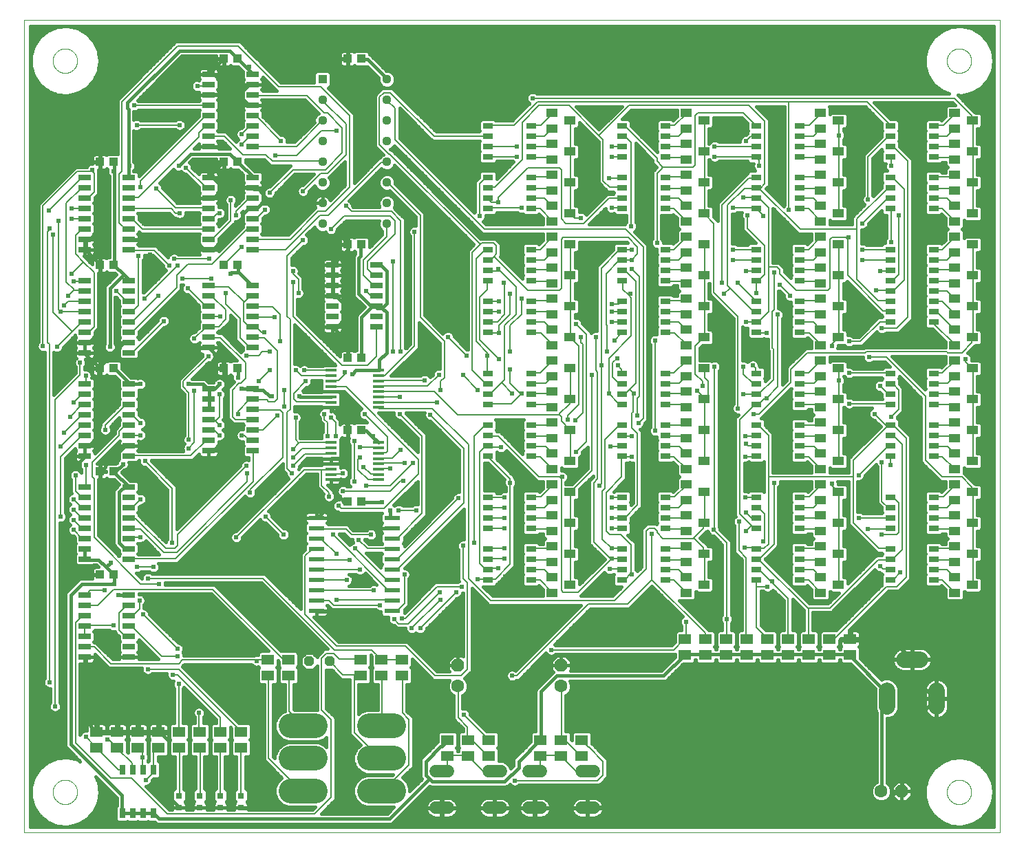
<source format=gtl>
G75*
%MOIN*%
%OFA0B0*%
%FSLAX25Y25*%
%IPPOS*%
%LPD*%
%AMOC8*
5,1,8,0,0,1.08239X$1,22.5*
%
%ADD10C,0.00000*%
%ADD11R,0.04331X0.03937*%
%ADD12OC8,0.06300*%
%ADD13C,0.06300*%
%ADD14OC8,0.04800*%
%ADD15R,0.05512X0.03937*%
%ADD16R,0.06004X0.02559*%
%ADD17R,0.05800X0.01400*%
%ADD18R,0.07800X0.02200*%
%ADD19R,0.04449X0.04449*%
%ADD20C,0.04449*%
%ADD21C,0.07874*%
%ADD22R,0.03150X0.03150*%
%ADD23R,0.05906X0.05118*%
%ADD24R,0.02992X0.05000*%
%ADD25C,0.06000*%
%ADD26C,0.11850*%
%ADD27R,0.05000X0.02992*%
%ADD28C,0.01500*%
%ADD29C,0.02400*%
%ADD30C,0.01600*%
%ADD31C,0.00800*%
D10*
X0001800Y0003582D02*
X0001800Y0397283D01*
X0474241Y0397283D01*
X0474241Y0003582D01*
X0001800Y0003582D01*
X0015579Y0023267D02*
X0015581Y0023420D01*
X0015587Y0023574D01*
X0015597Y0023727D01*
X0015611Y0023879D01*
X0015629Y0024032D01*
X0015651Y0024183D01*
X0015676Y0024334D01*
X0015706Y0024485D01*
X0015740Y0024635D01*
X0015777Y0024783D01*
X0015818Y0024931D01*
X0015863Y0025077D01*
X0015912Y0025223D01*
X0015965Y0025367D01*
X0016021Y0025509D01*
X0016081Y0025650D01*
X0016145Y0025790D01*
X0016212Y0025928D01*
X0016283Y0026064D01*
X0016358Y0026198D01*
X0016435Y0026330D01*
X0016517Y0026460D01*
X0016601Y0026588D01*
X0016689Y0026714D01*
X0016780Y0026837D01*
X0016874Y0026958D01*
X0016972Y0027076D01*
X0017072Y0027192D01*
X0017176Y0027305D01*
X0017282Y0027416D01*
X0017391Y0027524D01*
X0017503Y0027629D01*
X0017617Y0027730D01*
X0017735Y0027829D01*
X0017854Y0027925D01*
X0017976Y0028018D01*
X0018101Y0028107D01*
X0018228Y0028194D01*
X0018357Y0028276D01*
X0018488Y0028356D01*
X0018621Y0028432D01*
X0018756Y0028505D01*
X0018893Y0028574D01*
X0019032Y0028639D01*
X0019172Y0028701D01*
X0019314Y0028759D01*
X0019457Y0028814D01*
X0019602Y0028865D01*
X0019748Y0028912D01*
X0019895Y0028955D01*
X0020043Y0028994D01*
X0020192Y0029030D01*
X0020342Y0029061D01*
X0020493Y0029089D01*
X0020644Y0029113D01*
X0020797Y0029133D01*
X0020949Y0029149D01*
X0021102Y0029161D01*
X0021255Y0029169D01*
X0021408Y0029173D01*
X0021562Y0029173D01*
X0021715Y0029169D01*
X0021868Y0029161D01*
X0022021Y0029149D01*
X0022173Y0029133D01*
X0022326Y0029113D01*
X0022477Y0029089D01*
X0022628Y0029061D01*
X0022778Y0029030D01*
X0022927Y0028994D01*
X0023075Y0028955D01*
X0023222Y0028912D01*
X0023368Y0028865D01*
X0023513Y0028814D01*
X0023656Y0028759D01*
X0023798Y0028701D01*
X0023938Y0028639D01*
X0024077Y0028574D01*
X0024214Y0028505D01*
X0024349Y0028432D01*
X0024482Y0028356D01*
X0024613Y0028276D01*
X0024742Y0028194D01*
X0024869Y0028107D01*
X0024994Y0028018D01*
X0025116Y0027925D01*
X0025235Y0027829D01*
X0025353Y0027730D01*
X0025467Y0027629D01*
X0025579Y0027524D01*
X0025688Y0027416D01*
X0025794Y0027305D01*
X0025898Y0027192D01*
X0025998Y0027076D01*
X0026096Y0026958D01*
X0026190Y0026837D01*
X0026281Y0026714D01*
X0026369Y0026588D01*
X0026453Y0026460D01*
X0026535Y0026330D01*
X0026612Y0026198D01*
X0026687Y0026064D01*
X0026758Y0025928D01*
X0026825Y0025790D01*
X0026889Y0025650D01*
X0026949Y0025509D01*
X0027005Y0025367D01*
X0027058Y0025223D01*
X0027107Y0025077D01*
X0027152Y0024931D01*
X0027193Y0024783D01*
X0027230Y0024635D01*
X0027264Y0024485D01*
X0027294Y0024334D01*
X0027319Y0024183D01*
X0027341Y0024032D01*
X0027359Y0023879D01*
X0027373Y0023727D01*
X0027383Y0023574D01*
X0027389Y0023420D01*
X0027391Y0023267D01*
X0027389Y0023114D01*
X0027383Y0022960D01*
X0027373Y0022807D01*
X0027359Y0022655D01*
X0027341Y0022502D01*
X0027319Y0022351D01*
X0027294Y0022200D01*
X0027264Y0022049D01*
X0027230Y0021899D01*
X0027193Y0021751D01*
X0027152Y0021603D01*
X0027107Y0021457D01*
X0027058Y0021311D01*
X0027005Y0021167D01*
X0026949Y0021025D01*
X0026889Y0020884D01*
X0026825Y0020744D01*
X0026758Y0020606D01*
X0026687Y0020470D01*
X0026612Y0020336D01*
X0026535Y0020204D01*
X0026453Y0020074D01*
X0026369Y0019946D01*
X0026281Y0019820D01*
X0026190Y0019697D01*
X0026096Y0019576D01*
X0025998Y0019458D01*
X0025898Y0019342D01*
X0025794Y0019229D01*
X0025688Y0019118D01*
X0025579Y0019010D01*
X0025467Y0018905D01*
X0025353Y0018804D01*
X0025235Y0018705D01*
X0025116Y0018609D01*
X0024994Y0018516D01*
X0024869Y0018427D01*
X0024742Y0018340D01*
X0024613Y0018258D01*
X0024482Y0018178D01*
X0024349Y0018102D01*
X0024214Y0018029D01*
X0024077Y0017960D01*
X0023938Y0017895D01*
X0023798Y0017833D01*
X0023656Y0017775D01*
X0023513Y0017720D01*
X0023368Y0017669D01*
X0023222Y0017622D01*
X0023075Y0017579D01*
X0022927Y0017540D01*
X0022778Y0017504D01*
X0022628Y0017473D01*
X0022477Y0017445D01*
X0022326Y0017421D01*
X0022173Y0017401D01*
X0022021Y0017385D01*
X0021868Y0017373D01*
X0021715Y0017365D01*
X0021562Y0017361D01*
X0021408Y0017361D01*
X0021255Y0017365D01*
X0021102Y0017373D01*
X0020949Y0017385D01*
X0020797Y0017401D01*
X0020644Y0017421D01*
X0020493Y0017445D01*
X0020342Y0017473D01*
X0020192Y0017504D01*
X0020043Y0017540D01*
X0019895Y0017579D01*
X0019748Y0017622D01*
X0019602Y0017669D01*
X0019457Y0017720D01*
X0019314Y0017775D01*
X0019172Y0017833D01*
X0019032Y0017895D01*
X0018893Y0017960D01*
X0018756Y0018029D01*
X0018621Y0018102D01*
X0018488Y0018178D01*
X0018357Y0018258D01*
X0018228Y0018340D01*
X0018101Y0018427D01*
X0017976Y0018516D01*
X0017854Y0018609D01*
X0017735Y0018705D01*
X0017617Y0018804D01*
X0017503Y0018905D01*
X0017391Y0019010D01*
X0017282Y0019118D01*
X0017176Y0019229D01*
X0017072Y0019342D01*
X0016972Y0019458D01*
X0016874Y0019576D01*
X0016780Y0019697D01*
X0016689Y0019820D01*
X0016601Y0019946D01*
X0016517Y0020074D01*
X0016435Y0020204D01*
X0016358Y0020336D01*
X0016283Y0020470D01*
X0016212Y0020606D01*
X0016145Y0020744D01*
X0016081Y0020884D01*
X0016021Y0021025D01*
X0015965Y0021167D01*
X0015912Y0021311D01*
X0015863Y0021457D01*
X0015818Y0021603D01*
X0015777Y0021751D01*
X0015740Y0021899D01*
X0015706Y0022049D01*
X0015676Y0022200D01*
X0015651Y0022351D01*
X0015629Y0022502D01*
X0015611Y0022655D01*
X0015597Y0022807D01*
X0015587Y0022960D01*
X0015581Y0023114D01*
X0015579Y0023267D01*
X0015579Y0377598D02*
X0015581Y0377751D01*
X0015587Y0377905D01*
X0015597Y0378058D01*
X0015611Y0378210D01*
X0015629Y0378363D01*
X0015651Y0378514D01*
X0015676Y0378665D01*
X0015706Y0378816D01*
X0015740Y0378966D01*
X0015777Y0379114D01*
X0015818Y0379262D01*
X0015863Y0379408D01*
X0015912Y0379554D01*
X0015965Y0379698D01*
X0016021Y0379840D01*
X0016081Y0379981D01*
X0016145Y0380121D01*
X0016212Y0380259D01*
X0016283Y0380395D01*
X0016358Y0380529D01*
X0016435Y0380661D01*
X0016517Y0380791D01*
X0016601Y0380919D01*
X0016689Y0381045D01*
X0016780Y0381168D01*
X0016874Y0381289D01*
X0016972Y0381407D01*
X0017072Y0381523D01*
X0017176Y0381636D01*
X0017282Y0381747D01*
X0017391Y0381855D01*
X0017503Y0381960D01*
X0017617Y0382061D01*
X0017735Y0382160D01*
X0017854Y0382256D01*
X0017976Y0382349D01*
X0018101Y0382438D01*
X0018228Y0382525D01*
X0018357Y0382607D01*
X0018488Y0382687D01*
X0018621Y0382763D01*
X0018756Y0382836D01*
X0018893Y0382905D01*
X0019032Y0382970D01*
X0019172Y0383032D01*
X0019314Y0383090D01*
X0019457Y0383145D01*
X0019602Y0383196D01*
X0019748Y0383243D01*
X0019895Y0383286D01*
X0020043Y0383325D01*
X0020192Y0383361D01*
X0020342Y0383392D01*
X0020493Y0383420D01*
X0020644Y0383444D01*
X0020797Y0383464D01*
X0020949Y0383480D01*
X0021102Y0383492D01*
X0021255Y0383500D01*
X0021408Y0383504D01*
X0021562Y0383504D01*
X0021715Y0383500D01*
X0021868Y0383492D01*
X0022021Y0383480D01*
X0022173Y0383464D01*
X0022326Y0383444D01*
X0022477Y0383420D01*
X0022628Y0383392D01*
X0022778Y0383361D01*
X0022927Y0383325D01*
X0023075Y0383286D01*
X0023222Y0383243D01*
X0023368Y0383196D01*
X0023513Y0383145D01*
X0023656Y0383090D01*
X0023798Y0383032D01*
X0023938Y0382970D01*
X0024077Y0382905D01*
X0024214Y0382836D01*
X0024349Y0382763D01*
X0024482Y0382687D01*
X0024613Y0382607D01*
X0024742Y0382525D01*
X0024869Y0382438D01*
X0024994Y0382349D01*
X0025116Y0382256D01*
X0025235Y0382160D01*
X0025353Y0382061D01*
X0025467Y0381960D01*
X0025579Y0381855D01*
X0025688Y0381747D01*
X0025794Y0381636D01*
X0025898Y0381523D01*
X0025998Y0381407D01*
X0026096Y0381289D01*
X0026190Y0381168D01*
X0026281Y0381045D01*
X0026369Y0380919D01*
X0026453Y0380791D01*
X0026535Y0380661D01*
X0026612Y0380529D01*
X0026687Y0380395D01*
X0026758Y0380259D01*
X0026825Y0380121D01*
X0026889Y0379981D01*
X0026949Y0379840D01*
X0027005Y0379698D01*
X0027058Y0379554D01*
X0027107Y0379408D01*
X0027152Y0379262D01*
X0027193Y0379114D01*
X0027230Y0378966D01*
X0027264Y0378816D01*
X0027294Y0378665D01*
X0027319Y0378514D01*
X0027341Y0378363D01*
X0027359Y0378210D01*
X0027373Y0378058D01*
X0027383Y0377905D01*
X0027389Y0377751D01*
X0027391Y0377598D01*
X0027389Y0377445D01*
X0027383Y0377291D01*
X0027373Y0377138D01*
X0027359Y0376986D01*
X0027341Y0376833D01*
X0027319Y0376682D01*
X0027294Y0376531D01*
X0027264Y0376380D01*
X0027230Y0376230D01*
X0027193Y0376082D01*
X0027152Y0375934D01*
X0027107Y0375788D01*
X0027058Y0375642D01*
X0027005Y0375498D01*
X0026949Y0375356D01*
X0026889Y0375215D01*
X0026825Y0375075D01*
X0026758Y0374937D01*
X0026687Y0374801D01*
X0026612Y0374667D01*
X0026535Y0374535D01*
X0026453Y0374405D01*
X0026369Y0374277D01*
X0026281Y0374151D01*
X0026190Y0374028D01*
X0026096Y0373907D01*
X0025998Y0373789D01*
X0025898Y0373673D01*
X0025794Y0373560D01*
X0025688Y0373449D01*
X0025579Y0373341D01*
X0025467Y0373236D01*
X0025353Y0373135D01*
X0025235Y0373036D01*
X0025116Y0372940D01*
X0024994Y0372847D01*
X0024869Y0372758D01*
X0024742Y0372671D01*
X0024613Y0372589D01*
X0024482Y0372509D01*
X0024349Y0372433D01*
X0024214Y0372360D01*
X0024077Y0372291D01*
X0023938Y0372226D01*
X0023798Y0372164D01*
X0023656Y0372106D01*
X0023513Y0372051D01*
X0023368Y0372000D01*
X0023222Y0371953D01*
X0023075Y0371910D01*
X0022927Y0371871D01*
X0022778Y0371835D01*
X0022628Y0371804D01*
X0022477Y0371776D01*
X0022326Y0371752D01*
X0022173Y0371732D01*
X0022021Y0371716D01*
X0021868Y0371704D01*
X0021715Y0371696D01*
X0021562Y0371692D01*
X0021408Y0371692D01*
X0021255Y0371696D01*
X0021102Y0371704D01*
X0020949Y0371716D01*
X0020797Y0371732D01*
X0020644Y0371752D01*
X0020493Y0371776D01*
X0020342Y0371804D01*
X0020192Y0371835D01*
X0020043Y0371871D01*
X0019895Y0371910D01*
X0019748Y0371953D01*
X0019602Y0372000D01*
X0019457Y0372051D01*
X0019314Y0372106D01*
X0019172Y0372164D01*
X0019032Y0372226D01*
X0018893Y0372291D01*
X0018756Y0372360D01*
X0018621Y0372433D01*
X0018488Y0372509D01*
X0018357Y0372589D01*
X0018228Y0372671D01*
X0018101Y0372758D01*
X0017976Y0372847D01*
X0017854Y0372940D01*
X0017735Y0373036D01*
X0017617Y0373135D01*
X0017503Y0373236D01*
X0017391Y0373341D01*
X0017282Y0373449D01*
X0017176Y0373560D01*
X0017072Y0373673D01*
X0016972Y0373789D01*
X0016874Y0373907D01*
X0016780Y0374028D01*
X0016689Y0374151D01*
X0016601Y0374277D01*
X0016517Y0374405D01*
X0016435Y0374535D01*
X0016358Y0374667D01*
X0016283Y0374801D01*
X0016212Y0374937D01*
X0016145Y0375075D01*
X0016081Y0375215D01*
X0016021Y0375356D01*
X0015965Y0375498D01*
X0015912Y0375642D01*
X0015863Y0375788D01*
X0015818Y0375934D01*
X0015777Y0376082D01*
X0015740Y0376230D01*
X0015706Y0376380D01*
X0015676Y0376531D01*
X0015651Y0376682D01*
X0015629Y0376833D01*
X0015611Y0376986D01*
X0015597Y0377138D01*
X0015587Y0377291D01*
X0015581Y0377445D01*
X0015579Y0377598D01*
X0448650Y0377598D02*
X0448652Y0377751D01*
X0448658Y0377905D01*
X0448668Y0378058D01*
X0448682Y0378210D01*
X0448700Y0378363D01*
X0448722Y0378514D01*
X0448747Y0378665D01*
X0448777Y0378816D01*
X0448811Y0378966D01*
X0448848Y0379114D01*
X0448889Y0379262D01*
X0448934Y0379408D01*
X0448983Y0379554D01*
X0449036Y0379698D01*
X0449092Y0379840D01*
X0449152Y0379981D01*
X0449216Y0380121D01*
X0449283Y0380259D01*
X0449354Y0380395D01*
X0449429Y0380529D01*
X0449506Y0380661D01*
X0449588Y0380791D01*
X0449672Y0380919D01*
X0449760Y0381045D01*
X0449851Y0381168D01*
X0449945Y0381289D01*
X0450043Y0381407D01*
X0450143Y0381523D01*
X0450247Y0381636D01*
X0450353Y0381747D01*
X0450462Y0381855D01*
X0450574Y0381960D01*
X0450688Y0382061D01*
X0450806Y0382160D01*
X0450925Y0382256D01*
X0451047Y0382349D01*
X0451172Y0382438D01*
X0451299Y0382525D01*
X0451428Y0382607D01*
X0451559Y0382687D01*
X0451692Y0382763D01*
X0451827Y0382836D01*
X0451964Y0382905D01*
X0452103Y0382970D01*
X0452243Y0383032D01*
X0452385Y0383090D01*
X0452528Y0383145D01*
X0452673Y0383196D01*
X0452819Y0383243D01*
X0452966Y0383286D01*
X0453114Y0383325D01*
X0453263Y0383361D01*
X0453413Y0383392D01*
X0453564Y0383420D01*
X0453715Y0383444D01*
X0453868Y0383464D01*
X0454020Y0383480D01*
X0454173Y0383492D01*
X0454326Y0383500D01*
X0454479Y0383504D01*
X0454633Y0383504D01*
X0454786Y0383500D01*
X0454939Y0383492D01*
X0455092Y0383480D01*
X0455244Y0383464D01*
X0455397Y0383444D01*
X0455548Y0383420D01*
X0455699Y0383392D01*
X0455849Y0383361D01*
X0455998Y0383325D01*
X0456146Y0383286D01*
X0456293Y0383243D01*
X0456439Y0383196D01*
X0456584Y0383145D01*
X0456727Y0383090D01*
X0456869Y0383032D01*
X0457009Y0382970D01*
X0457148Y0382905D01*
X0457285Y0382836D01*
X0457420Y0382763D01*
X0457553Y0382687D01*
X0457684Y0382607D01*
X0457813Y0382525D01*
X0457940Y0382438D01*
X0458065Y0382349D01*
X0458187Y0382256D01*
X0458306Y0382160D01*
X0458424Y0382061D01*
X0458538Y0381960D01*
X0458650Y0381855D01*
X0458759Y0381747D01*
X0458865Y0381636D01*
X0458969Y0381523D01*
X0459069Y0381407D01*
X0459167Y0381289D01*
X0459261Y0381168D01*
X0459352Y0381045D01*
X0459440Y0380919D01*
X0459524Y0380791D01*
X0459606Y0380661D01*
X0459683Y0380529D01*
X0459758Y0380395D01*
X0459829Y0380259D01*
X0459896Y0380121D01*
X0459960Y0379981D01*
X0460020Y0379840D01*
X0460076Y0379698D01*
X0460129Y0379554D01*
X0460178Y0379408D01*
X0460223Y0379262D01*
X0460264Y0379114D01*
X0460301Y0378966D01*
X0460335Y0378816D01*
X0460365Y0378665D01*
X0460390Y0378514D01*
X0460412Y0378363D01*
X0460430Y0378210D01*
X0460444Y0378058D01*
X0460454Y0377905D01*
X0460460Y0377751D01*
X0460462Y0377598D01*
X0460460Y0377445D01*
X0460454Y0377291D01*
X0460444Y0377138D01*
X0460430Y0376986D01*
X0460412Y0376833D01*
X0460390Y0376682D01*
X0460365Y0376531D01*
X0460335Y0376380D01*
X0460301Y0376230D01*
X0460264Y0376082D01*
X0460223Y0375934D01*
X0460178Y0375788D01*
X0460129Y0375642D01*
X0460076Y0375498D01*
X0460020Y0375356D01*
X0459960Y0375215D01*
X0459896Y0375075D01*
X0459829Y0374937D01*
X0459758Y0374801D01*
X0459683Y0374667D01*
X0459606Y0374535D01*
X0459524Y0374405D01*
X0459440Y0374277D01*
X0459352Y0374151D01*
X0459261Y0374028D01*
X0459167Y0373907D01*
X0459069Y0373789D01*
X0458969Y0373673D01*
X0458865Y0373560D01*
X0458759Y0373449D01*
X0458650Y0373341D01*
X0458538Y0373236D01*
X0458424Y0373135D01*
X0458306Y0373036D01*
X0458187Y0372940D01*
X0458065Y0372847D01*
X0457940Y0372758D01*
X0457813Y0372671D01*
X0457684Y0372589D01*
X0457553Y0372509D01*
X0457420Y0372433D01*
X0457285Y0372360D01*
X0457148Y0372291D01*
X0457009Y0372226D01*
X0456869Y0372164D01*
X0456727Y0372106D01*
X0456584Y0372051D01*
X0456439Y0372000D01*
X0456293Y0371953D01*
X0456146Y0371910D01*
X0455998Y0371871D01*
X0455849Y0371835D01*
X0455699Y0371804D01*
X0455548Y0371776D01*
X0455397Y0371752D01*
X0455244Y0371732D01*
X0455092Y0371716D01*
X0454939Y0371704D01*
X0454786Y0371696D01*
X0454633Y0371692D01*
X0454479Y0371692D01*
X0454326Y0371696D01*
X0454173Y0371704D01*
X0454020Y0371716D01*
X0453868Y0371732D01*
X0453715Y0371752D01*
X0453564Y0371776D01*
X0453413Y0371804D01*
X0453263Y0371835D01*
X0453114Y0371871D01*
X0452966Y0371910D01*
X0452819Y0371953D01*
X0452673Y0372000D01*
X0452528Y0372051D01*
X0452385Y0372106D01*
X0452243Y0372164D01*
X0452103Y0372226D01*
X0451964Y0372291D01*
X0451827Y0372360D01*
X0451692Y0372433D01*
X0451559Y0372509D01*
X0451428Y0372589D01*
X0451299Y0372671D01*
X0451172Y0372758D01*
X0451047Y0372847D01*
X0450925Y0372940D01*
X0450806Y0373036D01*
X0450688Y0373135D01*
X0450574Y0373236D01*
X0450462Y0373341D01*
X0450353Y0373449D01*
X0450247Y0373560D01*
X0450143Y0373673D01*
X0450043Y0373789D01*
X0449945Y0373907D01*
X0449851Y0374028D01*
X0449760Y0374151D01*
X0449672Y0374277D01*
X0449588Y0374405D01*
X0449506Y0374535D01*
X0449429Y0374667D01*
X0449354Y0374801D01*
X0449283Y0374937D01*
X0449216Y0375075D01*
X0449152Y0375215D01*
X0449092Y0375356D01*
X0449036Y0375498D01*
X0448983Y0375642D01*
X0448934Y0375788D01*
X0448889Y0375934D01*
X0448848Y0376082D01*
X0448811Y0376230D01*
X0448777Y0376380D01*
X0448747Y0376531D01*
X0448722Y0376682D01*
X0448700Y0376833D01*
X0448682Y0376986D01*
X0448668Y0377138D01*
X0448658Y0377291D01*
X0448652Y0377445D01*
X0448650Y0377598D01*
X0448650Y0023267D02*
X0448652Y0023420D01*
X0448658Y0023574D01*
X0448668Y0023727D01*
X0448682Y0023879D01*
X0448700Y0024032D01*
X0448722Y0024183D01*
X0448747Y0024334D01*
X0448777Y0024485D01*
X0448811Y0024635D01*
X0448848Y0024783D01*
X0448889Y0024931D01*
X0448934Y0025077D01*
X0448983Y0025223D01*
X0449036Y0025367D01*
X0449092Y0025509D01*
X0449152Y0025650D01*
X0449216Y0025790D01*
X0449283Y0025928D01*
X0449354Y0026064D01*
X0449429Y0026198D01*
X0449506Y0026330D01*
X0449588Y0026460D01*
X0449672Y0026588D01*
X0449760Y0026714D01*
X0449851Y0026837D01*
X0449945Y0026958D01*
X0450043Y0027076D01*
X0450143Y0027192D01*
X0450247Y0027305D01*
X0450353Y0027416D01*
X0450462Y0027524D01*
X0450574Y0027629D01*
X0450688Y0027730D01*
X0450806Y0027829D01*
X0450925Y0027925D01*
X0451047Y0028018D01*
X0451172Y0028107D01*
X0451299Y0028194D01*
X0451428Y0028276D01*
X0451559Y0028356D01*
X0451692Y0028432D01*
X0451827Y0028505D01*
X0451964Y0028574D01*
X0452103Y0028639D01*
X0452243Y0028701D01*
X0452385Y0028759D01*
X0452528Y0028814D01*
X0452673Y0028865D01*
X0452819Y0028912D01*
X0452966Y0028955D01*
X0453114Y0028994D01*
X0453263Y0029030D01*
X0453413Y0029061D01*
X0453564Y0029089D01*
X0453715Y0029113D01*
X0453868Y0029133D01*
X0454020Y0029149D01*
X0454173Y0029161D01*
X0454326Y0029169D01*
X0454479Y0029173D01*
X0454633Y0029173D01*
X0454786Y0029169D01*
X0454939Y0029161D01*
X0455092Y0029149D01*
X0455244Y0029133D01*
X0455397Y0029113D01*
X0455548Y0029089D01*
X0455699Y0029061D01*
X0455849Y0029030D01*
X0455998Y0028994D01*
X0456146Y0028955D01*
X0456293Y0028912D01*
X0456439Y0028865D01*
X0456584Y0028814D01*
X0456727Y0028759D01*
X0456869Y0028701D01*
X0457009Y0028639D01*
X0457148Y0028574D01*
X0457285Y0028505D01*
X0457420Y0028432D01*
X0457553Y0028356D01*
X0457684Y0028276D01*
X0457813Y0028194D01*
X0457940Y0028107D01*
X0458065Y0028018D01*
X0458187Y0027925D01*
X0458306Y0027829D01*
X0458424Y0027730D01*
X0458538Y0027629D01*
X0458650Y0027524D01*
X0458759Y0027416D01*
X0458865Y0027305D01*
X0458969Y0027192D01*
X0459069Y0027076D01*
X0459167Y0026958D01*
X0459261Y0026837D01*
X0459352Y0026714D01*
X0459440Y0026588D01*
X0459524Y0026460D01*
X0459606Y0026330D01*
X0459683Y0026198D01*
X0459758Y0026064D01*
X0459829Y0025928D01*
X0459896Y0025790D01*
X0459960Y0025650D01*
X0460020Y0025509D01*
X0460076Y0025367D01*
X0460129Y0025223D01*
X0460178Y0025077D01*
X0460223Y0024931D01*
X0460264Y0024783D01*
X0460301Y0024635D01*
X0460335Y0024485D01*
X0460365Y0024334D01*
X0460390Y0024183D01*
X0460412Y0024032D01*
X0460430Y0023879D01*
X0460444Y0023727D01*
X0460454Y0023574D01*
X0460460Y0023420D01*
X0460462Y0023267D01*
X0460460Y0023114D01*
X0460454Y0022960D01*
X0460444Y0022807D01*
X0460430Y0022655D01*
X0460412Y0022502D01*
X0460390Y0022351D01*
X0460365Y0022200D01*
X0460335Y0022049D01*
X0460301Y0021899D01*
X0460264Y0021751D01*
X0460223Y0021603D01*
X0460178Y0021457D01*
X0460129Y0021311D01*
X0460076Y0021167D01*
X0460020Y0021025D01*
X0459960Y0020884D01*
X0459896Y0020744D01*
X0459829Y0020606D01*
X0459758Y0020470D01*
X0459683Y0020336D01*
X0459606Y0020204D01*
X0459524Y0020074D01*
X0459440Y0019946D01*
X0459352Y0019820D01*
X0459261Y0019697D01*
X0459167Y0019576D01*
X0459069Y0019458D01*
X0458969Y0019342D01*
X0458865Y0019229D01*
X0458759Y0019118D01*
X0458650Y0019010D01*
X0458538Y0018905D01*
X0458424Y0018804D01*
X0458306Y0018705D01*
X0458187Y0018609D01*
X0458065Y0018516D01*
X0457940Y0018427D01*
X0457813Y0018340D01*
X0457684Y0018258D01*
X0457553Y0018178D01*
X0457420Y0018102D01*
X0457285Y0018029D01*
X0457148Y0017960D01*
X0457009Y0017895D01*
X0456869Y0017833D01*
X0456727Y0017775D01*
X0456584Y0017720D01*
X0456439Y0017669D01*
X0456293Y0017622D01*
X0456146Y0017579D01*
X0455998Y0017540D01*
X0455849Y0017504D01*
X0455699Y0017473D01*
X0455548Y0017445D01*
X0455397Y0017421D01*
X0455244Y0017401D01*
X0455092Y0017385D01*
X0454939Y0017373D01*
X0454786Y0017365D01*
X0454633Y0017361D01*
X0454479Y0017361D01*
X0454326Y0017365D01*
X0454173Y0017373D01*
X0454020Y0017385D01*
X0453868Y0017401D01*
X0453715Y0017421D01*
X0453564Y0017445D01*
X0453413Y0017473D01*
X0453263Y0017504D01*
X0453114Y0017540D01*
X0452966Y0017579D01*
X0452819Y0017622D01*
X0452673Y0017669D01*
X0452528Y0017720D01*
X0452385Y0017775D01*
X0452243Y0017833D01*
X0452103Y0017895D01*
X0451964Y0017960D01*
X0451827Y0018029D01*
X0451692Y0018102D01*
X0451559Y0018178D01*
X0451428Y0018258D01*
X0451299Y0018340D01*
X0451172Y0018427D01*
X0451047Y0018516D01*
X0450925Y0018609D01*
X0450806Y0018705D01*
X0450688Y0018804D01*
X0450574Y0018905D01*
X0450462Y0019010D01*
X0450353Y0019118D01*
X0450247Y0019229D01*
X0450143Y0019342D01*
X0450043Y0019458D01*
X0449945Y0019576D01*
X0449851Y0019697D01*
X0449760Y0019820D01*
X0449672Y0019946D01*
X0449588Y0020074D01*
X0449506Y0020204D01*
X0449429Y0020336D01*
X0449354Y0020470D01*
X0449283Y0020606D01*
X0449216Y0020744D01*
X0449152Y0020884D01*
X0449092Y0021025D01*
X0449036Y0021167D01*
X0448983Y0021311D01*
X0448934Y0021457D01*
X0448889Y0021603D01*
X0448848Y0021751D01*
X0448811Y0021899D01*
X0448777Y0022049D01*
X0448747Y0022200D01*
X0448722Y0022351D01*
X0448700Y0022502D01*
X0448682Y0022655D01*
X0448668Y0022807D01*
X0448658Y0022960D01*
X0448652Y0023114D01*
X0448650Y0023267D01*
D11*
X0165068Y0164055D03*
X0158375Y0164055D03*
X0158454Y0198582D03*
X0165146Y0198582D03*
X0165146Y0233582D03*
X0158454Y0233582D03*
X0105146Y0228582D03*
X0098454Y0228582D03*
X0045146Y0228582D03*
X0038454Y0228582D03*
X0038454Y0278582D03*
X0045146Y0278582D03*
X0098454Y0278582D03*
X0105146Y0278582D03*
X0158454Y0288582D03*
X0165146Y0288582D03*
X0105146Y0328582D03*
X0098454Y0328582D03*
X0045146Y0328582D03*
X0038454Y0328582D03*
X0098454Y0378582D03*
X0105146Y0378582D03*
X0158454Y0378582D03*
X0165146Y0378582D03*
X0045146Y0178582D03*
X0038454Y0178582D03*
X0038454Y0128582D03*
X0045146Y0128582D03*
D12*
X0211800Y0084582D03*
X0261800Y0084582D03*
X0426800Y0023582D03*
D13*
X0416800Y0023582D03*
X0261800Y0074582D03*
X0211800Y0074582D03*
D14*
X0149800Y0086582D03*
X0139800Y0086582D03*
D15*
X0257469Y0119842D03*
X0257469Y0127323D03*
X0266131Y0123582D03*
X0257469Y0134842D03*
X0266131Y0138582D03*
X0257469Y0142323D03*
X0257469Y0149842D03*
X0266131Y0153582D03*
X0257469Y0157323D03*
X0257469Y0164842D03*
X0266131Y0168582D03*
X0257469Y0172323D03*
X0257469Y0179842D03*
X0257469Y0187323D03*
X0266131Y0183582D03*
X0257469Y0194842D03*
X0266131Y0198582D03*
X0257469Y0202323D03*
X0257469Y0209842D03*
X0266131Y0213582D03*
X0257469Y0217323D03*
X0257469Y0224842D03*
X0266131Y0228582D03*
X0257469Y0232323D03*
X0257469Y0239842D03*
X0257469Y0247323D03*
X0266131Y0243582D03*
X0257469Y0254842D03*
X0266131Y0258582D03*
X0257469Y0262323D03*
X0257469Y0269842D03*
X0266131Y0273582D03*
X0257469Y0277323D03*
X0257469Y0284842D03*
X0266131Y0288582D03*
X0257469Y0292323D03*
X0257469Y0299842D03*
X0266131Y0303582D03*
X0257469Y0307323D03*
X0257469Y0314842D03*
X0266131Y0318582D03*
X0257469Y0322323D03*
X0257469Y0329842D03*
X0266131Y0333582D03*
X0257469Y0337323D03*
X0257469Y0344842D03*
X0266131Y0348582D03*
X0257469Y0352323D03*
X0322469Y0352323D03*
X0322469Y0344842D03*
X0322469Y0337323D03*
X0322469Y0329842D03*
X0322469Y0322323D03*
X0322469Y0314842D03*
X0322469Y0307323D03*
X0322469Y0299842D03*
X0322469Y0292323D03*
X0322469Y0284842D03*
X0322469Y0277323D03*
X0322469Y0269842D03*
X0322469Y0262323D03*
X0322469Y0254842D03*
X0322469Y0247323D03*
X0322469Y0239842D03*
X0322469Y0232323D03*
X0322469Y0224842D03*
X0322469Y0217323D03*
X0322469Y0209842D03*
X0322469Y0202323D03*
X0322469Y0194842D03*
X0322469Y0187323D03*
X0322469Y0179842D03*
X0322469Y0172323D03*
X0322469Y0164842D03*
X0322469Y0157323D03*
X0322469Y0149842D03*
X0322469Y0142323D03*
X0322469Y0134842D03*
X0322469Y0127323D03*
X0322469Y0119842D03*
X0331131Y0123582D03*
X0331131Y0138582D03*
X0331131Y0153582D03*
X0331131Y0168582D03*
X0331131Y0183582D03*
X0331131Y0198582D03*
X0331131Y0213582D03*
X0331131Y0228582D03*
X0331131Y0243582D03*
X0331131Y0258582D03*
X0331131Y0273582D03*
X0331131Y0288582D03*
X0331131Y0303582D03*
X0331131Y0318582D03*
X0331131Y0333582D03*
X0331131Y0348582D03*
X0387469Y0344842D03*
X0387469Y0352323D03*
X0396131Y0348582D03*
X0387469Y0337323D03*
X0387469Y0329842D03*
X0387469Y0322323D03*
X0387469Y0314842D03*
X0387469Y0307323D03*
X0387469Y0299842D03*
X0387469Y0292323D03*
X0387469Y0284842D03*
X0387469Y0277323D03*
X0387469Y0269842D03*
X0387469Y0262323D03*
X0387469Y0254842D03*
X0387469Y0247323D03*
X0387469Y0239842D03*
X0387469Y0232323D03*
X0387469Y0224842D03*
X0387469Y0217323D03*
X0387469Y0209842D03*
X0387469Y0202323D03*
X0387469Y0194842D03*
X0387469Y0187323D03*
X0387469Y0179842D03*
X0387469Y0172323D03*
X0387469Y0164842D03*
X0387469Y0157323D03*
X0387469Y0149842D03*
X0387469Y0142323D03*
X0387469Y0134842D03*
X0387469Y0127323D03*
X0387469Y0119842D03*
X0396131Y0123582D03*
X0396131Y0138582D03*
X0396131Y0153582D03*
X0396131Y0168582D03*
X0396131Y0183582D03*
X0396131Y0198582D03*
X0396131Y0213582D03*
X0396131Y0228582D03*
X0396131Y0243582D03*
X0396131Y0258582D03*
X0396131Y0273582D03*
X0396131Y0288582D03*
X0396131Y0303582D03*
X0396131Y0318582D03*
X0396131Y0333582D03*
X0452469Y0329842D03*
X0461131Y0333582D03*
X0452469Y0337323D03*
X0452469Y0344842D03*
X0461131Y0348582D03*
X0452469Y0352323D03*
X0452469Y0322323D03*
X0461131Y0318582D03*
X0452469Y0314842D03*
X0452469Y0307323D03*
X0461131Y0303582D03*
X0452469Y0299842D03*
X0452469Y0292323D03*
X0461131Y0288582D03*
X0452469Y0284842D03*
X0452469Y0277323D03*
X0461131Y0273582D03*
X0452469Y0269842D03*
X0452469Y0262323D03*
X0461131Y0258582D03*
X0452469Y0254842D03*
X0452469Y0247323D03*
X0452469Y0239842D03*
X0461131Y0243582D03*
X0452469Y0232323D03*
X0461131Y0228582D03*
X0452469Y0224842D03*
X0452469Y0217323D03*
X0461131Y0213582D03*
X0452469Y0209842D03*
X0452469Y0202323D03*
X0461131Y0198582D03*
X0452469Y0194842D03*
X0452469Y0187323D03*
X0452469Y0179842D03*
X0461131Y0183582D03*
X0452469Y0172323D03*
X0461131Y0168582D03*
X0452469Y0164842D03*
X0452469Y0157323D03*
X0461131Y0153582D03*
X0452469Y0149842D03*
X0452469Y0142323D03*
X0461131Y0138582D03*
X0452469Y0134842D03*
X0452469Y0127323D03*
X0452469Y0119842D03*
X0461131Y0123582D03*
D16*
X0172477Y0248582D03*
X0172477Y0253582D03*
X0172477Y0258582D03*
X0172477Y0263582D03*
X0172477Y0268582D03*
X0172477Y0273582D03*
X0172477Y0278582D03*
X0151123Y0278582D03*
X0151123Y0273582D03*
X0151123Y0268582D03*
X0151123Y0263582D03*
X0151123Y0258582D03*
X0151123Y0253582D03*
X0151123Y0248582D03*
X0112477Y0248582D03*
X0112477Y0243582D03*
X0112477Y0238582D03*
X0112477Y0253582D03*
X0112477Y0258582D03*
X0112477Y0263582D03*
X0112477Y0268582D03*
X0112477Y0286082D03*
X0112477Y0291082D03*
X0112477Y0296082D03*
X0112477Y0301082D03*
X0112477Y0306082D03*
X0112477Y0311082D03*
X0112477Y0316082D03*
X0112477Y0321082D03*
X0112477Y0336082D03*
X0112477Y0341082D03*
X0112477Y0346082D03*
X0112477Y0351082D03*
X0112477Y0356082D03*
X0112477Y0361082D03*
X0112477Y0366082D03*
X0112477Y0371082D03*
X0091123Y0371082D03*
X0091123Y0366082D03*
X0091123Y0361082D03*
X0091123Y0356082D03*
X0091123Y0351082D03*
X0091123Y0346082D03*
X0091123Y0341082D03*
X0091123Y0336082D03*
X0091123Y0321082D03*
X0091123Y0316082D03*
X0091123Y0311082D03*
X0091123Y0306082D03*
X0091123Y0301082D03*
X0091123Y0296082D03*
X0091123Y0291082D03*
X0091123Y0286082D03*
X0091123Y0268582D03*
X0091123Y0263582D03*
X0091123Y0258582D03*
X0091123Y0253582D03*
X0091123Y0248582D03*
X0091123Y0243582D03*
X0091123Y0238582D03*
X0091123Y0218582D03*
X0091123Y0213582D03*
X0091123Y0208582D03*
X0091123Y0203582D03*
X0091123Y0198582D03*
X0091123Y0193582D03*
X0091123Y0188582D03*
X0112477Y0188582D03*
X0112477Y0193582D03*
X0112477Y0198582D03*
X0112477Y0203582D03*
X0112477Y0208582D03*
X0112477Y0213582D03*
X0112477Y0218582D03*
X0052477Y0216082D03*
X0052477Y0221082D03*
X0052477Y0211082D03*
X0052477Y0206082D03*
X0052477Y0201082D03*
X0052477Y0196082D03*
X0052477Y0191082D03*
X0052477Y0186082D03*
X0052477Y0171082D03*
X0052477Y0166082D03*
X0052477Y0161082D03*
X0052477Y0156082D03*
X0052477Y0151082D03*
X0052477Y0146082D03*
X0052477Y0141082D03*
X0052477Y0136082D03*
X0052477Y0118582D03*
X0052477Y0113582D03*
X0052477Y0108582D03*
X0052477Y0103582D03*
X0052477Y0098582D03*
X0052477Y0093582D03*
X0052477Y0088582D03*
X0031123Y0088582D03*
X0031123Y0093582D03*
X0031123Y0098582D03*
X0031123Y0103582D03*
X0031123Y0108582D03*
X0031123Y0113582D03*
X0031123Y0118582D03*
X0031123Y0136082D03*
X0031123Y0141082D03*
X0031123Y0146082D03*
X0031123Y0151082D03*
X0031123Y0156082D03*
X0031123Y0161082D03*
X0031123Y0166082D03*
X0031123Y0171082D03*
X0031123Y0186082D03*
X0031123Y0191082D03*
X0031123Y0196082D03*
X0031123Y0201082D03*
X0031123Y0206082D03*
X0031123Y0211082D03*
X0031123Y0216082D03*
X0031123Y0221082D03*
X0031123Y0236082D03*
X0031123Y0241082D03*
X0031123Y0246082D03*
X0031123Y0251082D03*
X0031123Y0256082D03*
X0031123Y0261082D03*
X0031123Y0266082D03*
X0031123Y0271082D03*
X0031123Y0286082D03*
X0031123Y0291082D03*
X0031123Y0296082D03*
X0031123Y0301082D03*
X0031123Y0306082D03*
X0031123Y0311082D03*
X0031123Y0316082D03*
X0031123Y0321082D03*
X0052477Y0321082D03*
X0052477Y0316082D03*
X0052477Y0311082D03*
X0052477Y0306082D03*
X0052477Y0301082D03*
X0052477Y0296082D03*
X0052477Y0291082D03*
X0052477Y0286082D03*
X0052477Y0271082D03*
X0052477Y0266082D03*
X0052477Y0261082D03*
X0052477Y0256082D03*
X0052477Y0251082D03*
X0052477Y0246082D03*
X0052477Y0241082D03*
X0052477Y0236082D03*
D17*
X0150300Y0227582D03*
X0150300Y0224982D03*
X0150300Y0222382D03*
X0150300Y0219882D03*
X0150300Y0217282D03*
X0150300Y0214782D03*
X0150300Y0212182D03*
X0150300Y0209582D03*
X0150300Y0192582D03*
X0150300Y0189982D03*
X0150300Y0187382D03*
X0150300Y0184882D03*
X0150300Y0182282D03*
X0150300Y0179782D03*
X0150300Y0177182D03*
X0150300Y0174582D03*
X0173300Y0174582D03*
X0173300Y0177182D03*
X0173300Y0179782D03*
X0173300Y0182282D03*
X0173300Y0184882D03*
X0173300Y0187382D03*
X0173300Y0189982D03*
X0173300Y0192582D03*
X0173300Y0209582D03*
X0173300Y0212182D03*
X0173300Y0214782D03*
X0173300Y0217282D03*
X0173300Y0219882D03*
X0173300Y0222382D03*
X0173300Y0224982D03*
X0173300Y0227582D03*
D18*
X0180121Y0156122D03*
X0180121Y0151122D03*
X0180121Y0146122D03*
X0180121Y0141122D03*
X0180121Y0136122D03*
X0180121Y0131122D03*
X0180121Y0126122D03*
X0180121Y0121122D03*
X0180121Y0116122D03*
X0180121Y0111122D03*
X0143321Y0111122D03*
X0143321Y0116122D03*
X0143321Y0121122D03*
X0143321Y0126122D03*
X0143321Y0131122D03*
X0143321Y0136122D03*
X0143321Y0141122D03*
X0143321Y0146122D03*
X0143321Y0151122D03*
X0143321Y0156122D03*
D19*
X0146170Y0368582D03*
D20*
X0146170Y0358582D03*
X0146170Y0348582D03*
X0146170Y0338582D03*
X0146170Y0328582D03*
X0146170Y0318582D03*
X0146170Y0308582D03*
X0146170Y0298582D03*
X0177430Y0298582D03*
X0177430Y0308582D03*
X0177430Y0318582D03*
X0177430Y0328582D03*
X0177430Y0338582D03*
X0177430Y0348582D03*
X0177430Y0358582D03*
X0177430Y0368582D03*
D21*
X0427863Y0087480D02*
X0435737Y0087480D01*
X0443611Y0072519D02*
X0443611Y0064645D01*
X0419595Y0064645D02*
X0419595Y0072519D01*
D22*
X0106800Y0021535D03*
X0106800Y0015630D03*
X0096800Y0015630D03*
X0096800Y0021535D03*
X0086800Y0021535D03*
X0086800Y0015630D03*
X0076800Y0015630D03*
X0076800Y0021535D03*
D23*
X0076800Y0044842D03*
X0076800Y0052323D03*
X0066800Y0052323D03*
X0066800Y0044842D03*
X0056800Y0044842D03*
X0056800Y0052323D03*
X0046800Y0052323D03*
X0046800Y0044842D03*
X0036800Y0044842D03*
X0036800Y0052323D03*
X0086800Y0052323D03*
X0086800Y0044842D03*
X0096800Y0044842D03*
X0096800Y0052323D03*
X0106800Y0052323D03*
X0106800Y0044842D03*
X0119800Y0079842D03*
X0119800Y0087323D03*
X0129800Y0087323D03*
X0129800Y0079842D03*
X0164800Y0079842D03*
X0164800Y0087323D03*
X0174800Y0087323D03*
X0174800Y0079842D03*
X0184800Y0079842D03*
X0184800Y0087323D03*
X0206800Y0048323D03*
X0206800Y0040842D03*
X0216800Y0040842D03*
X0216800Y0048323D03*
X0226800Y0048323D03*
X0226800Y0040842D03*
X0251800Y0040842D03*
X0251800Y0048323D03*
X0261800Y0048323D03*
X0261800Y0040842D03*
X0271800Y0040842D03*
X0271800Y0048323D03*
X0321800Y0089842D03*
X0321800Y0097323D03*
X0331800Y0097323D03*
X0331800Y0089842D03*
X0341800Y0089842D03*
X0341800Y0097323D03*
X0351800Y0097323D03*
X0351800Y0089842D03*
X0361800Y0089842D03*
X0361800Y0097323D03*
X0371800Y0097323D03*
X0371800Y0089842D03*
X0381800Y0089842D03*
X0381800Y0097323D03*
X0391800Y0097323D03*
X0391800Y0089842D03*
X0401800Y0089842D03*
X0401800Y0097323D03*
D24*
X0064300Y0034075D03*
X0059300Y0034075D03*
X0054300Y0034075D03*
X0049300Y0034075D03*
X0049300Y0013090D03*
X0054300Y0013090D03*
X0059300Y0013090D03*
X0064300Y0013090D03*
D25*
X0201000Y0015682D02*
X0207000Y0015682D01*
X0226600Y0015682D02*
X0232600Y0015682D01*
X0246000Y0015682D02*
X0252000Y0015682D01*
X0252000Y0033482D02*
X0246000Y0033482D01*
X0232600Y0033482D02*
X0226600Y0033482D01*
X0207000Y0033482D02*
X0201000Y0033482D01*
X0271600Y0033482D02*
X0277600Y0033482D01*
X0277600Y0015682D02*
X0271600Y0015682D01*
D26*
X0180725Y0023782D02*
X0168875Y0023782D01*
X0168875Y0039582D02*
X0180725Y0039582D01*
X0180725Y0055382D02*
X0168875Y0055382D01*
X0142725Y0055382D02*
X0130875Y0055382D01*
X0130875Y0039582D02*
X0142725Y0039582D01*
X0142725Y0023782D02*
X0130875Y0023782D01*
D27*
X0226308Y0126082D03*
X0226308Y0131082D03*
X0226308Y0136082D03*
X0226308Y0141082D03*
X0226308Y0151082D03*
X0226308Y0156082D03*
X0226308Y0161082D03*
X0226308Y0166082D03*
X0247292Y0166082D03*
X0247292Y0161082D03*
X0247292Y0156082D03*
X0247292Y0151082D03*
X0247292Y0141082D03*
X0247292Y0136082D03*
X0247292Y0131082D03*
X0247292Y0126082D03*
X0291308Y0126082D03*
X0291308Y0131082D03*
X0291308Y0136082D03*
X0291308Y0141082D03*
X0291308Y0151082D03*
X0291308Y0156082D03*
X0291308Y0161082D03*
X0291308Y0166082D03*
X0312292Y0166082D03*
X0312292Y0161082D03*
X0312292Y0156082D03*
X0312292Y0151082D03*
X0312292Y0141082D03*
X0312292Y0136082D03*
X0312292Y0131082D03*
X0312292Y0126082D03*
X0356308Y0126082D03*
X0356308Y0131082D03*
X0356308Y0136082D03*
X0356308Y0141082D03*
X0356308Y0151082D03*
X0356308Y0156082D03*
X0356308Y0161082D03*
X0356308Y0166082D03*
X0356308Y0186082D03*
X0356308Y0191082D03*
X0356308Y0196082D03*
X0356308Y0201082D03*
X0356308Y0211082D03*
X0356308Y0216082D03*
X0356308Y0221082D03*
X0356308Y0226082D03*
X0356308Y0246082D03*
X0356308Y0251082D03*
X0356308Y0256082D03*
X0356308Y0261082D03*
X0356308Y0271082D03*
X0356308Y0276082D03*
X0356308Y0281082D03*
X0356308Y0286082D03*
X0356308Y0306082D03*
X0356308Y0311082D03*
X0356308Y0316082D03*
X0356308Y0321082D03*
X0356308Y0331082D03*
X0356308Y0336082D03*
X0356308Y0341082D03*
X0356308Y0346082D03*
X0377292Y0346082D03*
X0377292Y0341082D03*
X0377292Y0336082D03*
X0377292Y0331082D03*
X0377292Y0321082D03*
X0377292Y0316082D03*
X0377292Y0311082D03*
X0377292Y0306082D03*
X0377292Y0286082D03*
X0377292Y0281082D03*
X0377292Y0276082D03*
X0377292Y0271082D03*
X0377292Y0261082D03*
X0377292Y0256082D03*
X0377292Y0251082D03*
X0377292Y0246082D03*
X0377292Y0226082D03*
X0377292Y0221082D03*
X0377292Y0216082D03*
X0377292Y0211082D03*
X0377292Y0201082D03*
X0377292Y0196082D03*
X0377292Y0191082D03*
X0377292Y0186082D03*
X0377292Y0166082D03*
X0377292Y0161082D03*
X0377292Y0156082D03*
X0377292Y0151082D03*
X0377292Y0141082D03*
X0377292Y0136082D03*
X0377292Y0131082D03*
X0377292Y0126082D03*
X0421308Y0126082D03*
X0421308Y0131082D03*
X0421308Y0136082D03*
X0421308Y0141082D03*
X0421308Y0151082D03*
X0421308Y0156082D03*
X0421308Y0161082D03*
X0421308Y0166082D03*
X0442292Y0166082D03*
X0442292Y0161082D03*
X0442292Y0156082D03*
X0442292Y0151082D03*
X0442292Y0141082D03*
X0442292Y0136082D03*
X0442292Y0131082D03*
X0442292Y0126082D03*
X0442292Y0186082D03*
X0442292Y0191082D03*
X0442292Y0196082D03*
X0442292Y0201082D03*
X0442292Y0211082D03*
X0442292Y0216082D03*
X0442292Y0221082D03*
X0442292Y0226082D03*
X0421308Y0226082D03*
X0421308Y0221082D03*
X0421308Y0216082D03*
X0421308Y0211082D03*
X0421308Y0201082D03*
X0421308Y0196082D03*
X0421308Y0191082D03*
X0421308Y0186082D03*
X0421308Y0251082D03*
X0421308Y0256082D03*
X0421308Y0261082D03*
X0421308Y0266082D03*
X0421308Y0271082D03*
X0421308Y0276082D03*
X0421308Y0281082D03*
X0421308Y0286082D03*
X0442292Y0286082D03*
X0442292Y0281082D03*
X0442292Y0276082D03*
X0442292Y0271082D03*
X0442292Y0266082D03*
X0442292Y0261082D03*
X0442292Y0256082D03*
X0442292Y0251082D03*
X0442292Y0306082D03*
X0442292Y0311082D03*
X0442292Y0316082D03*
X0442292Y0321082D03*
X0442292Y0331082D03*
X0442292Y0336082D03*
X0442292Y0341082D03*
X0442292Y0346082D03*
X0421308Y0346082D03*
X0421308Y0341082D03*
X0421308Y0336082D03*
X0421308Y0331082D03*
X0421308Y0321082D03*
X0421308Y0316082D03*
X0421308Y0311082D03*
X0421308Y0306082D03*
X0312292Y0306082D03*
X0312292Y0311082D03*
X0312292Y0316082D03*
X0312292Y0321082D03*
X0312292Y0331082D03*
X0312292Y0336082D03*
X0312292Y0341082D03*
X0312292Y0346082D03*
X0291308Y0346082D03*
X0291308Y0341082D03*
X0291308Y0336082D03*
X0291308Y0331082D03*
X0291308Y0321082D03*
X0291308Y0316082D03*
X0291308Y0311082D03*
X0291308Y0306082D03*
X0291308Y0286082D03*
X0291308Y0281082D03*
X0291308Y0276082D03*
X0291308Y0271082D03*
X0291308Y0261082D03*
X0291308Y0256082D03*
X0291308Y0251082D03*
X0291308Y0246082D03*
X0312292Y0246082D03*
X0312292Y0251082D03*
X0312292Y0256082D03*
X0312292Y0261082D03*
X0312292Y0271082D03*
X0312292Y0276082D03*
X0312292Y0281082D03*
X0312292Y0286082D03*
X0247292Y0286082D03*
X0247292Y0281082D03*
X0247292Y0276082D03*
X0247292Y0271082D03*
X0247292Y0261082D03*
X0247292Y0256082D03*
X0247292Y0251082D03*
X0247292Y0246082D03*
X0226308Y0246082D03*
X0226308Y0251082D03*
X0226308Y0256082D03*
X0226308Y0261082D03*
X0226308Y0271082D03*
X0226308Y0276082D03*
X0226308Y0281082D03*
X0226308Y0286082D03*
X0226308Y0306082D03*
X0226308Y0311082D03*
X0226308Y0316082D03*
X0226308Y0321082D03*
X0226308Y0331082D03*
X0226308Y0336082D03*
X0226308Y0341082D03*
X0226308Y0346082D03*
X0247292Y0346082D03*
X0247292Y0341082D03*
X0247292Y0336082D03*
X0247292Y0331082D03*
X0247292Y0321082D03*
X0247292Y0316082D03*
X0247292Y0311082D03*
X0247292Y0306082D03*
X0247292Y0226082D03*
X0247292Y0221082D03*
X0247292Y0216082D03*
X0247292Y0211082D03*
X0247292Y0201082D03*
X0247292Y0196082D03*
X0247292Y0191082D03*
X0247292Y0186082D03*
X0226308Y0186082D03*
X0226308Y0191082D03*
X0226308Y0196082D03*
X0226308Y0201082D03*
X0226308Y0211082D03*
X0226308Y0216082D03*
X0226308Y0221082D03*
X0226308Y0226082D03*
X0291308Y0226082D03*
X0291308Y0221082D03*
X0291308Y0216082D03*
X0291308Y0211082D03*
X0291308Y0201082D03*
X0291308Y0196082D03*
X0291308Y0191082D03*
X0291308Y0186082D03*
X0312292Y0186082D03*
X0312292Y0191082D03*
X0312292Y0196082D03*
X0312292Y0201082D03*
X0312292Y0211082D03*
X0312292Y0216082D03*
X0312292Y0221082D03*
X0312292Y0226082D03*
D28*
X0177300Y0236232D02*
X0177300Y0255582D01*
X0175050Y0257832D01*
X0177300Y0260082D01*
X0177300Y0275832D01*
X0174600Y0278532D01*
X0172800Y0278532D01*
X0172477Y0278582D01*
X0164700Y0283032D02*
X0163800Y0282132D01*
X0163800Y0264582D01*
X0169650Y0258732D01*
X0172477Y0258582D01*
X0172800Y0257832D01*
X0175050Y0257832D01*
X0172477Y0258582D02*
X0172350Y0258282D01*
X0170100Y0258282D01*
X0165150Y0253332D01*
X0165150Y0233982D01*
X0165146Y0233582D01*
X0162450Y0227682D02*
X0160650Y0225882D01*
X0162450Y0227682D02*
X0172800Y0227682D01*
X0173300Y0227582D01*
X0173700Y0227682D01*
X0173700Y0232632D01*
X0177300Y0236232D01*
X0158454Y0233582D02*
X0158400Y0233982D01*
X0158400Y0241182D01*
X0151200Y0248382D01*
X0151123Y0248582D01*
X0152550Y0247932D01*
X0156150Y0251532D01*
X0156150Y0260532D01*
X0153450Y0263232D01*
X0151650Y0263232D01*
X0151123Y0263582D01*
X0151200Y0263682D01*
X0151200Y0268182D01*
X0151123Y0268582D01*
X0151200Y0269082D01*
X0151200Y0273132D01*
X0151123Y0273582D01*
X0151200Y0273582D01*
X0151200Y0278082D01*
X0151123Y0278582D01*
X0151200Y0278982D01*
X0158400Y0286182D01*
X0158400Y0288432D01*
X0158454Y0288582D01*
X0158400Y0289332D01*
X0153450Y0294282D01*
X0164700Y0288432D02*
X0165146Y0288582D01*
X0164700Y0288432D02*
X0164700Y0283032D01*
X0146170Y0308582D02*
X0145800Y0308682D01*
X0117450Y0308682D01*
X0117450Y0313182D01*
X0115200Y0315432D01*
X0112950Y0315432D01*
X0112477Y0316082D01*
X0112050Y0316332D01*
X0096300Y0316332D01*
X0096300Y0314082D01*
X0093600Y0311382D01*
X0091350Y0311382D01*
X0091123Y0311082D01*
X0096300Y0316332D02*
X0096300Y0317682D01*
X0092250Y0321732D01*
X0091123Y0321082D01*
X0090900Y0321282D01*
X0096300Y0326682D01*
X0094050Y0328932D01*
X0096300Y0326682D02*
X0098100Y0328482D01*
X0098454Y0328582D01*
X0101250Y0332532D02*
X0082350Y0332532D01*
X0076500Y0326682D01*
X0091350Y0335682D02*
X0091123Y0336082D01*
X0091350Y0335682D02*
X0096750Y0335682D01*
X0101250Y0332532D02*
X0104850Y0328932D01*
X0105146Y0328582D01*
X0105300Y0328482D01*
X0112500Y0321282D01*
X0112477Y0321082D01*
X0117000Y0308682D02*
X0114750Y0306432D01*
X0112950Y0306432D01*
X0112477Y0306082D01*
X0112050Y0305982D01*
X0110250Y0305982D01*
X0107550Y0303282D01*
X0107550Y0300582D01*
X0093150Y0286182D01*
X0091350Y0286182D01*
X0091123Y0286082D01*
X0090450Y0286182D01*
X0089100Y0286182D01*
X0084600Y0290682D01*
X0052650Y0290682D01*
X0052477Y0291082D01*
X0042300Y0296532D02*
X0038250Y0296532D01*
X0038250Y0328482D01*
X0038454Y0328582D01*
X0038700Y0328932D01*
X0038700Y0350532D01*
X0075150Y0386982D01*
X0106200Y0386982D01*
X0114300Y0378882D01*
X0158400Y0378882D01*
X0158454Y0378582D01*
X0165146Y0378582D02*
X0165150Y0378432D01*
X0167850Y0378432D01*
X0177300Y0368982D01*
X0177430Y0368582D01*
X0112500Y0371232D02*
X0112477Y0371082D01*
X0112500Y0371232D02*
X0109800Y0373932D01*
X0110700Y0374832D01*
X0109800Y0373932D02*
X0105300Y0378432D01*
X0105146Y0378582D01*
X0104850Y0378882D01*
X0101250Y0382482D01*
X0076950Y0382482D01*
X0051750Y0357282D01*
X0051750Y0354582D01*
X0052200Y0354132D01*
X0052200Y0326682D01*
X0052650Y0326682D01*
X0052200Y0326682D02*
X0052200Y0321282D01*
X0052477Y0321082D01*
X0045450Y0323982D02*
X0045450Y0328482D01*
X0045146Y0328582D01*
X0045000Y0323982D02*
X0045450Y0323982D01*
X0045450Y0278982D01*
X0045146Y0278582D01*
X0045450Y0278532D01*
X0049950Y0274032D01*
X0043200Y0267282D01*
X0043200Y0238932D01*
X0045000Y0236232D02*
X0048600Y0232632D01*
X0050850Y0232632D01*
X0061200Y0222282D01*
X0077400Y0238482D01*
X0090450Y0238482D01*
X0091123Y0238582D01*
X0091350Y0238482D01*
X0098100Y0231732D01*
X0098100Y0228582D01*
X0098454Y0228582D01*
X0099000Y0228132D01*
X0099450Y0227682D01*
X0099450Y0194832D01*
X0093600Y0188982D01*
X0091350Y0188982D01*
X0091123Y0188582D01*
X0091123Y0208582D02*
X0091350Y0208782D01*
X0091350Y0213282D01*
X0091123Y0213582D01*
X0091350Y0214182D01*
X0091350Y0218232D01*
X0091123Y0218582D01*
X0090450Y0218682D01*
X0088200Y0220932D01*
X0081450Y0220932D01*
X0091123Y0218582D02*
X0091800Y0218682D01*
X0094050Y0218682D01*
X0096300Y0220932D01*
X0105300Y0224082D02*
X0105300Y0228582D01*
X0105146Y0228582D01*
X0107100Y0218682D02*
X0112050Y0218682D01*
X0112477Y0218582D01*
X0112950Y0218232D01*
X0117450Y0218232D01*
X0120600Y0215082D01*
X0121500Y0215082D01*
X0135000Y0215082D02*
X0135450Y0214632D01*
X0150300Y0214632D01*
X0150300Y0214782D01*
X0150300Y0217282D02*
X0150300Y0217332D01*
X0153900Y0217332D01*
X0155250Y0215982D01*
X0155250Y0210582D01*
X0152100Y0207432D01*
X0158400Y0201132D01*
X0158400Y0198882D01*
X0158454Y0198582D01*
X0158400Y0197982D01*
X0158400Y0188982D01*
X0154350Y0184932D01*
X0154800Y0184482D01*
X0154800Y0183582D01*
X0159300Y0179082D01*
X0159300Y0176382D01*
X0157500Y0174582D01*
X0150300Y0174582D01*
X0150300Y0170532D01*
X0154125Y0166707D01*
X0149400Y0161982D01*
X0160200Y0151182D01*
X0174150Y0151182D01*
X0174150Y0148482D01*
X0174150Y0151182D02*
X0180000Y0151182D01*
X0180121Y0151122D01*
X0180121Y0156122D02*
X0180000Y0156132D01*
X0179100Y0157032D01*
X0179100Y0159732D01*
X0175050Y0163782D02*
X0165150Y0163782D01*
X0165068Y0164055D01*
X0158375Y0164055D02*
X0157950Y0164232D01*
X0156600Y0164232D01*
X0154125Y0166707D01*
X0149400Y0161982D02*
X0143550Y0156132D01*
X0143321Y0156122D01*
X0150300Y0182282D02*
X0150300Y0184882D01*
X0150750Y0184932D01*
X0154350Y0184932D01*
X0165150Y0198432D02*
X0165146Y0198582D01*
X0165150Y0198432D02*
X0167400Y0198432D01*
X0170325Y0195507D01*
X0170550Y0195732D01*
X0170325Y0195507D02*
X0173250Y0192582D01*
X0173300Y0192582D01*
X0152100Y0207432D02*
X0150300Y0209232D01*
X0150300Y0209582D01*
X0112477Y0268582D02*
X0112050Y0268632D01*
X0105300Y0275382D01*
X0104850Y0274932D01*
X0102150Y0274932D01*
X0101700Y0274482D01*
X0105300Y0275382D02*
X0105300Y0278532D01*
X0105146Y0278582D01*
X0117000Y0308682D02*
X0117450Y0308682D01*
X0097200Y0343782D02*
X0097200Y0361332D01*
X0096300Y0361332D01*
X0096300Y0368532D01*
X0092700Y0372132D01*
X0091123Y0371082D01*
X0090900Y0371232D01*
X0098100Y0378432D01*
X0098454Y0378582D01*
X0110250Y0365832D02*
X0112050Y0365832D01*
X0112477Y0366082D01*
X0110250Y0365832D02*
X0107550Y0363132D01*
X0107550Y0361332D01*
X0097200Y0361332D01*
X0096300Y0361332D02*
X0091350Y0361332D01*
X0091123Y0361082D01*
X0107550Y0361332D02*
X0107550Y0359082D01*
X0110250Y0356382D01*
X0112050Y0356382D01*
X0112477Y0356082D01*
X0038250Y0296532D02*
X0038250Y0296082D01*
X0033300Y0291132D01*
X0031500Y0291132D01*
X0031123Y0291082D01*
X0031500Y0290682D01*
X0031500Y0286632D01*
X0031123Y0286082D01*
X0031500Y0285732D01*
X0038250Y0278982D01*
X0038454Y0278582D01*
X0038250Y0278082D01*
X0038250Y0246132D01*
X0033750Y0241632D01*
X0031500Y0241632D01*
X0031123Y0241082D01*
X0031050Y0240732D01*
X0031050Y0236682D01*
X0031123Y0236082D01*
X0031050Y0235782D01*
X0038250Y0228582D01*
X0038454Y0228582D01*
X0037800Y0228132D01*
X0037800Y0195732D01*
X0033750Y0191682D01*
X0031500Y0191682D01*
X0031123Y0191082D01*
X0031050Y0190782D01*
X0031050Y0186732D01*
X0031123Y0186082D01*
X0031050Y0185832D01*
X0022500Y0177282D01*
X0022500Y0137682D01*
X0031500Y0128682D01*
X0033750Y0128682D01*
X0033750Y0128232D01*
X0033750Y0128682D02*
X0038250Y0128682D01*
X0038454Y0128582D01*
X0041400Y0132282D02*
X0043650Y0134532D01*
X0041400Y0132282D02*
X0045000Y0128682D01*
X0045146Y0128582D01*
X0045450Y0128232D01*
X0045450Y0124182D01*
X0029700Y0124182D01*
X0024300Y0118782D01*
X0024300Y0046332D01*
X0049050Y0021582D01*
X0049050Y0013482D01*
X0049300Y0013090D01*
X0049500Y0013032D01*
X0054000Y0013032D01*
X0054300Y0013090D01*
X0054900Y0013032D01*
X0058950Y0013032D01*
X0059300Y0013090D01*
X0059850Y0013032D01*
X0063900Y0013032D01*
X0064300Y0013090D01*
X0064800Y0012582D01*
X0067050Y0010332D01*
X0178650Y0010332D01*
X0198000Y0029682D01*
X0196200Y0031482D01*
X0196200Y0038232D01*
X0203400Y0045432D01*
X0203850Y0045432D01*
X0206550Y0048132D01*
X0206800Y0048323D01*
X0198000Y0029682D02*
X0199350Y0028332D01*
X0234450Y0028332D01*
X0241200Y0035082D01*
X0241200Y0038232D01*
X0251550Y0048582D01*
X0251800Y0048323D01*
X0252000Y0049032D01*
X0252000Y0071982D01*
X0259650Y0079632D01*
X0311400Y0079632D01*
X0321300Y0089532D01*
X0321800Y0089842D01*
X0322200Y0089982D01*
X0331650Y0089982D01*
X0331800Y0089842D01*
X0332100Y0089982D01*
X0341100Y0089982D01*
X0341800Y0089842D01*
X0342000Y0089982D01*
X0351450Y0089982D01*
X0351800Y0089842D01*
X0352350Y0089982D01*
X0361800Y0089982D01*
X0361800Y0089842D01*
X0362250Y0089982D01*
X0371700Y0089982D01*
X0371800Y0089842D01*
X0372150Y0089982D01*
X0381150Y0089982D01*
X0381800Y0089842D01*
X0382050Y0089982D01*
X0391500Y0089982D01*
X0391800Y0089842D01*
X0392400Y0089982D01*
X0401400Y0089982D01*
X0401800Y0089842D01*
X0401850Y0089082D01*
X0419400Y0071532D01*
X0419400Y0069282D01*
X0419595Y0068582D01*
X0419400Y0068382D01*
X0417150Y0066132D01*
X0417150Y0023832D01*
X0416800Y0023582D01*
X0423900Y0023382D02*
X0416700Y0016182D01*
X0274950Y0016182D01*
X0274600Y0015682D01*
X0274500Y0015732D01*
X0249750Y0015732D01*
X0249000Y0015682D01*
X0248850Y0015732D01*
X0229950Y0015732D01*
X0229600Y0015682D01*
X0229500Y0015732D01*
X0204300Y0015732D01*
X0204000Y0015682D01*
X0140850Y0015282D02*
X0107100Y0015282D01*
X0106800Y0015630D01*
X0106650Y0015732D01*
X0097200Y0015732D01*
X0096800Y0015630D01*
X0096750Y0015732D01*
X0087300Y0015732D01*
X0086800Y0015630D01*
X0086400Y0015732D01*
X0076950Y0015732D01*
X0076800Y0015630D01*
X0076500Y0016182D01*
X0071550Y0021132D01*
X0071550Y0048132D01*
X0067500Y0052182D01*
X0066800Y0052323D01*
X0066600Y0052182D01*
X0057150Y0052182D01*
X0056800Y0052323D01*
X0056700Y0052182D01*
X0047250Y0052182D01*
X0046800Y0052323D01*
X0046800Y0052182D01*
X0036900Y0052182D01*
X0036800Y0052323D01*
X0036450Y0052632D01*
X0031500Y0057582D01*
X0031500Y0088182D01*
X0031123Y0088582D01*
X0031950Y0088632D01*
X0036450Y0088632D01*
X0044550Y0088632D02*
X0052200Y0088632D01*
X0052477Y0088582D01*
X0052477Y0118582D02*
X0052200Y0118782D01*
X0047250Y0118782D01*
X0041400Y0132282D02*
X0037800Y0135882D01*
X0031500Y0135882D01*
X0031123Y0136082D01*
X0031050Y0136782D01*
X0031050Y0140832D01*
X0031123Y0141082D01*
X0047700Y0143982D02*
X0050400Y0141282D01*
X0052200Y0141282D01*
X0052477Y0141082D01*
X0047700Y0143982D02*
X0047700Y0168732D01*
X0050850Y0171882D01*
X0052477Y0171082D01*
X0052200Y0171432D01*
X0045450Y0178182D01*
X0045146Y0178582D01*
X0045900Y0178632D01*
X0049500Y0182232D01*
X0050400Y0190782D02*
X0040950Y0181332D01*
X0040950Y0180882D01*
X0038700Y0178632D01*
X0038454Y0178582D01*
X0050400Y0190782D02*
X0052200Y0190782D01*
X0052477Y0191082D01*
X0053100Y0191232D01*
X0057600Y0191232D01*
X0061200Y0194832D01*
X0061200Y0222282D01*
X0058050Y0220932D02*
X0053100Y0220932D01*
X0052477Y0221082D01*
X0052650Y0221382D01*
X0045450Y0228582D01*
X0045146Y0228582D01*
X0038454Y0228582D02*
X0038250Y0229482D01*
X0045000Y0236232D01*
X0049500Y0240732D01*
X0052200Y0240732D01*
X0052477Y0241082D01*
X0052477Y0271082D02*
X0052650Y0271332D01*
X0049950Y0274032D01*
X0143321Y0111122D02*
X0143550Y0110682D01*
X0172800Y0110682D01*
X0198900Y0084582D01*
X0211800Y0084582D01*
X0401800Y0097323D02*
X0401850Y0097182D01*
X0422100Y0097182D01*
X0431550Y0087732D01*
X0431800Y0087480D01*
X0432000Y0086832D01*
X0432000Y0079632D01*
X0442800Y0068832D01*
X0443611Y0068582D01*
X0443250Y0068382D01*
X0427050Y0052182D01*
X0427050Y0023832D01*
X0426800Y0023582D01*
X0426150Y0023382D01*
X0423900Y0023382D01*
D29*
X0386800Y0102582D03*
X0384800Y0109582D03*
X0376800Y0102582D03*
X0366800Y0102582D03*
X0374800Y0114582D03*
X0361800Y0118582D03*
X0361800Y0122832D03*
X0364050Y0125532D03*
X0370800Y0128582D03*
X0362800Y0136582D03*
X0359550Y0144882D03*
X0351450Y0149832D03*
X0347850Y0154332D03*
X0343800Y0150582D03*
X0335700Y0150282D03*
X0343800Y0162582D03*
X0351000Y0166032D03*
X0351800Y0169582D03*
X0343800Y0169582D03*
X0343800Y0182582D03*
X0351000Y0185832D03*
X0351800Y0181582D03*
X0358800Y0175582D03*
X0364950Y0173232D03*
X0369800Y0171582D03*
X0371800Y0179582D03*
X0381800Y0179582D03*
X0392800Y0178582D03*
X0392850Y0172782D03*
X0405900Y0176832D03*
X0412800Y0178582D03*
X0417150Y0183132D03*
X0421200Y0181782D03*
X0407800Y0192582D03*
X0401800Y0186582D03*
X0405800Y0167582D03*
X0405900Y0156132D03*
X0410400Y0150732D03*
X0417150Y0148032D03*
X0414800Y0159582D03*
X0399800Y0147582D03*
X0412800Y0138582D03*
X0416250Y0132732D03*
X0426150Y0129582D03*
X0411800Y0119582D03*
X0399800Y0128582D03*
X0381800Y0145582D03*
X0350550Y0141732D03*
X0345800Y0137582D03*
X0351450Y0158832D03*
X0316800Y0176582D03*
X0296100Y0185832D03*
X0294800Y0181582D03*
X0285750Y0190782D03*
X0296100Y0195732D03*
X0299250Y0202032D03*
X0298800Y0205632D03*
X0307350Y0198432D03*
X0297000Y0216432D03*
X0284850Y0216432D03*
X0276750Y0225432D03*
X0281250Y0229932D03*
X0289350Y0229932D03*
X0288900Y0233532D03*
X0283950Y0236682D03*
X0287550Y0242082D03*
X0286200Y0251082D03*
X0286200Y0256032D03*
X0286200Y0259632D03*
X0295200Y0264582D03*
X0305800Y0260582D03*
X0296100Y0276732D03*
X0296100Y0281232D03*
X0296100Y0286182D03*
X0299800Y0293582D03*
X0295650Y0297432D03*
X0291800Y0301582D03*
X0286200Y0306432D03*
X0280800Y0301582D03*
X0271350Y0301482D03*
X0269800Y0309582D03*
X0282800Y0313582D03*
X0284850Y0320832D03*
X0286200Y0331182D03*
X0286200Y0336132D03*
X0279800Y0347582D03*
X0270800Y0354582D03*
X0288800Y0354582D03*
X0295800Y0352582D03*
X0296800Y0347582D03*
X0305800Y0347582D03*
X0316800Y0352582D03*
X0336150Y0336132D03*
X0336150Y0331182D03*
X0348800Y0327582D03*
X0357750Y0326682D03*
X0368800Y0330582D03*
X0351450Y0338832D03*
X0347800Y0348582D03*
X0358800Y0354582D03*
X0368800Y0354582D03*
X0392800Y0354582D03*
X0396450Y0341532D03*
X0400800Y0341582D03*
X0415800Y0341582D03*
X0415800Y0347582D03*
X0415800Y0356582D03*
X0408800Y0354582D03*
X0415800Y0330582D03*
X0421650Y0326682D03*
X0406800Y0323582D03*
X0401800Y0316582D03*
X0410400Y0310482D03*
X0415800Y0302582D03*
X0407700Y0298782D03*
X0407800Y0292582D03*
X0400950Y0292032D03*
X0407700Y0286182D03*
X0407700Y0281232D03*
X0416250Y0275832D03*
X0414450Y0266382D03*
X0399800Y0263582D03*
X0408800Y0247582D03*
X0410800Y0240582D03*
X0410850Y0233982D03*
X0409800Y0229582D03*
X0409800Y0223582D03*
X0416250Y0220032D03*
X0409800Y0214582D03*
X0409800Y0207582D03*
X0413550Y0206532D03*
X0421650Y0205182D03*
X0427800Y0220582D03*
X0436800Y0220582D03*
X0427800Y0233582D03*
X0427800Y0239582D03*
X0417150Y0247932D03*
X0401400Y0241632D03*
X0392850Y0239382D03*
X0396800Y0233582D03*
X0401400Y0226332D03*
X0400800Y0221582D03*
X0396450Y0222732D03*
X0401400Y0211482D03*
X0399800Y0207582D03*
X0381800Y0205582D03*
X0364800Y0208582D03*
X0361350Y0214182D03*
X0355050Y0206532D03*
X0347400Y0209232D03*
X0343800Y0203582D03*
X0351000Y0195732D03*
X0351450Y0192132D03*
X0343800Y0191582D03*
X0365800Y0194582D03*
X0350100Y0215982D03*
X0350100Y0229482D03*
X0354600Y0229932D03*
X0350800Y0235582D03*
X0360800Y0235582D03*
X0369800Y0235582D03*
X0375800Y0235582D03*
X0370800Y0248582D03*
X0366750Y0254682D03*
X0361350Y0245682D03*
X0350800Y0246582D03*
X0351450Y0251082D03*
X0338800Y0257582D03*
X0340650Y0264582D03*
X0339750Y0269982D03*
X0347400Y0269982D03*
X0351450Y0275832D03*
X0345150Y0281232D03*
X0345150Y0286182D03*
X0347800Y0289582D03*
X0347800Y0300582D03*
X0351900Y0302832D03*
X0345150Y0306432D03*
X0350100Y0311382D03*
X0359550Y0302382D03*
X0365800Y0299582D03*
X0372150Y0305532D03*
X0368800Y0310582D03*
X0381800Y0292582D03*
X0368800Y0289582D03*
X0364950Y0274932D03*
X0367650Y0269082D03*
X0367800Y0263582D03*
X0372600Y0263682D03*
X0356400Y0265032D03*
X0330800Y0235582D03*
X0336150Y0229482D03*
X0330300Y0220032D03*
X0327600Y0217782D03*
X0307350Y0242082D03*
X0278550Y0243882D03*
X0271350Y0243882D03*
X0269100Y0250182D03*
X0275800Y0253582D03*
X0269800Y0265582D03*
X0278800Y0288582D03*
X0301800Y0309582D03*
X0311800Y0301582D03*
X0311800Y0293582D03*
X0308250Y0289332D03*
X0333800Y0309582D03*
X0301800Y0320582D03*
X0250800Y0299582D03*
X0250800Y0291582D03*
X0242550Y0306432D03*
X0231300Y0309132D03*
X0226800Y0299582D03*
X0222300Y0302382D03*
X0218800Y0306582D03*
X0205800Y0300582D03*
X0196800Y0291582D03*
X0190800Y0294732D03*
X0187800Y0282582D03*
X0180450Y0280332D03*
X0169800Y0289582D03*
X0160800Y0283582D03*
X0153450Y0294282D03*
X0150300Y0296082D03*
X0146800Y0292582D03*
X0136800Y0290682D03*
X0128800Y0294582D03*
X0118800Y0294582D03*
X0118800Y0301582D03*
X0118350Y0305532D03*
X0120600Y0313632D03*
X0126800Y0315582D03*
X0118800Y0319582D03*
X0127800Y0325582D03*
X0123300Y0331632D03*
X0126000Y0338832D03*
X0123800Y0351582D03*
X0120800Y0357582D03*
X0120800Y0364582D03*
X0110700Y0374832D03*
X0101800Y0353582D03*
X0097200Y0343782D03*
X0096750Y0335682D03*
X0094050Y0328932D03*
X0080100Y0325782D03*
X0076500Y0326682D03*
X0073800Y0322582D03*
X0065700Y0315882D03*
X0058050Y0316332D03*
X0052650Y0326682D03*
X0055800Y0330582D03*
X0064800Y0330582D03*
X0073800Y0340582D03*
X0076950Y0346482D03*
X0082800Y0349582D03*
X0084800Y0359582D03*
X0085500Y0365382D03*
X0077800Y0366582D03*
X0069800Y0359582D03*
X0060800Y0349582D03*
X0056250Y0346482D03*
X0063800Y0343582D03*
X0054900Y0355932D03*
X0077800Y0377582D03*
X0077800Y0388582D03*
X0107100Y0341982D03*
X0107100Y0337032D03*
X0134800Y0319582D03*
X0136800Y0314532D03*
X0155800Y0317582D03*
X0155800Y0326582D03*
X0163800Y0322582D03*
X0172800Y0322582D03*
X0184800Y0322582D03*
X0184800Y0316582D03*
X0192800Y0308582D03*
X0195800Y0311582D03*
X0199800Y0315582D03*
X0203800Y0320582D03*
X0184800Y0330582D03*
X0172800Y0332582D03*
X0184800Y0340582D03*
X0184800Y0352582D03*
X0170800Y0351582D03*
X0170800Y0357582D03*
X0160800Y0365582D03*
X0150800Y0364582D03*
X0141800Y0351582D03*
X0153000Y0343782D03*
X0157500Y0307332D03*
X0163800Y0307582D03*
X0163800Y0299582D03*
X0172800Y0299582D03*
X0172800Y0307582D03*
X0135800Y0276582D03*
X0131850Y0275832D03*
X0132800Y0282582D03*
X0131850Y0270432D03*
X0134550Y0265032D03*
X0135800Y0254582D03*
X0141800Y0248582D03*
X0133800Y0246582D03*
X0125550Y0241632D03*
X0120600Y0236682D03*
X0120600Y0227682D03*
X0115200Y0222282D03*
X0107100Y0218682D03*
X0105300Y0224082D03*
X0096300Y0220932D03*
X0096300Y0215982D03*
X0099800Y0212582D03*
X0105300Y0206532D03*
X0096300Y0201132D03*
X0096300Y0196182D03*
X0102800Y0193582D03*
X0107100Y0196182D03*
X0103800Y0183582D03*
X0109350Y0181332D03*
X0109800Y0177732D03*
X0111150Y0168282D03*
X0101800Y0158582D03*
X0111800Y0148582D03*
X0104400Y0146682D03*
X0118800Y0156582D03*
X0123800Y0160582D03*
X0133800Y0171582D03*
X0131400Y0177732D03*
X0131850Y0181332D03*
X0131850Y0185382D03*
X0131850Y0189432D03*
X0124800Y0177582D03*
X0149400Y0166482D03*
X0153900Y0161982D03*
X0155800Y0157582D03*
X0151200Y0148032D03*
X0157800Y0145582D03*
X0163800Y0145332D03*
X0162000Y0141282D03*
X0159300Y0135882D03*
X0153000Y0138582D03*
X0164250Y0130932D03*
X0165800Y0124582D03*
X0171000Y0121032D03*
X0174150Y0113832D03*
X0180900Y0107082D03*
X0184500Y0107532D03*
X0189450Y0102582D03*
X0193500Y0102582D03*
X0185800Y0098582D03*
X0190800Y0084582D03*
X0204800Y0082582D03*
X0204800Y0076582D03*
X0214800Y0069582D03*
X0217800Y0076582D03*
X0219800Y0082582D03*
X0219800Y0088582D03*
X0212800Y0091582D03*
X0221800Y0098582D03*
X0212800Y0113582D03*
X0211050Y0120132D03*
X0213750Y0122832D03*
X0221400Y0126432D03*
X0226800Y0121582D03*
X0221800Y0117582D03*
X0234800Y0127582D03*
X0231300Y0131832D03*
X0234450Y0136332D03*
X0234450Y0141282D03*
X0234450Y0151182D03*
X0234450Y0156132D03*
X0234450Y0161082D03*
X0234450Y0166032D03*
X0237150Y0173232D03*
X0225800Y0170582D03*
X0211950Y0165582D03*
X0208800Y0168582D03*
X0197800Y0165582D03*
X0190800Y0165582D03*
X0191700Y0159732D03*
X0183150Y0159732D03*
X0179100Y0159732D03*
X0175050Y0163782D03*
X0170800Y0157582D03*
X0169650Y0148032D03*
X0174150Y0148482D03*
X0171800Y0136582D03*
X0185850Y0128682D03*
X0192800Y0135582D03*
X0197800Y0123582D03*
X0202950Y0120132D03*
X0203400Y0116532D03*
X0200800Y0104582D03*
X0188800Y0114582D03*
X0157950Y0125982D03*
X0153000Y0116532D03*
X0133800Y0114582D03*
X0123800Y0095582D03*
X0134800Y0090582D03*
X0134800Y0083582D03*
X0124800Y0074582D03*
X0133800Y0064582D03*
X0141800Y0064582D03*
X0149800Y0081582D03*
X0143800Y0095582D03*
X0164800Y0073582D03*
X0171800Y0064582D03*
X0187800Y0063582D03*
X0191800Y0057582D03*
X0191800Y0050582D03*
X0191800Y0044582D03*
X0197800Y0044582D03*
X0188800Y0031582D03*
X0197800Y0024582D03*
X0177800Y0014582D03*
X0180800Y0007582D03*
X0155800Y0028582D03*
X0148800Y0014582D03*
X0140850Y0015282D03*
X0121800Y0033582D03*
X0110800Y0033582D03*
X0112800Y0040582D03*
X0112800Y0047582D03*
X0123800Y0044582D03*
X0122800Y0061582D03*
X0114300Y0086832D03*
X0113800Y0095582D03*
X0091800Y0117582D03*
X0095800Y0123582D03*
X0077800Y0117582D03*
X0067050Y0124182D03*
X0070800Y0131582D03*
X0064350Y0132282D03*
X0061650Y0126882D03*
X0056250Y0132282D03*
X0059800Y0143582D03*
X0058050Y0146682D03*
X0069800Y0149582D03*
X0073350Y0143982D03*
X0076800Y0153582D03*
X0058800Y0159582D03*
X0058050Y0165132D03*
X0063800Y0176582D03*
X0070800Y0182582D03*
X0063800Y0189582D03*
X0060300Y0183582D03*
X0049500Y0182232D03*
X0058050Y0196182D03*
X0058050Y0202032D03*
X0057800Y0215582D03*
X0058050Y0220932D03*
X0057800Y0226582D03*
X0051800Y0231582D03*
X0043200Y0238932D03*
X0039800Y0246582D03*
X0039800Y0259582D03*
X0039800Y0266582D03*
X0046350Y0265932D03*
X0059850Y0262332D03*
X0066600Y0263682D03*
X0077800Y0264582D03*
X0081000Y0267282D03*
X0078300Y0272232D03*
X0076050Y0278532D03*
X0074250Y0281682D03*
X0076800Y0284582D03*
X0072000Y0278532D03*
X0062800Y0283582D03*
X0057150Y0283032D03*
X0066800Y0288582D03*
X0072800Y0298582D03*
X0076950Y0303732D03*
X0082800Y0303582D03*
X0074800Y0310582D03*
X0059800Y0298582D03*
X0042300Y0296532D03*
X0040800Y0306582D03*
X0024750Y0305982D03*
X0024750Y0301032D03*
X0018450Y0300132D03*
X0013950Y0296532D03*
X0015750Y0293382D03*
X0013500Y0305082D03*
X0034650Y0324882D03*
X0045000Y0323982D03*
X0084800Y0292582D03*
X0091350Y0281682D03*
X0092250Y0272232D03*
X0101700Y0274482D03*
X0099450Y0265032D03*
X0096750Y0253782D03*
X0102800Y0249582D03*
X0097800Y0238582D03*
X0090900Y0234432D03*
X0090800Y0226582D03*
X0081450Y0220932D03*
X0084150Y0217782D03*
X0077800Y0215582D03*
X0077800Y0226582D03*
X0084150Y0242982D03*
X0069300Y0251532D03*
X0039800Y0221582D03*
X0031500Y0224982D03*
X0028800Y0231282D03*
X0017550Y0238932D03*
X0010800Y0239382D03*
X0019350Y0256032D03*
X0021150Y0259182D03*
X0022950Y0263682D03*
X0025650Y0270882D03*
X0024750Y0274482D03*
X0037800Y0286582D03*
X0096300Y0303732D03*
X0104400Y0302832D03*
X0101700Y0310032D03*
X0100800Y0293582D03*
X0107100Y0287532D03*
X0122850Y0253332D03*
X0117900Y0246132D03*
X0109350Y0234882D03*
X0127800Y0218232D03*
X0121500Y0215082D03*
X0127800Y0210132D03*
X0124200Y0205632D03*
X0133200Y0204732D03*
X0135000Y0215082D03*
X0138150Y0222282D03*
X0137250Y0227682D03*
X0133200Y0227682D03*
X0133800Y0231582D03*
X0148800Y0231582D03*
X0153800Y0236582D03*
X0157050Y0226782D03*
X0160650Y0225882D03*
X0180450Y0236682D03*
X0184050Y0236682D03*
X0183800Y0226582D03*
X0183600Y0214632D03*
X0183600Y0206532D03*
X0189800Y0204582D03*
X0198450Y0206082D03*
X0201600Y0211932D03*
X0203400Y0218232D03*
X0195750Y0222732D03*
X0202500Y0225432D03*
X0214200Y0225432D03*
X0216000Y0234882D03*
X0225900Y0234882D03*
X0231750Y0233082D03*
X0237150Y0236682D03*
X0237150Y0228132D03*
X0238050Y0216432D03*
X0242550Y0216432D03*
X0221400Y0218232D03*
X0231800Y0198582D03*
X0232650Y0190332D03*
X0238800Y0183582D03*
X0250800Y0170582D03*
X0262350Y0175932D03*
X0265800Y0178582D03*
X0271800Y0182582D03*
X0269100Y0188082D03*
X0268650Y0203382D03*
X0265050Y0203832D03*
X0280350Y0171882D03*
X0272800Y0169582D03*
X0286200Y0166032D03*
X0286200Y0161082D03*
X0286200Y0156132D03*
X0286200Y0151182D03*
X0286200Y0141282D03*
X0286200Y0136332D03*
X0285300Y0131382D03*
X0285800Y0127582D03*
X0286800Y0119582D03*
X0276800Y0111582D03*
X0273800Y0119582D03*
X0267800Y0112582D03*
X0271800Y0127582D03*
X0271800Y0146582D03*
X0251800Y0146582D03*
X0219600Y0143982D03*
X0214200Y0142632D03*
X0213800Y0156582D03*
X0191800Y0150582D03*
X0185400Y0174132D03*
X0185850Y0182682D03*
X0189900Y0182682D03*
X0184050Y0188982D03*
X0186800Y0194582D03*
X0180800Y0200582D03*
X0170550Y0195732D03*
X0164250Y0190332D03*
X0161550Y0193482D03*
X0152550Y0195732D03*
X0148500Y0195732D03*
X0150300Y0204732D03*
X0147150Y0206532D03*
X0166500Y0206532D03*
X0164250Y0185382D03*
X0166050Y0180882D03*
X0161550Y0173682D03*
X0156150Y0177732D03*
X0156150Y0169182D03*
X0167400Y0171882D03*
X0179100Y0179982D03*
X0207800Y0192582D03*
X0200800Y0236582D03*
X0207000Y0243882D03*
X0215800Y0244582D03*
X0231750Y0245682D03*
X0231750Y0256032D03*
X0231750Y0260982D03*
X0237150Y0264582D03*
X0242550Y0262332D03*
X0234000Y0269982D03*
X0231300Y0276732D03*
X0215800Y0269582D03*
X0215800Y0262582D03*
X0196800Y0262582D03*
X0196800Y0269582D03*
X0187800Y0269582D03*
X0187800Y0262582D03*
X0196800Y0254582D03*
X0194800Y0247582D03*
X0187800Y0247582D03*
X0167400Y0265932D03*
X0159800Y0267582D03*
X0164800Y0258582D03*
X0215800Y0288582D03*
X0240300Y0331182D03*
X0240300Y0336132D03*
X0220800Y0337582D03*
X0220800Y0344582D03*
X0200800Y0344582D03*
X0247950Y0359532D03*
X0415800Y0289582D03*
X0421650Y0289782D03*
X0425250Y0302832D03*
X0446800Y0296582D03*
X0459800Y0298582D03*
X0446800Y0326582D03*
X0445800Y0350582D03*
X0447800Y0356582D03*
X0446800Y0239582D03*
X0446800Y0233582D03*
X0457650Y0233082D03*
X0460800Y0236582D03*
X0458800Y0178582D03*
X0445800Y0171582D03*
X0445800Y0145582D03*
X0346800Y0115582D03*
X0342000Y0107082D03*
X0329800Y0107582D03*
X0322200Y0105732D03*
X0320800Y0115582D03*
X0301800Y0117582D03*
X0296100Y0128682D03*
X0305550Y0148482D03*
X0294800Y0169582D03*
X0251800Y0119582D03*
X0254800Y0098582D03*
X0256950Y0092232D03*
X0261800Y0095582D03*
X0269800Y0089582D03*
X0269800Y0083582D03*
X0244800Y0088582D03*
X0238050Y0079632D03*
X0214650Y0060732D03*
X0208800Y0063582D03*
X0237800Y0036582D03*
X0239400Y0028782D03*
X0315800Y0089582D03*
X0315800Y0095582D03*
X0155800Y0051582D03*
X0111800Y0015582D03*
X0101800Y0033582D03*
X0091800Y0033582D03*
X0071800Y0033582D03*
X0060750Y0029232D03*
X0058950Y0040032D03*
X0060800Y0057582D03*
X0072800Y0069582D03*
X0076500Y0075582D03*
X0073800Y0080082D03*
X0067800Y0075582D03*
X0061650Y0082782D03*
X0058800Y0079582D03*
X0060800Y0088582D03*
X0076050Y0089082D03*
X0076050Y0092682D03*
X0077800Y0096582D03*
X0059400Y0109332D03*
X0057600Y0116082D03*
X0047250Y0118782D03*
X0040500Y0121032D03*
X0045450Y0124182D03*
X0043650Y0134532D03*
X0033750Y0128232D03*
X0027800Y0129582D03*
X0019800Y0126582D03*
X0009800Y0126582D03*
X0019800Y0151582D03*
X0025650Y0150282D03*
X0025650Y0155232D03*
X0019350Y0156582D03*
X0025650Y0160182D03*
X0025650Y0165132D03*
X0026550Y0176832D03*
X0031500Y0181782D03*
X0019350Y0190782D03*
X0021150Y0197532D03*
X0023850Y0205182D03*
X0025650Y0211932D03*
X0039800Y0204582D03*
X0040950Y0198882D03*
X0009800Y0165582D03*
X0076800Y0131582D03*
X0045000Y0103932D03*
X0044550Y0088632D03*
X0036450Y0088632D03*
X0019800Y0078582D03*
X0013950Y0076482D03*
X0005800Y0083582D03*
X0009800Y0089582D03*
X0016650Y0064782D03*
X0033800Y0067582D03*
X0043800Y0057582D03*
X0041850Y0048582D03*
X0031500Y0049932D03*
X0024800Y0040582D03*
X0038800Y0025582D03*
X0064800Y0007582D03*
X0071800Y0016582D03*
X0086400Y0061632D03*
X0079800Y0063582D03*
X0127350Y0148032D03*
X0130800Y0150582D03*
X0091800Y0168582D03*
X0081450Y0189882D03*
X0081450Y0193932D03*
D30*
X0079250Y0195975D02*
X0078907Y0195632D01*
X0078450Y0194529D01*
X0078450Y0193336D01*
X0078907Y0192233D01*
X0079232Y0191907D01*
X0078907Y0191582D01*
X0078450Y0190479D01*
X0078450Y0189286D01*
X0078783Y0188482D01*
X0056904Y0188482D01*
X0056804Y0188582D01*
X0056919Y0188698D01*
X0057156Y0189108D01*
X0057279Y0189566D01*
X0057279Y0191082D01*
X0052477Y0191082D01*
X0047675Y0191082D01*
X0047675Y0189566D01*
X0047798Y0189108D01*
X0048035Y0188698D01*
X0048150Y0188582D01*
X0047675Y0188108D01*
X0047675Y0184650D01*
X0046957Y0183932D01*
X0046507Y0182845D01*
X0046012Y0182351D01*
X0042236Y0182351D01*
X0041800Y0181915D01*
X0041724Y0181991D01*
X0041314Y0182228D01*
X0040856Y0182351D01*
X0038638Y0182351D01*
X0038638Y0178767D01*
X0038269Y0178767D01*
X0038269Y0182351D01*
X0036980Y0182351D01*
X0047951Y0193322D01*
X0047798Y0193057D01*
X0047675Y0192599D01*
X0047675Y0191082D01*
X0052477Y0191082D01*
X0052477Y0191082D01*
X0052477Y0191082D01*
X0057279Y0191082D01*
X0057279Y0192599D01*
X0057156Y0193057D01*
X0056968Y0193383D01*
X0057453Y0193182D01*
X0058647Y0193182D01*
X0059749Y0193639D01*
X0060593Y0194483D01*
X0061050Y0195586D01*
X0061050Y0196779D01*
X0060593Y0197882D01*
X0059749Y0198726D01*
X0058828Y0199107D01*
X0059749Y0199489D01*
X0060593Y0200333D01*
X0061050Y0201436D01*
X0061050Y0202629D01*
X0060593Y0203732D01*
X0059749Y0204576D01*
X0058647Y0205032D01*
X0058161Y0205032D01*
X0057279Y0205915D01*
X0057279Y0208108D01*
X0056804Y0208582D01*
X0057279Y0209057D01*
X0057279Y0213108D01*
X0056804Y0213582D01*
X0057279Y0214057D01*
X0057279Y0218005D01*
X0057453Y0217932D01*
X0058647Y0217932D01*
X0059749Y0218389D01*
X0060593Y0219233D01*
X0061050Y0220336D01*
X0061050Y0221529D01*
X0060593Y0222632D01*
X0059749Y0223476D01*
X0058647Y0223932D01*
X0057453Y0223932D01*
X0056747Y0223640D01*
X0056225Y0224162D01*
X0053477Y0224162D01*
X0049112Y0228527D01*
X0049112Y0231296D01*
X0048057Y0232351D01*
X0042236Y0232351D01*
X0041800Y0231915D01*
X0041724Y0231991D01*
X0041314Y0232228D01*
X0040856Y0232351D01*
X0038638Y0232351D01*
X0038638Y0228767D01*
X0038269Y0228767D01*
X0038269Y0232351D01*
X0036051Y0232351D01*
X0035593Y0232228D01*
X0035183Y0231991D01*
X0034848Y0231656D01*
X0034611Y0231246D01*
X0034488Y0230788D01*
X0034488Y0228767D01*
X0038269Y0228767D01*
X0038269Y0228398D01*
X0034488Y0228398D01*
X0034488Y0226377D01*
X0034611Y0225919D01*
X0034848Y0225509D01*
X0035183Y0225174D01*
X0035593Y0224937D01*
X0036051Y0224814D01*
X0038269Y0224814D01*
X0038269Y0228398D01*
X0038638Y0228398D01*
X0038638Y0224814D01*
X0040856Y0224814D01*
X0041314Y0224937D01*
X0041724Y0225174D01*
X0041800Y0225249D01*
X0042236Y0224814D01*
X0045612Y0224814D01*
X0047675Y0222751D01*
X0047675Y0219057D01*
X0048150Y0218582D01*
X0047675Y0218108D01*
X0047675Y0214057D01*
X0048150Y0213582D01*
X0047675Y0213108D01*
X0047675Y0210969D01*
X0038750Y0202044D01*
X0038750Y0200925D01*
X0038407Y0200582D01*
X0037950Y0199479D01*
X0037950Y0198286D01*
X0038407Y0197183D01*
X0039251Y0196339D01*
X0040353Y0195882D01*
X0041547Y0195882D01*
X0042649Y0196339D01*
X0043493Y0197183D01*
X0043950Y0198286D01*
X0043950Y0199479D01*
X0043498Y0200569D01*
X0047675Y0204746D01*
X0047675Y0204057D01*
X0048150Y0203582D01*
X0047675Y0203108D01*
X0047675Y0201069D01*
X0045500Y0198894D01*
X0045500Y0197094D01*
X0035925Y0187518D01*
X0035925Y0187599D01*
X0035802Y0188057D01*
X0035565Y0188467D01*
X0035450Y0188582D01*
X0035565Y0188698D01*
X0035802Y0189108D01*
X0035925Y0189566D01*
X0035925Y0191082D01*
X0031123Y0191082D01*
X0031123Y0186083D01*
X0031123Y0186083D01*
X0031123Y0189162D01*
X0031123Y0191082D01*
X0031123Y0191082D01*
X0031123Y0191082D01*
X0035925Y0191082D01*
X0035925Y0192599D01*
X0035802Y0193057D01*
X0035565Y0193467D01*
X0035450Y0193582D01*
X0035925Y0194057D01*
X0035925Y0198108D01*
X0035450Y0198582D01*
X0035925Y0199057D01*
X0035925Y0203108D01*
X0035450Y0203582D01*
X0035925Y0204057D01*
X0035925Y0208108D01*
X0035450Y0208582D01*
X0035925Y0209057D01*
X0035925Y0213108D01*
X0035450Y0213582D01*
X0035925Y0214057D01*
X0035925Y0218108D01*
X0035450Y0218582D01*
X0035925Y0219057D01*
X0035925Y0223108D01*
X0034870Y0224162D01*
X0034407Y0224162D01*
X0034500Y0224386D01*
X0034500Y0225579D01*
X0034043Y0226682D01*
X0033199Y0227526D01*
X0032097Y0227982D01*
X0031000Y0227982D01*
X0031000Y0229240D01*
X0031343Y0229583D01*
X0031800Y0230686D01*
X0031800Y0231879D01*
X0031343Y0232982D01*
X0031322Y0233003D01*
X0034362Y0233003D01*
X0034820Y0233126D01*
X0035230Y0233362D01*
X0035565Y0233698D01*
X0035802Y0234108D01*
X0035925Y0234566D01*
X0035925Y0236082D01*
X0031123Y0236082D01*
X0031123Y0236082D01*
X0026321Y0236082D01*
X0026321Y0234566D01*
X0026444Y0234108D01*
X0026680Y0233698D01*
X0026827Y0233552D01*
X0026257Y0232982D01*
X0025800Y0231879D01*
X0025800Y0230686D01*
X0026257Y0229583D01*
X0026600Y0229240D01*
X0026600Y0226344D01*
X0016150Y0215894D01*
X0016150Y0236265D01*
X0016953Y0235932D01*
X0018147Y0235932D01*
X0019249Y0236389D01*
X0020093Y0237233D01*
X0020550Y0238336D01*
X0020550Y0238821D01*
X0025886Y0244157D01*
X0026321Y0244592D01*
X0026321Y0244057D01*
X0026796Y0243582D01*
X0026680Y0243467D01*
X0026444Y0243057D01*
X0026321Y0242599D01*
X0026321Y0241082D01*
X0026321Y0239566D01*
X0026444Y0239108D01*
X0026680Y0238698D01*
X0026796Y0238582D01*
X0026680Y0238467D01*
X0026444Y0238057D01*
X0026321Y0237599D01*
X0026321Y0236082D01*
X0031123Y0236082D01*
X0031123Y0236082D01*
X0035925Y0236082D01*
X0035925Y0237599D01*
X0035802Y0238057D01*
X0035565Y0238467D01*
X0035450Y0238582D01*
X0035565Y0238698D01*
X0035802Y0239108D01*
X0035925Y0239566D01*
X0035925Y0241082D01*
X0031123Y0241082D01*
X0031123Y0236083D01*
X0031123Y0236083D01*
X0031123Y0238003D01*
X0031123Y0241082D01*
X0031123Y0241082D01*
X0031123Y0241082D01*
X0026321Y0241082D01*
X0031123Y0241082D01*
X0031123Y0241082D01*
X0035925Y0241082D01*
X0035925Y0242599D01*
X0035802Y0243057D01*
X0035565Y0243467D01*
X0035450Y0243582D01*
X0035925Y0244057D01*
X0035925Y0246096D01*
X0036461Y0246632D01*
X0037750Y0247921D01*
X0037750Y0274814D01*
X0038269Y0274814D01*
X0038269Y0278398D01*
X0038638Y0278398D01*
X0038638Y0274814D01*
X0040856Y0274814D01*
X0041314Y0274937D01*
X0041724Y0275174D01*
X0041800Y0275249D01*
X0042236Y0274814D01*
X0045562Y0274814D01*
X0046344Y0274032D01*
X0041756Y0269444D01*
X0041038Y0268727D01*
X0040650Y0267790D01*
X0040650Y0240616D01*
X0040200Y0239529D01*
X0040200Y0238336D01*
X0040657Y0237233D01*
X0041501Y0236389D01*
X0042603Y0235932D01*
X0043797Y0235932D01*
X0044899Y0236389D01*
X0045743Y0237233D01*
X0046200Y0238336D01*
X0046200Y0239529D01*
X0045750Y0240616D01*
X0045750Y0262934D01*
X0045753Y0262932D01*
X0046239Y0262932D01*
X0047675Y0261496D01*
X0047675Y0259057D01*
X0048150Y0258582D01*
X0047675Y0258108D01*
X0047675Y0254057D01*
X0048150Y0253582D01*
X0047675Y0253108D01*
X0047675Y0249057D01*
X0048150Y0248582D01*
X0047675Y0248108D01*
X0047675Y0244057D01*
X0048150Y0243582D01*
X0048035Y0243467D01*
X0047798Y0243057D01*
X0047675Y0242599D01*
X0047675Y0241082D01*
X0047675Y0239566D01*
X0047798Y0239108D01*
X0048035Y0238698D01*
X0048150Y0238582D01*
X0047675Y0238108D01*
X0047675Y0234057D01*
X0048730Y0233003D01*
X0056225Y0233003D01*
X0057279Y0234057D01*
X0057279Y0236400D01*
X0069411Y0248532D01*
X0069897Y0248532D01*
X0070999Y0248989D01*
X0071843Y0249833D01*
X0072300Y0250936D01*
X0072300Y0252129D01*
X0071843Y0253232D01*
X0070999Y0254076D01*
X0069897Y0254532D01*
X0068703Y0254532D01*
X0067601Y0254076D01*
X0066757Y0253232D01*
X0066300Y0252129D01*
X0066300Y0251644D01*
X0057274Y0242618D01*
X0057156Y0243057D01*
X0056919Y0243467D01*
X0056804Y0243582D01*
X0057279Y0244057D01*
X0057279Y0246300D01*
X0077800Y0266821D01*
X0077800Y0269232D01*
X0078707Y0269232D01*
X0078457Y0268982D01*
X0078000Y0267879D01*
X0078000Y0266686D01*
X0078457Y0265583D01*
X0079301Y0264739D01*
X0080403Y0264282D01*
X0080889Y0264282D01*
X0086321Y0258850D01*
X0086321Y0256557D01*
X0086796Y0256082D01*
X0086321Y0255608D01*
X0086321Y0251557D01*
X0086796Y0251082D01*
X0086321Y0250608D01*
X0086321Y0248265D01*
X0084039Y0245982D01*
X0083553Y0245982D01*
X0082451Y0245526D01*
X0081607Y0244682D01*
X0081150Y0243579D01*
X0081150Y0242386D01*
X0081607Y0241283D01*
X0082451Y0240439D01*
X0083553Y0239982D01*
X0084747Y0239982D01*
X0085849Y0240439D01*
X0086644Y0241234D01*
X0086796Y0241082D01*
X0086680Y0240967D01*
X0086444Y0240557D01*
X0086321Y0240099D01*
X0086321Y0238582D01*
X0086321Y0237066D01*
X0086444Y0236608D01*
X0086680Y0236198D01*
X0087016Y0235862D01*
X0087426Y0235626D01*
X0087884Y0235503D01*
X0088096Y0235503D01*
X0087900Y0235029D01*
X0087900Y0234544D01*
X0076550Y0223194D01*
X0076550Y0221371D01*
X0076550Y0218671D01*
X0077839Y0217382D01*
X0079250Y0215971D01*
X0079250Y0195975D01*
X0078812Y0195404D02*
X0060975Y0195404D01*
X0060958Y0197002D02*
X0079250Y0197002D01*
X0079250Y0198601D02*
X0059874Y0198601D01*
X0060460Y0200199D02*
X0079250Y0200199D01*
X0079250Y0201798D02*
X0061050Y0201798D01*
X0060732Y0203396D02*
X0079250Y0203396D01*
X0079250Y0204995D02*
X0058737Y0204995D01*
X0057279Y0206593D02*
X0079250Y0206593D01*
X0079250Y0208192D02*
X0057195Y0208192D01*
X0057279Y0209790D02*
X0079250Y0209790D01*
X0079250Y0211389D02*
X0057279Y0211389D01*
X0057279Y0212987D02*
X0079250Y0212987D01*
X0079250Y0214586D02*
X0057279Y0214586D01*
X0057279Y0216184D02*
X0079037Y0216184D01*
X0077438Y0217783D02*
X0057279Y0217783D01*
X0060655Y0219381D02*
X0076550Y0219381D01*
X0076550Y0220980D02*
X0061050Y0220980D01*
X0060615Y0222578D02*
X0076550Y0222578D01*
X0077533Y0224177D02*
X0053462Y0224177D01*
X0051863Y0225775D02*
X0079132Y0225775D01*
X0080730Y0227374D02*
X0050265Y0227374D01*
X0049112Y0228972D02*
X0082329Y0228972D01*
X0083927Y0230571D02*
X0049112Y0230571D01*
X0048239Y0232170D02*
X0085526Y0232170D01*
X0087124Y0233768D02*
X0056990Y0233768D01*
X0057279Y0235367D02*
X0088040Y0235367D01*
X0086348Y0236965D02*
X0057844Y0236965D01*
X0059442Y0238564D02*
X0086321Y0238564D01*
X0086321Y0238582D02*
X0091123Y0238582D01*
X0091123Y0238582D01*
X0095925Y0238582D01*
X0095925Y0237066D01*
X0095802Y0236608D01*
X0095565Y0236198D01*
X0095230Y0235862D01*
X0094820Y0235626D01*
X0094362Y0235503D01*
X0093704Y0235503D01*
X0093900Y0235029D01*
X0093900Y0233836D01*
X0093443Y0232733D01*
X0092599Y0231889D01*
X0091497Y0231432D01*
X0091011Y0231432D01*
X0083082Y0223503D01*
X0083133Y0223482D01*
X0088707Y0223482D01*
X0089644Y0223094D01*
X0091077Y0221662D01*
X0093355Y0221662D01*
X0093757Y0222632D01*
X0094601Y0223476D01*
X0095703Y0223932D01*
X0096897Y0223932D01*
X0097999Y0223476D01*
X0098843Y0222632D01*
X0099300Y0221529D01*
X0099300Y0220336D01*
X0098843Y0219233D01*
X0098068Y0218457D01*
X0098843Y0217682D01*
X0099300Y0216579D01*
X0099300Y0215386D01*
X0098843Y0214283D01*
X0098500Y0213940D01*
X0098500Y0204271D01*
X0097932Y0203703D01*
X0097999Y0203676D01*
X0098843Y0202832D01*
X0099300Y0201729D01*
X0099300Y0200536D01*
X0098843Y0199433D01*
X0098068Y0198657D01*
X0098843Y0197882D01*
X0099300Y0196779D01*
X0099300Y0195586D01*
X0098843Y0194483D01*
X0097999Y0193639D01*
X0096897Y0193182D01*
X0095925Y0193182D01*
X0095925Y0191557D01*
X0095450Y0191082D01*
X0095565Y0190967D01*
X0095802Y0190557D01*
X0095925Y0190099D01*
X0095925Y0188582D01*
X0091123Y0188582D01*
X0091123Y0185503D01*
X0094362Y0185503D01*
X0094820Y0185626D01*
X0095230Y0185862D01*
X0095565Y0186198D01*
X0095802Y0186608D01*
X0095925Y0187066D01*
X0095925Y0188582D01*
X0091123Y0188582D01*
X0091123Y0188582D01*
X0091123Y0188582D01*
X0091123Y0185503D01*
X0087884Y0185503D01*
X0087426Y0185626D01*
X0087016Y0185862D01*
X0086680Y0186198D01*
X0086444Y0186608D01*
X0086321Y0187066D01*
X0086321Y0187142D01*
X0083261Y0184082D01*
X0063300Y0184082D01*
X0063300Y0183694D01*
X0075550Y0171444D01*
X0075550Y0150644D01*
X0106350Y0181444D01*
X0106350Y0181929D01*
X0106807Y0183032D01*
X0107651Y0183876D01*
X0108753Y0184332D01*
X0109947Y0184332D01*
X0110300Y0184186D01*
X0110300Y0185503D01*
X0108730Y0185503D01*
X0107675Y0186557D01*
X0107675Y0190608D01*
X0108150Y0191082D01*
X0107675Y0191557D01*
X0107675Y0193182D01*
X0106503Y0193182D01*
X0105401Y0193639D01*
X0104557Y0194483D01*
X0104100Y0195586D01*
X0104100Y0196779D01*
X0104557Y0197882D01*
X0105401Y0198726D01*
X0106503Y0199182D01*
X0107675Y0199182D01*
X0107675Y0200608D01*
X0108150Y0201082D01*
X0107675Y0201557D01*
X0107675Y0201632D01*
X0103039Y0201632D01*
X0101750Y0202921D01*
X0100400Y0204271D01*
X0100400Y0219144D01*
X0101689Y0220432D01*
X0103198Y0221942D01*
X0102757Y0222383D01*
X0102300Y0223486D01*
X0102300Y0224679D01*
X0102356Y0224814D01*
X0102236Y0224814D01*
X0101800Y0225249D01*
X0101724Y0225174D01*
X0101314Y0224937D01*
X0100856Y0224814D01*
X0098638Y0224814D01*
X0098638Y0228398D01*
X0098269Y0228398D01*
X0094488Y0228398D01*
X0094488Y0226377D01*
X0094611Y0225919D01*
X0094848Y0225509D01*
X0095183Y0225174D01*
X0095593Y0224937D01*
X0096051Y0224814D01*
X0098269Y0224814D01*
X0098269Y0228398D01*
X0098269Y0228767D01*
X0098269Y0232351D01*
X0096051Y0232351D01*
X0095593Y0232228D01*
X0095183Y0231991D01*
X0094848Y0231656D01*
X0094611Y0231246D01*
X0094488Y0230788D01*
X0094488Y0228767D01*
X0098269Y0228767D01*
X0098638Y0228767D01*
X0098638Y0232351D01*
X0100856Y0232351D01*
X0101314Y0232228D01*
X0101724Y0231991D01*
X0101800Y0231915D01*
X0102236Y0232351D01*
X0104720Y0232351D01*
X0095839Y0241232D01*
X0095600Y0241232D01*
X0095450Y0241082D01*
X0095565Y0240967D01*
X0095802Y0240557D01*
X0095925Y0240099D01*
X0095925Y0238582D01*
X0091123Y0238582D01*
X0091123Y0238582D01*
X0086321Y0238582D01*
X0086338Y0240162D02*
X0085181Y0240162D01*
X0083119Y0240162D02*
X0061041Y0240162D01*
X0062639Y0241761D02*
X0081409Y0241761D01*
X0081150Y0243359D02*
X0064238Y0243359D01*
X0065836Y0244958D02*
X0081883Y0244958D01*
X0084612Y0246556D02*
X0067435Y0246556D01*
X0069033Y0248155D02*
X0086211Y0248155D01*
X0086321Y0249753D02*
X0071763Y0249753D01*
X0072300Y0251352D02*
X0086526Y0251352D01*
X0086321Y0252950D02*
X0071960Y0252950D01*
X0068725Y0257746D02*
X0086321Y0257746D01*
X0086731Y0256147D02*
X0067126Y0256147D01*
X0065528Y0254549D02*
X0086321Y0254549D01*
X0085827Y0259344D02*
X0070323Y0259344D01*
X0071922Y0260943D02*
X0084228Y0260943D01*
X0082630Y0262541D02*
X0073520Y0262541D01*
X0075119Y0264140D02*
X0081031Y0264140D01*
X0078392Y0265738D02*
X0076717Y0265738D01*
X0077800Y0267337D02*
X0078000Y0267337D01*
X0077800Y0268935D02*
X0078437Y0268935D01*
X0070368Y0275961D02*
X0059739Y0265332D01*
X0059350Y0265332D01*
X0059350Y0280990D01*
X0059693Y0281333D01*
X0060150Y0282436D01*
X0060150Y0283532D01*
X0063889Y0283532D01*
X0069000Y0278421D01*
X0069000Y0277936D01*
X0069457Y0276833D01*
X0070301Y0275989D01*
X0070368Y0275961D01*
X0069736Y0275329D02*
X0059350Y0275329D01*
X0059350Y0273731D02*
X0068137Y0273731D01*
X0066539Y0272132D02*
X0059350Y0272132D01*
X0059350Y0270534D02*
X0064940Y0270534D01*
X0063342Y0268935D02*
X0059350Y0268935D01*
X0059350Y0267337D02*
X0061743Y0267337D01*
X0060145Y0265738D02*
X0059350Y0265738D01*
X0047675Y0260943D02*
X0045750Y0260943D01*
X0045750Y0262541D02*
X0046630Y0262541D01*
X0045750Y0259344D02*
X0047675Y0259344D01*
X0047675Y0257746D02*
X0045750Y0257746D01*
X0045750Y0256147D02*
X0047675Y0256147D01*
X0047675Y0254549D02*
X0045750Y0254549D01*
X0045750Y0252950D02*
X0047675Y0252950D01*
X0047675Y0251352D02*
X0045750Y0251352D01*
X0045750Y0249753D02*
X0047675Y0249753D01*
X0047722Y0248155D02*
X0045750Y0248155D01*
X0045750Y0246556D02*
X0047675Y0246556D01*
X0047675Y0244958D02*
X0045750Y0244958D01*
X0045750Y0243359D02*
X0047972Y0243359D01*
X0047675Y0241761D02*
X0045750Y0241761D01*
X0045938Y0240162D02*
X0047675Y0240162D01*
X0047675Y0241082D02*
X0052477Y0241082D01*
X0052477Y0241082D01*
X0047675Y0241082D01*
X0048131Y0238564D02*
X0046200Y0238564D01*
X0045475Y0236965D02*
X0047675Y0236965D01*
X0047675Y0235367D02*
X0035925Y0235367D01*
X0035925Y0236965D02*
X0040925Y0236965D01*
X0040200Y0238564D02*
X0035469Y0238564D01*
X0035925Y0240162D02*
X0040462Y0240162D01*
X0040650Y0241761D02*
X0035925Y0241761D01*
X0035628Y0243359D02*
X0040650Y0243359D01*
X0040650Y0244958D02*
X0035925Y0244958D01*
X0036385Y0246556D02*
X0040650Y0246556D01*
X0040650Y0248155D02*
X0037750Y0248155D01*
X0037750Y0249753D02*
X0040650Y0249753D01*
X0040650Y0251352D02*
X0037750Y0251352D01*
X0037750Y0252950D02*
X0040650Y0252950D01*
X0040650Y0254549D02*
X0037750Y0254549D01*
X0037750Y0256147D02*
X0040650Y0256147D01*
X0040650Y0257746D02*
X0037750Y0257746D01*
X0037750Y0259344D02*
X0040650Y0259344D01*
X0040650Y0260943D02*
X0037750Y0260943D01*
X0037750Y0262541D02*
X0040650Y0262541D01*
X0040650Y0264140D02*
X0037750Y0264140D01*
X0037750Y0265738D02*
X0040650Y0265738D01*
X0040650Y0267337D02*
X0037750Y0267337D01*
X0037750Y0268935D02*
X0041247Y0268935D01*
X0042845Y0270534D02*
X0037750Y0270534D01*
X0037750Y0272132D02*
X0044444Y0272132D01*
X0046042Y0273731D02*
X0037750Y0273731D01*
X0038269Y0275329D02*
X0038638Y0275329D01*
X0038638Y0276928D02*
X0038269Y0276928D01*
X0038269Y0278767D02*
X0038269Y0282351D01*
X0036051Y0282351D01*
X0035593Y0282228D01*
X0035183Y0281991D01*
X0034848Y0281656D01*
X0034611Y0281246D01*
X0034488Y0280788D01*
X0034488Y0279105D01*
X0032575Y0281019D01*
X0031286Y0282307D01*
X0030591Y0283003D01*
X0031123Y0283003D01*
X0034362Y0283003D01*
X0034820Y0283126D01*
X0035230Y0283363D01*
X0035565Y0283698D01*
X0035802Y0284108D01*
X0035925Y0284566D01*
X0035925Y0286082D01*
X0031123Y0286082D01*
X0031123Y0283003D01*
X0031123Y0286082D01*
X0031123Y0286082D01*
X0031123Y0286082D01*
X0035925Y0286082D01*
X0035925Y0287599D01*
X0035802Y0288057D01*
X0035565Y0288467D01*
X0035450Y0288582D01*
X0035565Y0288698D01*
X0035802Y0289108D01*
X0035925Y0289566D01*
X0035925Y0291082D01*
X0031123Y0291082D01*
X0031123Y0286083D01*
X0031123Y0286083D01*
X0031123Y0289162D01*
X0031123Y0291082D01*
X0031123Y0291082D01*
X0031123Y0291082D01*
X0035925Y0291082D01*
X0035925Y0292599D01*
X0035802Y0293057D01*
X0035565Y0293467D01*
X0035450Y0293582D01*
X0035925Y0294057D01*
X0035925Y0298108D01*
X0035450Y0298582D01*
X0035925Y0299057D01*
X0035925Y0303108D01*
X0035450Y0303582D01*
X0035925Y0304057D01*
X0035925Y0308108D01*
X0035450Y0308582D01*
X0035925Y0309057D01*
X0035925Y0311346D01*
X0036461Y0311882D01*
X0037750Y0313171D01*
X0037750Y0323994D01*
X0037594Y0324150D01*
X0037650Y0324286D01*
X0037650Y0324814D01*
X0038269Y0324814D01*
X0038269Y0328398D01*
X0034488Y0328398D01*
X0034488Y0327882D01*
X0034053Y0327882D01*
X0032951Y0327426D01*
X0032107Y0326582D01*
X0031941Y0326182D01*
X0026539Y0326182D01*
X0009889Y0309532D01*
X0008600Y0308244D01*
X0008600Y0241425D01*
X0008257Y0241082D01*
X0007800Y0239979D01*
X0007800Y0238786D01*
X0008257Y0237683D01*
X0009101Y0236839D01*
X0010203Y0236382D01*
X0011397Y0236382D01*
X0011750Y0236529D01*
X0011750Y0078525D01*
X0011407Y0078182D01*
X0010950Y0077079D01*
X0010950Y0075886D01*
X0011407Y0074783D01*
X0012251Y0073939D01*
X0013353Y0073482D01*
X0014450Y0073482D01*
X0014450Y0066825D01*
X0014107Y0066482D01*
X0013650Y0065379D01*
X0013650Y0064186D01*
X0014107Y0063083D01*
X0014951Y0062239D01*
X0016053Y0061782D01*
X0017247Y0061782D01*
X0018349Y0062239D01*
X0019193Y0063083D01*
X0019650Y0064186D01*
X0019650Y0065379D01*
X0019193Y0066482D01*
X0018850Y0066825D01*
X0018850Y0153582D01*
X0019947Y0153582D01*
X0021049Y0154039D01*
X0021893Y0154883D01*
X0022350Y0155986D01*
X0022350Y0157179D01*
X0021893Y0158282D01*
X0021550Y0158625D01*
X0021550Y0184921D01*
X0026321Y0189692D01*
X0026321Y0189566D01*
X0026444Y0189108D01*
X0026680Y0188698D01*
X0026796Y0188582D01*
X0026680Y0188467D01*
X0026444Y0188057D01*
X0026321Y0187599D01*
X0026321Y0186082D01*
X0026321Y0184566D01*
X0026444Y0184108D01*
X0026680Y0183698D01*
X0027016Y0183362D01*
X0027426Y0183126D01*
X0027884Y0183003D01*
X0028758Y0183003D01*
X0028500Y0182379D01*
X0028500Y0181186D01*
X0028957Y0180083D01*
X0029300Y0179740D01*
X0029300Y0178033D01*
X0029093Y0178532D01*
X0028249Y0179376D01*
X0027147Y0179832D01*
X0025953Y0179832D01*
X0024851Y0179376D01*
X0024007Y0178532D01*
X0023550Y0177429D01*
X0023550Y0176236D01*
X0024007Y0175133D01*
X0024350Y0174790D01*
X0024350Y0168271D01*
X0024654Y0167967D01*
X0023951Y0167676D01*
X0023107Y0166832D01*
X0022650Y0165729D01*
X0022650Y0164536D01*
X0023107Y0163433D01*
X0023882Y0162657D01*
X0023107Y0161882D01*
X0022650Y0160779D01*
X0022650Y0159586D01*
X0023107Y0158483D01*
X0023882Y0157707D01*
X0023107Y0156932D01*
X0022650Y0155829D01*
X0022650Y0154636D01*
X0023107Y0153533D01*
X0023882Y0152757D01*
X0023107Y0151982D01*
X0022650Y0150879D01*
X0022650Y0149686D01*
X0023107Y0148583D01*
X0023951Y0147739D01*
X0025053Y0147282D01*
X0025539Y0147282D01*
X0026321Y0146500D01*
X0026321Y0144057D01*
X0026796Y0143582D01*
X0026321Y0143108D01*
X0026321Y0139057D01*
X0026796Y0138582D01*
X0026321Y0138108D01*
X0026321Y0134057D01*
X0027375Y0133003D01*
X0034870Y0133003D01*
X0035200Y0133332D01*
X0036744Y0133332D01*
X0037725Y0132351D01*
X0036051Y0132351D01*
X0035593Y0132228D01*
X0035183Y0131991D01*
X0034848Y0131656D01*
X0034611Y0131246D01*
X0034488Y0130788D01*
X0034488Y0128767D01*
X0038269Y0128767D01*
X0038269Y0128398D01*
X0034488Y0128398D01*
X0034488Y0126732D01*
X0029193Y0126732D01*
X0028256Y0126344D01*
X0027538Y0125627D01*
X0022138Y0120227D01*
X0021750Y0119290D01*
X0021750Y0045825D01*
X0022138Y0044888D01*
X0022856Y0044171D01*
X0028799Y0038227D01*
X0027623Y0038906D01*
X0027623Y0038906D01*
X0022741Y0040020D01*
X0022740Y0040020D01*
X0017747Y0039646D01*
X0017747Y0039646D01*
X0013085Y0037817D01*
X0009170Y0034694D01*
X0006349Y0030557D01*
X0006349Y0030557D01*
X0004873Y0025771D01*
X0004873Y0020764D01*
X0006349Y0015978D01*
X0009170Y0011841D01*
X0013085Y0008718D01*
X0017747Y0006889D01*
X0022740Y0006514D01*
X0022741Y0006514D01*
X0027623Y0007629D01*
X0031960Y0010133D01*
X0035366Y0013804D01*
X0037539Y0018316D01*
X0038285Y0023267D01*
X0037539Y0028219D01*
X0036361Y0030666D01*
X0046500Y0020526D01*
X0046500Y0016832D01*
X0046004Y0016336D01*
X0046004Y0009845D01*
X0047058Y0008790D01*
X0051542Y0008790D01*
X0051800Y0009049D01*
X0052058Y0008790D01*
X0056542Y0008790D01*
X0056800Y0009049D01*
X0057058Y0008790D01*
X0061542Y0008790D01*
X0061800Y0009049D01*
X0062058Y0008790D01*
X0064986Y0008790D01*
X0065606Y0008171D01*
X0066543Y0007782D01*
X0179157Y0007782D01*
X0180094Y0008171D01*
X0180812Y0008888D01*
X0198039Y0026115D01*
X0198843Y0025782D01*
X0234957Y0025782D01*
X0235894Y0026171D01*
X0236842Y0027118D01*
X0236857Y0027083D01*
X0237701Y0026239D01*
X0238803Y0025782D01*
X0239997Y0025782D01*
X0241099Y0026239D01*
X0241443Y0026582D01*
X0280361Y0026582D01*
X0281650Y0027871D01*
X0284350Y0030571D01*
X0284350Y0039144D01*
X0283061Y0040432D01*
X0276553Y0046941D01*
X0276553Y0051627D01*
X0275498Y0052682D01*
X0268102Y0052682D01*
X0267047Y0051627D01*
X0267047Y0048346D01*
X0266553Y0048841D01*
X0266553Y0051627D01*
X0265498Y0052682D01*
X0264100Y0052682D01*
X0264100Y0070177D01*
X0264604Y0070386D01*
X0265996Y0071778D01*
X0266750Y0073598D01*
X0266750Y0075567D01*
X0266122Y0077082D01*
X0311907Y0077082D01*
X0312844Y0077471D01*
X0320857Y0085483D01*
X0325498Y0085483D01*
X0326553Y0086538D01*
X0326553Y0087432D01*
X0327047Y0087432D01*
X0327047Y0086538D01*
X0328102Y0085483D01*
X0335498Y0085483D01*
X0336553Y0086538D01*
X0336553Y0087432D01*
X0337047Y0087432D01*
X0337047Y0086538D01*
X0338102Y0085483D01*
X0345498Y0085483D01*
X0346553Y0086538D01*
X0346553Y0087432D01*
X0347047Y0087432D01*
X0347047Y0086538D01*
X0348102Y0085483D01*
X0355498Y0085483D01*
X0356553Y0086538D01*
X0356553Y0087432D01*
X0357047Y0087432D01*
X0357047Y0086538D01*
X0358102Y0085483D01*
X0365498Y0085483D01*
X0366553Y0086538D01*
X0366553Y0087432D01*
X0367047Y0087432D01*
X0367047Y0086538D01*
X0368102Y0085483D01*
X0375498Y0085483D01*
X0376553Y0086538D01*
X0376553Y0087432D01*
X0377047Y0087432D01*
X0377047Y0086538D01*
X0378102Y0085483D01*
X0385498Y0085483D01*
X0386553Y0086538D01*
X0386553Y0087432D01*
X0387047Y0087432D01*
X0387047Y0086538D01*
X0388102Y0085483D01*
X0395498Y0085483D01*
X0396553Y0086538D01*
X0396553Y0087432D01*
X0397047Y0087432D01*
X0397047Y0086538D01*
X0398102Y0085483D01*
X0401843Y0085483D01*
X0413858Y0073468D01*
X0413858Y0063504D01*
X0414600Y0061714D01*
X0414600Y0028029D01*
X0413996Y0027779D01*
X0412604Y0026386D01*
X0411850Y0024567D01*
X0411850Y0022598D01*
X0412604Y0020778D01*
X0413996Y0019386D01*
X0415815Y0018632D01*
X0417785Y0018632D01*
X0419604Y0019386D01*
X0420996Y0020778D01*
X0421750Y0022598D01*
X0421750Y0024567D01*
X0420996Y0026386D01*
X0419700Y0027683D01*
X0419700Y0058908D01*
X0420736Y0058908D01*
X0422845Y0059782D01*
X0424459Y0061396D01*
X0425332Y0063504D01*
X0425332Y0073661D01*
X0424459Y0075769D01*
X0422845Y0077383D01*
X0420736Y0078256D01*
X0418454Y0078256D01*
X0416918Y0077620D01*
X0406553Y0087986D01*
X0406553Y0093147D01*
X0406117Y0093582D01*
X0406193Y0093658D01*
X0406430Y0094069D01*
X0406553Y0094527D01*
X0406553Y0096843D01*
X0402280Y0096843D01*
X0402280Y0097802D01*
X0406553Y0097802D01*
X0406553Y0100119D01*
X0406430Y0100576D01*
X0406193Y0100987D01*
X0405858Y0101322D01*
X0405448Y0101559D01*
X0404990Y0101682D01*
X0402280Y0101682D01*
X0402280Y0097802D01*
X0401320Y0097802D01*
X0397481Y0097802D01*
X0396553Y0096874D01*
X0396553Y0094018D01*
X0396117Y0093582D01*
X0396553Y0093147D01*
X0396553Y0092532D01*
X0397047Y0092532D01*
X0397047Y0093147D01*
X0397483Y0093582D01*
X0397407Y0093658D01*
X0397170Y0094069D01*
X0397047Y0094527D01*
X0397047Y0096843D01*
X0401320Y0096843D01*
X0401320Y0097802D01*
X0401320Y0101642D01*
X0420311Y0120632D01*
X0425261Y0120632D01*
X0429761Y0125132D01*
X0431050Y0126421D01*
X0431050Y0195744D01*
X0425608Y0201186D01*
X0425608Y0203324D01*
X0424561Y0204371D01*
X0424650Y0204586D01*
X0424650Y0205071D01*
X0426161Y0206582D01*
X0427450Y0207871D01*
X0427450Y0219144D01*
X0425608Y0220986D01*
X0425608Y0223324D01*
X0425350Y0223582D01*
X0425608Y0223841D01*
X0425608Y0224663D01*
X0436100Y0214171D01*
X0436100Y0183121D01*
X0444200Y0175021D01*
X0445489Y0173732D01*
X0447913Y0173732D01*
X0447913Y0170657D01*
X0446086Y0168830D01*
X0445538Y0169378D01*
X0439047Y0169378D01*
X0437992Y0168324D01*
X0437992Y0163841D01*
X0438250Y0163582D01*
X0437992Y0163324D01*
X0437992Y0158841D01*
X0438250Y0158582D01*
X0437992Y0158324D01*
X0437992Y0153841D01*
X0438250Y0153582D01*
X0437992Y0153324D01*
X0437992Y0148841D01*
X0439047Y0147786D01*
X0445538Y0147786D01*
X0446284Y0148532D01*
X0447913Y0148532D01*
X0447913Y0147128D01*
X0448959Y0146082D01*
X0447913Y0145037D01*
X0447913Y0143482D01*
X0446434Y0143482D01*
X0445538Y0144378D01*
X0439047Y0144378D01*
X0437992Y0143324D01*
X0437992Y0138841D01*
X0438250Y0138582D01*
X0437992Y0138324D01*
X0437992Y0133841D01*
X0438250Y0133582D01*
X0437992Y0133324D01*
X0437992Y0128841D01*
X0438250Y0128582D01*
X0437992Y0128324D01*
X0437992Y0123841D01*
X0439047Y0122786D01*
X0445538Y0122786D01*
X0446011Y0123260D01*
X0447913Y0121358D01*
X0447913Y0117128D01*
X0448968Y0116074D01*
X0455971Y0116074D01*
X0457025Y0117128D01*
X0457025Y0120418D01*
X0457629Y0119814D01*
X0464632Y0119814D01*
X0465687Y0120868D01*
X0465687Y0126296D01*
X0464632Y0127351D01*
X0463450Y0127351D01*
X0463450Y0134814D01*
X0464632Y0134814D01*
X0465687Y0135868D01*
X0465687Y0141296D01*
X0464632Y0142351D01*
X0463450Y0142351D01*
X0463450Y0149814D01*
X0464632Y0149814D01*
X0465687Y0150868D01*
X0465687Y0156296D01*
X0464632Y0157351D01*
X0463450Y0157351D01*
X0463450Y0164814D01*
X0464632Y0164814D01*
X0465687Y0165868D01*
X0465687Y0171296D01*
X0464632Y0172351D01*
X0462543Y0172351D01*
X0461711Y0173182D01*
X0457025Y0177868D01*
X0457025Y0180418D01*
X0457629Y0179814D01*
X0464632Y0179814D01*
X0465687Y0180868D01*
X0465687Y0186296D01*
X0464632Y0187351D01*
X0463450Y0187351D01*
X0463450Y0194814D01*
X0464632Y0194814D01*
X0465687Y0195868D01*
X0465687Y0201296D01*
X0464632Y0202351D01*
X0463450Y0202351D01*
X0463450Y0209814D01*
X0464632Y0209814D01*
X0465687Y0210868D01*
X0465687Y0216296D01*
X0464632Y0217351D01*
X0463450Y0217351D01*
X0463450Y0224814D01*
X0464632Y0224814D01*
X0465687Y0225868D01*
X0465687Y0231296D01*
X0464632Y0232351D01*
X0460594Y0232351D01*
X0460650Y0232486D01*
X0460650Y0233679D01*
X0460193Y0234782D01*
X0459349Y0235626D01*
X0458646Y0235917D01*
X0461711Y0238982D01*
X0462543Y0239814D01*
X0464632Y0239814D01*
X0465687Y0240868D01*
X0465687Y0246296D01*
X0464632Y0247351D01*
X0463450Y0247351D01*
X0463450Y0254814D01*
X0464632Y0254814D01*
X0465687Y0255868D01*
X0465687Y0261296D01*
X0464632Y0262351D01*
X0463450Y0262351D01*
X0463450Y0269814D01*
X0464632Y0269814D01*
X0465687Y0270868D01*
X0465687Y0276296D01*
X0464632Y0277351D01*
X0463450Y0277351D01*
X0463450Y0284814D01*
X0464632Y0284814D01*
X0465687Y0285868D01*
X0465687Y0291296D01*
X0464632Y0292351D01*
X0457629Y0292351D01*
X0457025Y0291747D01*
X0457025Y0295037D01*
X0455979Y0296082D01*
X0457025Y0297128D01*
X0457025Y0300418D01*
X0457629Y0299814D01*
X0464632Y0299814D01*
X0465687Y0300868D01*
X0465687Y0306296D01*
X0464632Y0307351D01*
X0463450Y0307351D01*
X0463450Y0314814D01*
X0464632Y0314814D01*
X0465687Y0315868D01*
X0465687Y0321296D01*
X0464632Y0322351D01*
X0463450Y0322351D01*
X0463450Y0329814D01*
X0464632Y0329814D01*
X0465687Y0330868D01*
X0465687Y0336296D01*
X0464632Y0337351D01*
X0463450Y0337351D01*
X0463450Y0344814D01*
X0464632Y0344814D01*
X0465687Y0345868D01*
X0465687Y0351296D01*
X0464632Y0352351D01*
X0462543Y0352351D01*
X0461711Y0353182D01*
X0453906Y0360988D01*
X0455811Y0360845D01*
X0455811Y0360845D01*
X0460694Y0361959D01*
X0465031Y0364463D01*
X0468437Y0368134D01*
X0470610Y0372646D01*
X0470610Y0372646D01*
X0471356Y0377598D01*
X0470610Y0382550D01*
X0468437Y0387062D01*
X0465031Y0390733D01*
X0465031Y0390733D01*
X0460694Y0393237D01*
X0460694Y0393237D01*
X0455811Y0394351D01*
X0450818Y0393977D01*
X0450818Y0393977D01*
X0446156Y0392147D01*
X0442241Y0389025D01*
X0442241Y0389025D01*
X0439420Y0384887D01*
X0437944Y0380102D01*
X0437944Y0375094D01*
X0439420Y0370309D01*
X0442241Y0366171D01*
X0446156Y0363049D01*
X0449510Y0361732D01*
X0249993Y0361732D01*
X0249649Y0362076D01*
X0248547Y0362532D01*
X0247353Y0362532D01*
X0246251Y0362076D01*
X0245407Y0361232D01*
X0244950Y0360129D01*
X0244950Y0358936D01*
X0245407Y0357833D01*
X0246251Y0356989D01*
X0246318Y0356961D01*
X0238039Y0348682D01*
X0230250Y0348682D01*
X0229553Y0349378D01*
X0223062Y0349378D01*
X0222008Y0348324D01*
X0222008Y0343841D01*
X0222266Y0343582D01*
X0222008Y0343324D01*
X0222008Y0343282D01*
X0201161Y0343282D01*
X0181300Y0363144D01*
X0180011Y0364432D01*
X0175039Y0364432D01*
X0172789Y0362182D01*
X0171500Y0360894D01*
X0171500Y0336121D01*
X0175487Y0332134D01*
X0175150Y0331994D01*
X0174018Y0330862D01*
X0173944Y0330682D01*
X0173689Y0330682D01*
X0172400Y0329394D01*
X0161500Y0318494D01*
X0161500Y0351894D01*
X0148836Y0364558D01*
X0149140Y0364558D01*
X0150194Y0365612D01*
X0150194Y0371552D01*
X0149140Y0372607D01*
X0143200Y0372607D01*
X0142146Y0371552D01*
X0142146Y0367132D01*
X0126011Y0367132D01*
X0107500Y0385644D01*
X0106211Y0386932D01*
X0075139Y0386932D01*
X0048139Y0359932D01*
X0046850Y0358644D01*
X0046850Y0332351D01*
X0042236Y0332351D01*
X0041800Y0331915D01*
X0041724Y0331991D01*
X0041314Y0332228D01*
X0040856Y0332351D01*
X0038638Y0332351D01*
X0038638Y0328767D01*
X0038269Y0328767D01*
X0038269Y0332351D01*
X0036051Y0332351D01*
X0035593Y0332228D01*
X0035183Y0331991D01*
X0034848Y0331656D01*
X0034611Y0331246D01*
X0034488Y0330788D01*
X0034488Y0328767D01*
X0038269Y0328767D01*
X0038269Y0328398D01*
X0038638Y0328398D01*
X0038638Y0324814D01*
X0040856Y0324814D01*
X0041314Y0324937D01*
X0041724Y0325174D01*
X0041800Y0325249D01*
X0042138Y0324912D01*
X0042000Y0324579D01*
X0042000Y0323386D01*
X0042457Y0322283D01*
X0042900Y0321840D01*
X0042900Y0282351D01*
X0042236Y0282351D01*
X0041800Y0281915D01*
X0041724Y0281991D01*
X0041314Y0282228D01*
X0040856Y0282351D01*
X0038638Y0282351D01*
X0038638Y0278767D01*
X0038269Y0278767D01*
X0038269Y0280125D02*
X0038638Y0280125D01*
X0038638Y0281723D02*
X0038269Y0281723D01*
X0034915Y0281723D02*
X0031870Y0281723D01*
X0031286Y0282307D02*
X0031286Y0282307D01*
X0031123Y0283322D02*
X0031123Y0283322D01*
X0031123Y0284920D02*
X0031123Y0284920D01*
X0031123Y0286519D02*
X0031123Y0286519D01*
X0031123Y0288117D02*
X0031123Y0288117D01*
X0031123Y0289716D02*
X0031123Y0289716D01*
X0035925Y0289716D02*
X0042900Y0289716D01*
X0042900Y0291314D02*
X0035925Y0291314D01*
X0035841Y0292913D02*
X0042900Y0292913D01*
X0042900Y0294511D02*
X0035925Y0294511D01*
X0035925Y0296110D02*
X0042900Y0296110D01*
X0042900Y0297708D02*
X0035925Y0297708D01*
X0035925Y0299307D02*
X0042900Y0299307D01*
X0042900Y0300905D02*
X0035925Y0300905D01*
X0035925Y0302504D02*
X0042900Y0302504D01*
X0042900Y0304103D02*
X0035925Y0304103D01*
X0035925Y0305701D02*
X0042900Y0305701D01*
X0042900Y0307300D02*
X0035925Y0307300D01*
X0035766Y0308898D02*
X0042900Y0308898D01*
X0042900Y0310497D02*
X0035925Y0310497D01*
X0036674Y0312095D02*
X0042900Y0312095D01*
X0042900Y0313694D02*
X0037750Y0313694D01*
X0037750Y0315292D02*
X0042900Y0315292D01*
X0042900Y0316891D02*
X0037750Y0316891D01*
X0037750Y0318489D02*
X0042900Y0318489D01*
X0042900Y0320088D02*
X0037750Y0320088D01*
X0037750Y0321686D02*
X0042900Y0321686D01*
X0042042Y0323285D02*
X0037750Y0323285D01*
X0038269Y0324883D02*
X0038638Y0324883D01*
X0038638Y0326482D02*
X0038269Y0326482D01*
X0038269Y0328080D02*
X0038638Y0328080D01*
X0038638Y0329679D02*
X0038269Y0329679D01*
X0038269Y0331277D02*
X0038638Y0331277D01*
X0034629Y0331277D02*
X0004600Y0331277D01*
X0004600Y0329679D02*
X0034488Y0329679D01*
X0034488Y0328080D02*
X0004600Y0328080D01*
X0004600Y0326482D02*
X0032065Y0326482D01*
X0025240Y0324883D02*
X0004600Y0324883D01*
X0004600Y0323285D02*
X0023641Y0323285D01*
X0022042Y0321686D02*
X0004600Y0321686D01*
X0004600Y0320088D02*
X0020444Y0320088D01*
X0018845Y0318489D02*
X0004600Y0318489D01*
X0004600Y0316891D02*
X0017247Y0316891D01*
X0015648Y0315292D02*
X0004600Y0315292D01*
X0004600Y0313694D02*
X0014050Y0313694D01*
X0012451Y0312095D02*
X0004600Y0312095D01*
X0004600Y0310497D02*
X0010853Y0310497D01*
X0009254Y0308898D02*
X0004600Y0308898D01*
X0004600Y0307300D02*
X0008600Y0307300D01*
X0008600Y0305701D02*
X0004600Y0305701D01*
X0004600Y0304103D02*
X0008600Y0304103D01*
X0008600Y0302504D02*
X0004600Y0302504D01*
X0004600Y0300905D02*
X0008600Y0300905D01*
X0008600Y0299307D02*
X0004600Y0299307D01*
X0004600Y0297708D02*
X0008600Y0297708D01*
X0008600Y0296110D02*
X0004600Y0296110D01*
X0004600Y0294511D02*
X0008600Y0294511D01*
X0008600Y0292913D02*
X0004600Y0292913D01*
X0004600Y0291314D02*
X0008600Y0291314D01*
X0008600Y0289716D02*
X0004600Y0289716D01*
X0004600Y0288117D02*
X0008600Y0288117D01*
X0008600Y0286519D02*
X0004600Y0286519D01*
X0004600Y0284920D02*
X0008600Y0284920D01*
X0008600Y0283322D02*
X0004600Y0283322D01*
X0004600Y0281723D02*
X0008600Y0281723D01*
X0008600Y0280125D02*
X0004600Y0280125D01*
X0004600Y0278526D02*
X0008600Y0278526D01*
X0008600Y0276928D02*
X0004600Y0276928D01*
X0004600Y0275329D02*
X0008600Y0275329D01*
X0008600Y0273731D02*
X0004600Y0273731D01*
X0004600Y0272132D02*
X0008600Y0272132D01*
X0008600Y0270534D02*
X0004600Y0270534D01*
X0004600Y0268935D02*
X0008600Y0268935D01*
X0008600Y0267337D02*
X0004600Y0267337D01*
X0004600Y0265738D02*
X0008600Y0265738D01*
X0008600Y0264140D02*
X0004600Y0264140D01*
X0004600Y0262541D02*
X0008600Y0262541D01*
X0008600Y0260943D02*
X0004600Y0260943D01*
X0004600Y0259344D02*
X0008600Y0259344D01*
X0008600Y0257746D02*
X0004600Y0257746D01*
X0004600Y0256147D02*
X0008600Y0256147D01*
X0008600Y0254549D02*
X0004600Y0254549D01*
X0004600Y0252950D02*
X0008600Y0252950D01*
X0008600Y0251352D02*
X0004600Y0251352D01*
X0004600Y0249753D02*
X0008600Y0249753D01*
X0008600Y0248155D02*
X0004600Y0248155D01*
X0004600Y0246556D02*
X0008600Y0246556D01*
X0008600Y0244958D02*
X0004600Y0244958D01*
X0004600Y0243359D02*
X0008600Y0243359D01*
X0008600Y0241761D02*
X0004600Y0241761D01*
X0004600Y0240162D02*
X0007876Y0240162D01*
X0007892Y0238564D02*
X0004600Y0238564D01*
X0004600Y0236965D02*
X0008975Y0236965D01*
X0011750Y0235367D02*
X0004600Y0235367D01*
X0004600Y0233768D02*
X0011750Y0233768D01*
X0011750Y0232170D02*
X0004600Y0232170D01*
X0004600Y0230571D02*
X0011750Y0230571D01*
X0011750Y0228972D02*
X0004600Y0228972D01*
X0004600Y0227374D02*
X0011750Y0227374D01*
X0011750Y0225775D02*
X0004600Y0225775D01*
X0004600Y0224177D02*
X0011750Y0224177D01*
X0011750Y0222578D02*
X0004600Y0222578D01*
X0004600Y0220980D02*
X0011750Y0220980D01*
X0011750Y0219381D02*
X0004600Y0219381D01*
X0004600Y0217783D02*
X0011750Y0217783D01*
X0011750Y0216184D02*
X0004600Y0216184D01*
X0004600Y0214586D02*
X0011750Y0214586D01*
X0011750Y0212987D02*
X0004600Y0212987D01*
X0004600Y0211389D02*
X0011750Y0211389D01*
X0011750Y0209790D02*
X0004600Y0209790D01*
X0004600Y0208192D02*
X0011750Y0208192D01*
X0011750Y0206593D02*
X0004600Y0206593D01*
X0004600Y0204995D02*
X0011750Y0204995D01*
X0011750Y0203396D02*
X0004600Y0203396D01*
X0004600Y0201798D02*
X0011750Y0201798D01*
X0011750Y0200199D02*
X0004600Y0200199D01*
X0004600Y0198601D02*
X0011750Y0198601D01*
X0011750Y0197002D02*
X0004600Y0197002D01*
X0004600Y0195404D02*
X0011750Y0195404D01*
X0011750Y0193805D02*
X0004600Y0193805D01*
X0004600Y0192207D02*
X0011750Y0192207D01*
X0011750Y0190608D02*
X0004600Y0190608D01*
X0004600Y0189010D02*
X0011750Y0189010D01*
X0011750Y0187411D02*
X0004600Y0187411D01*
X0004600Y0185813D02*
X0011750Y0185813D01*
X0011750Y0184214D02*
X0004600Y0184214D01*
X0004600Y0182616D02*
X0011750Y0182616D01*
X0011750Y0181017D02*
X0004600Y0181017D01*
X0004600Y0179419D02*
X0011750Y0179419D01*
X0011750Y0177820D02*
X0004600Y0177820D01*
X0004600Y0176222D02*
X0011750Y0176222D01*
X0011750Y0174623D02*
X0004600Y0174623D01*
X0004600Y0173025D02*
X0011750Y0173025D01*
X0011750Y0171426D02*
X0004600Y0171426D01*
X0004600Y0169828D02*
X0011750Y0169828D01*
X0011750Y0168229D02*
X0004600Y0168229D01*
X0004600Y0166631D02*
X0011750Y0166631D01*
X0011750Y0165032D02*
X0004600Y0165032D01*
X0004600Y0163434D02*
X0011750Y0163434D01*
X0011750Y0161835D02*
X0004600Y0161835D01*
X0004600Y0160237D02*
X0011750Y0160237D01*
X0011750Y0158638D02*
X0004600Y0158638D01*
X0004600Y0157039D02*
X0011750Y0157039D01*
X0011750Y0155441D02*
X0004600Y0155441D01*
X0004600Y0153842D02*
X0011750Y0153842D01*
X0011750Y0152244D02*
X0004600Y0152244D01*
X0004600Y0150645D02*
X0011750Y0150645D01*
X0011750Y0149047D02*
X0004600Y0149047D01*
X0004600Y0147448D02*
X0011750Y0147448D01*
X0011750Y0145850D02*
X0004600Y0145850D01*
X0004600Y0144251D02*
X0011750Y0144251D01*
X0011750Y0142653D02*
X0004600Y0142653D01*
X0004600Y0141054D02*
X0011750Y0141054D01*
X0011750Y0139456D02*
X0004600Y0139456D01*
X0004600Y0137857D02*
X0011750Y0137857D01*
X0011750Y0136259D02*
X0004600Y0136259D01*
X0004600Y0134660D02*
X0011750Y0134660D01*
X0011750Y0133062D02*
X0004600Y0133062D01*
X0004600Y0131463D02*
X0011750Y0131463D01*
X0011750Y0129865D02*
X0004600Y0129865D01*
X0004600Y0128266D02*
X0011750Y0128266D01*
X0011750Y0126668D02*
X0004600Y0126668D01*
X0004600Y0125069D02*
X0011750Y0125069D01*
X0011750Y0123471D02*
X0004600Y0123471D01*
X0004600Y0121872D02*
X0011750Y0121872D01*
X0011750Y0120274D02*
X0004600Y0120274D01*
X0004600Y0118675D02*
X0011750Y0118675D01*
X0011750Y0117077D02*
X0004600Y0117077D01*
X0004600Y0115478D02*
X0011750Y0115478D01*
X0011750Y0113880D02*
X0004600Y0113880D01*
X0004600Y0112281D02*
X0011750Y0112281D01*
X0011750Y0110683D02*
X0004600Y0110683D01*
X0004600Y0109084D02*
X0011750Y0109084D01*
X0011750Y0107486D02*
X0004600Y0107486D01*
X0004600Y0105887D02*
X0011750Y0105887D01*
X0011750Y0104289D02*
X0004600Y0104289D01*
X0004600Y0102690D02*
X0011750Y0102690D01*
X0011750Y0101092D02*
X0004600Y0101092D01*
X0004600Y0099493D02*
X0011750Y0099493D01*
X0011750Y0097895D02*
X0004600Y0097895D01*
X0004600Y0096296D02*
X0011750Y0096296D01*
X0011750Y0094698D02*
X0004600Y0094698D01*
X0004600Y0093099D02*
X0011750Y0093099D01*
X0011750Y0091501D02*
X0004600Y0091501D01*
X0004600Y0089902D02*
X0011750Y0089902D01*
X0011750Y0088303D02*
X0004600Y0088303D01*
X0004600Y0086705D02*
X0011750Y0086705D01*
X0011750Y0085106D02*
X0004600Y0085106D01*
X0004600Y0083508D02*
X0011750Y0083508D01*
X0011750Y0081909D02*
X0004600Y0081909D01*
X0004600Y0080311D02*
X0011750Y0080311D01*
X0011750Y0078712D02*
X0004600Y0078712D01*
X0004600Y0077114D02*
X0010964Y0077114D01*
X0011103Y0075515D02*
X0004600Y0075515D01*
X0004600Y0073917D02*
X0012304Y0073917D01*
X0014450Y0072318D02*
X0004600Y0072318D01*
X0004600Y0070720D02*
X0014450Y0070720D01*
X0014450Y0069121D02*
X0004600Y0069121D01*
X0004600Y0067523D02*
X0014450Y0067523D01*
X0013876Y0065924D02*
X0004600Y0065924D01*
X0004600Y0064326D02*
X0013650Y0064326D01*
X0014462Y0062727D02*
X0004600Y0062727D01*
X0004600Y0061129D02*
X0021750Y0061129D01*
X0021750Y0062727D02*
X0018838Y0062727D01*
X0019650Y0064326D02*
X0021750Y0064326D01*
X0021750Y0065924D02*
X0019424Y0065924D01*
X0018850Y0067523D02*
X0021750Y0067523D01*
X0021750Y0069121D02*
X0018850Y0069121D01*
X0018850Y0070720D02*
X0021750Y0070720D01*
X0021750Y0072318D02*
X0018850Y0072318D01*
X0018850Y0073917D02*
X0021750Y0073917D01*
X0021750Y0075515D02*
X0018850Y0075515D01*
X0018850Y0077114D02*
X0021750Y0077114D01*
X0021750Y0078712D02*
X0018850Y0078712D01*
X0018850Y0080311D02*
X0021750Y0080311D01*
X0021750Y0081909D02*
X0018850Y0081909D01*
X0018850Y0083508D02*
X0021750Y0083508D01*
X0021750Y0085106D02*
X0018850Y0085106D01*
X0018850Y0086705D02*
X0021750Y0086705D01*
X0021750Y0088303D02*
X0018850Y0088303D01*
X0018850Y0089902D02*
X0021750Y0089902D01*
X0021750Y0091501D02*
X0018850Y0091501D01*
X0018850Y0093099D02*
X0021750Y0093099D01*
X0021750Y0094698D02*
X0018850Y0094698D01*
X0018850Y0096296D02*
X0021750Y0096296D01*
X0021750Y0097895D02*
X0018850Y0097895D01*
X0018850Y0099493D02*
X0021750Y0099493D01*
X0021750Y0101092D02*
X0018850Y0101092D01*
X0018850Y0102690D02*
X0021750Y0102690D01*
X0021750Y0104289D02*
X0018850Y0104289D01*
X0018850Y0105887D02*
X0021750Y0105887D01*
X0021750Y0107486D02*
X0018850Y0107486D01*
X0018850Y0109084D02*
X0021750Y0109084D01*
X0021750Y0110683D02*
X0018850Y0110683D01*
X0018850Y0112281D02*
X0021750Y0112281D01*
X0021750Y0113880D02*
X0018850Y0113880D01*
X0018850Y0115478D02*
X0021750Y0115478D01*
X0021750Y0117077D02*
X0018850Y0117077D01*
X0018850Y0118675D02*
X0021750Y0118675D01*
X0022185Y0120274D02*
X0018850Y0120274D01*
X0018850Y0121872D02*
X0023784Y0121872D01*
X0025382Y0123471D02*
X0018850Y0123471D01*
X0018850Y0125069D02*
X0026981Y0125069D01*
X0029037Y0126668D02*
X0018850Y0126668D01*
X0018850Y0128266D02*
X0034488Y0128266D01*
X0034488Y0129865D02*
X0018850Y0129865D01*
X0018850Y0131463D02*
X0034737Y0131463D01*
X0034929Y0133062D02*
X0037014Y0133062D01*
X0027316Y0133062D02*
X0018850Y0133062D01*
X0018850Y0134660D02*
X0026321Y0134660D01*
X0026321Y0136259D02*
X0018850Y0136259D01*
X0018850Y0137857D02*
X0026321Y0137857D01*
X0026321Y0139456D02*
X0018850Y0139456D01*
X0018850Y0141054D02*
X0026321Y0141054D01*
X0026321Y0142653D02*
X0018850Y0142653D01*
X0018850Y0144251D02*
X0026321Y0144251D01*
X0026321Y0145850D02*
X0018850Y0145850D01*
X0018850Y0147448D02*
X0024652Y0147448D01*
X0022915Y0149047D02*
X0018850Y0149047D01*
X0018850Y0150645D02*
X0022650Y0150645D01*
X0023369Y0152244D02*
X0018850Y0152244D01*
X0020575Y0153842D02*
X0022979Y0153842D01*
X0022650Y0155441D02*
X0022124Y0155441D01*
X0022350Y0157039D02*
X0023214Y0157039D01*
X0023043Y0158638D02*
X0021550Y0158638D01*
X0021550Y0160237D02*
X0022650Y0160237D01*
X0023087Y0161835D02*
X0021550Y0161835D01*
X0021550Y0163434D02*
X0023107Y0163434D01*
X0022650Y0165032D02*
X0021550Y0165032D01*
X0021550Y0166631D02*
X0023023Y0166631D01*
X0024392Y0168229D02*
X0021550Y0168229D01*
X0021550Y0169828D02*
X0024350Y0169828D01*
X0024350Y0171426D02*
X0021550Y0171426D01*
X0021550Y0173025D02*
X0024350Y0173025D01*
X0024350Y0174623D02*
X0021550Y0174623D01*
X0021550Y0176222D02*
X0023556Y0176222D01*
X0023712Y0177820D02*
X0021550Y0177820D01*
X0021550Y0179419D02*
X0024954Y0179419D01*
X0028146Y0179419D02*
X0029300Y0179419D01*
X0028570Y0181017D02*
X0021550Y0181017D01*
X0021550Y0182616D02*
X0028598Y0182616D01*
X0026415Y0184214D02*
X0021550Y0184214D01*
X0022442Y0185813D02*
X0026321Y0185813D01*
X0026321Y0186082D02*
X0031123Y0186082D01*
X0031123Y0186082D01*
X0026321Y0186082D01*
X0026321Y0187411D02*
X0024040Y0187411D01*
X0025639Y0189010D02*
X0026500Y0189010D01*
X0031123Y0189010D02*
X0031123Y0189010D01*
X0031123Y0190608D02*
X0031123Y0190608D01*
X0031123Y0187411D02*
X0031123Y0187411D01*
X0035745Y0189010D02*
X0037416Y0189010D01*
X0035925Y0190608D02*
X0039015Y0190608D01*
X0040613Y0192207D02*
X0035925Y0192207D01*
X0035673Y0193805D02*
X0042212Y0193805D01*
X0043810Y0195404D02*
X0035925Y0195404D01*
X0035925Y0197002D02*
X0038587Y0197002D01*
X0037950Y0198601D02*
X0035468Y0198601D01*
X0035925Y0200199D02*
X0038248Y0200199D01*
X0038750Y0201798D02*
X0035925Y0201798D01*
X0035636Y0203396D02*
X0040103Y0203396D01*
X0041701Y0204995D02*
X0035925Y0204995D01*
X0035925Y0206593D02*
X0043300Y0206593D01*
X0044898Y0208192D02*
X0035840Y0208192D01*
X0035925Y0209790D02*
X0046497Y0209790D01*
X0047675Y0211389D02*
X0035925Y0211389D01*
X0035925Y0212987D02*
X0047675Y0212987D01*
X0047675Y0214586D02*
X0035925Y0214586D01*
X0035925Y0216184D02*
X0047675Y0216184D01*
X0047675Y0217783D02*
X0035925Y0217783D01*
X0035925Y0219381D02*
X0047675Y0219381D01*
X0047675Y0220980D02*
X0035925Y0220980D01*
X0035925Y0222578D02*
X0047675Y0222578D01*
X0046249Y0224177D02*
X0034414Y0224177D01*
X0034419Y0225775D02*
X0034694Y0225775D01*
X0034488Y0227374D02*
X0033351Y0227374D01*
X0034488Y0228972D02*
X0031000Y0228972D01*
X0031752Y0230571D02*
X0034488Y0230571D01*
X0035492Y0232170D02*
X0031680Y0232170D01*
X0035606Y0233768D02*
X0047964Y0233768D01*
X0042054Y0232170D02*
X0041415Y0232170D01*
X0038638Y0232170D02*
X0038269Y0232170D01*
X0038269Y0230571D02*
X0038638Y0230571D01*
X0038638Y0228972D02*
X0038269Y0228972D01*
X0038269Y0227374D02*
X0038638Y0227374D01*
X0038638Y0225775D02*
X0038269Y0225775D01*
X0026600Y0227374D02*
X0016150Y0227374D01*
X0016150Y0228972D02*
X0026600Y0228972D01*
X0025847Y0230571D02*
X0016150Y0230571D01*
X0016150Y0232170D02*
X0025920Y0232170D01*
X0026640Y0233768D02*
X0016150Y0233768D01*
X0016150Y0235367D02*
X0026321Y0235367D01*
X0026321Y0236965D02*
X0019825Y0236965D01*
X0020550Y0238564D02*
X0026777Y0238564D01*
X0026321Y0240162D02*
X0021891Y0240162D01*
X0023489Y0241761D02*
X0026321Y0241761D01*
X0026618Y0243359D02*
X0025088Y0243359D01*
X0031123Y0240162D02*
X0031123Y0240162D01*
X0031123Y0238564D02*
X0031123Y0238564D01*
X0031123Y0236965D02*
X0031123Y0236965D01*
X0026032Y0225775D02*
X0016150Y0225775D01*
X0016150Y0224177D02*
X0024433Y0224177D01*
X0022835Y0222578D02*
X0016150Y0222578D01*
X0016150Y0220980D02*
X0021236Y0220980D01*
X0019638Y0219381D02*
X0016150Y0219381D01*
X0016150Y0217783D02*
X0018039Y0217783D01*
X0016441Y0216184D02*
X0016150Y0216184D01*
X0043652Y0200199D02*
X0046806Y0200199D01*
X0047675Y0201798D02*
X0044727Y0201798D01*
X0046325Y0203396D02*
X0047964Y0203396D01*
X0045500Y0198601D02*
X0043950Y0198601D01*
X0043313Y0197002D02*
X0045409Y0197002D01*
X0046836Y0192207D02*
X0047675Y0192207D01*
X0047675Y0190608D02*
X0045237Y0190608D01*
X0043639Y0189010D02*
X0047855Y0189010D01*
X0047675Y0187411D02*
X0042040Y0187411D01*
X0040442Y0185813D02*
X0047675Y0185813D01*
X0047239Y0184214D02*
X0038843Y0184214D01*
X0037245Y0182616D02*
X0046277Y0182616D01*
X0050113Y0179239D02*
X0051199Y0179689D01*
X0052043Y0180533D01*
X0052500Y0181636D01*
X0052500Y0182829D01*
X0052428Y0183003D01*
X0056225Y0183003D01*
X0057279Y0184057D01*
X0057279Y0184082D01*
X0057300Y0184082D01*
X0057300Y0182986D01*
X0057757Y0181883D01*
X0058601Y0181039D01*
X0059703Y0180582D01*
X0060189Y0180582D01*
X0071150Y0169621D01*
X0071150Y0146025D01*
X0070807Y0145682D01*
X0070350Y0144579D01*
X0070350Y0144244D01*
X0058000Y0156594D01*
X0057279Y0157315D01*
X0057279Y0158108D01*
X0056804Y0158582D01*
X0057279Y0159057D01*
X0057279Y0161250D01*
X0058161Y0162132D01*
X0058647Y0162132D01*
X0059749Y0162589D01*
X0060593Y0163433D01*
X0061050Y0164536D01*
X0061050Y0165729D01*
X0060593Y0166832D01*
X0059749Y0167676D01*
X0058647Y0168132D01*
X0057453Y0168132D01*
X0057279Y0168060D01*
X0057279Y0168108D01*
X0056804Y0168582D01*
X0057279Y0169057D01*
X0057279Y0173108D01*
X0056225Y0174162D01*
X0053077Y0174162D01*
X0049112Y0178127D01*
X0049112Y0178238D01*
X0050113Y0179239D01*
X0050546Y0179419D02*
X0061352Y0179419D01*
X0062951Y0177820D02*
X0049418Y0177820D01*
X0051017Y0176222D02*
X0064549Y0176222D01*
X0066148Y0174623D02*
X0052616Y0174623D01*
X0057279Y0173025D02*
X0067747Y0173025D01*
X0069345Y0171426D02*
X0057279Y0171426D01*
X0057279Y0169828D02*
X0070944Y0169828D01*
X0071150Y0168229D02*
X0057158Y0168229D01*
X0060677Y0166631D02*
X0071150Y0166631D01*
X0071150Y0165032D02*
X0061050Y0165032D01*
X0060593Y0163434D02*
X0071150Y0163434D01*
X0071150Y0161835D02*
X0057864Y0161835D01*
X0057279Y0160237D02*
X0071150Y0160237D01*
X0071150Y0158638D02*
X0056860Y0158638D01*
X0057554Y0157039D02*
X0071150Y0157039D01*
X0071150Y0155441D02*
X0059153Y0155441D01*
X0060751Y0153842D02*
X0071150Y0153842D01*
X0071150Y0152244D02*
X0062350Y0152244D01*
X0063948Y0150645D02*
X0071150Y0150645D01*
X0071150Y0149047D02*
X0065547Y0149047D01*
X0067145Y0147448D02*
X0071150Y0147448D01*
X0070975Y0145850D02*
X0068744Y0145850D01*
X0070342Y0144251D02*
X0070350Y0144251D01*
X0064617Y0141054D02*
X0057279Y0141054D01*
X0057279Y0139456D02*
X0066215Y0139456D01*
X0067139Y0138532D02*
X0056854Y0138532D01*
X0056804Y0138582D01*
X0057279Y0139057D01*
X0057279Y0143108D01*
X0056804Y0143582D01*
X0057065Y0143843D01*
X0057453Y0143682D01*
X0058647Y0143682D01*
X0059749Y0144139D01*
X0060593Y0144983D01*
X0060621Y0145050D01*
X0067139Y0138532D01*
X0066743Y0134132D02*
X0076061Y0134132D01*
X0108579Y0166650D01*
X0108607Y0166583D01*
X0109451Y0165739D01*
X0110553Y0165282D01*
X0111747Y0165282D01*
X0112849Y0165739D01*
X0113693Y0166583D01*
X0114150Y0167686D01*
X0114150Y0168879D01*
X0113962Y0169333D01*
X0126950Y0182321D01*
X0126950Y0179071D01*
X0128239Y0177782D01*
X0128400Y0177621D01*
X0128400Y0177136D01*
X0128857Y0176033D01*
X0129701Y0175189D01*
X0129768Y0175161D01*
X0104289Y0149682D01*
X0103803Y0149682D01*
X0102701Y0149226D01*
X0101857Y0148382D01*
X0101400Y0147279D01*
X0101400Y0146086D01*
X0101857Y0144983D01*
X0102701Y0144139D01*
X0103803Y0143682D01*
X0104997Y0143682D01*
X0106099Y0144139D01*
X0106943Y0144983D01*
X0107400Y0146086D01*
X0107400Y0146571D01*
X0116097Y0155268D01*
X0116257Y0154883D01*
X0117101Y0154039D01*
X0118203Y0153582D01*
X0118689Y0153582D01*
X0124350Y0147921D01*
X0124350Y0147436D01*
X0124807Y0146333D01*
X0125651Y0145489D01*
X0126753Y0145032D01*
X0127947Y0145032D01*
X0129049Y0145489D01*
X0129893Y0146333D01*
X0130350Y0147436D01*
X0130350Y0148629D01*
X0129893Y0149732D01*
X0129049Y0150576D01*
X0127947Y0151032D01*
X0127461Y0151032D01*
X0121800Y0156694D01*
X0121800Y0157179D01*
X0121343Y0158282D01*
X0120499Y0159126D01*
X0120114Y0159285D01*
X0138161Y0177332D01*
X0143600Y0177332D01*
X0143600Y0170971D01*
X0144889Y0169682D01*
X0146720Y0167851D01*
X0146400Y0167079D01*
X0146400Y0165886D01*
X0146857Y0164783D01*
X0147701Y0163939D01*
X0148803Y0163482D01*
X0149997Y0163482D01*
X0151099Y0163939D01*
X0151943Y0164783D01*
X0152400Y0165886D01*
X0152400Y0167079D01*
X0151943Y0168182D01*
X0151600Y0168525D01*
X0151600Y0169194D01*
X0148711Y0172082D01*
X0150300Y0172082D01*
X0153437Y0172082D01*
X0153895Y0172205D01*
X0154305Y0172442D01*
X0154640Y0172777D01*
X0154877Y0173188D01*
X0155000Y0173645D01*
X0155000Y0174582D01*
X0150300Y0174582D01*
X0150300Y0172082D01*
X0150300Y0174582D01*
X0150300Y0174582D01*
X0150300Y0174582D01*
X0155000Y0174582D01*
X0155000Y0174962D01*
X0155553Y0174732D01*
X0156747Y0174732D01*
X0157849Y0175189D01*
X0158693Y0176033D01*
X0159150Y0177136D01*
X0159150Y0178329D01*
X0158693Y0179432D01*
X0157849Y0180276D01*
X0156747Y0180732D01*
X0155553Y0180732D01*
X0155000Y0180503D01*
X0155000Y0181228D01*
X0154975Y0181253D01*
X0155000Y0181345D01*
X0155000Y0182282D01*
X0153946Y0182282D01*
X0153946Y0182282D01*
X0150300Y0182282D01*
X0146654Y0182282D01*
X0145600Y0182282D01*
X0145600Y0181732D01*
X0136339Y0181732D01*
X0135050Y0180444D01*
X0135050Y0180444D01*
X0134502Y0179896D01*
X0134850Y0180736D01*
X0134850Y0181221D01*
X0138611Y0184982D01*
X0145600Y0184982D01*
X0145600Y0184882D01*
X0145600Y0183945D01*
X0145697Y0183582D01*
X0145600Y0183219D01*
X0145600Y0182282D01*
X0150300Y0182282D01*
X0150300Y0182282D01*
X0150300Y0182282D01*
X0155000Y0182282D01*
X0155000Y0183219D01*
X0154903Y0183582D01*
X0155000Y0183945D01*
X0155000Y0184882D01*
X0150300Y0184882D01*
X0150300Y0182283D01*
X0150300Y0184782D01*
X0150300Y0184882D01*
X0150300Y0184882D01*
X0150300Y0184882D01*
X0145600Y0184882D01*
X0146654Y0184882D01*
X0150300Y0184882D01*
X0150300Y0184882D01*
X0153946Y0184882D01*
X0153946Y0184882D01*
X0155000Y0184882D01*
X0155000Y0185819D01*
X0154975Y0185912D01*
X0155000Y0185937D01*
X0155000Y0193940D01*
X0155093Y0194033D01*
X0155492Y0194995D01*
X0155593Y0194937D01*
X0156051Y0194814D01*
X0158269Y0194814D01*
X0158269Y0198398D01*
X0158638Y0198398D01*
X0158638Y0194814D01*
X0158854Y0194814D01*
X0158550Y0194079D01*
X0158550Y0192886D01*
X0159007Y0191783D01*
X0159350Y0191440D01*
X0159350Y0175725D01*
X0159007Y0175382D01*
X0158550Y0174279D01*
X0158550Y0173086D01*
X0159007Y0171983D01*
X0159607Y0171382D01*
X0158193Y0171382D01*
X0157849Y0171726D01*
X0156747Y0172182D01*
X0155553Y0172182D01*
X0154451Y0171726D01*
X0153607Y0170882D01*
X0153150Y0169779D01*
X0153150Y0168586D01*
X0153607Y0167483D01*
X0154451Y0166639D01*
X0154505Y0166617D01*
X0154409Y0166260D01*
X0154409Y0164982D01*
X0153303Y0164982D01*
X0152201Y0164526D01*
X0151357Y0163682D01*
X0150900Y0162579D01*
X0150900Y0161386D01*
X0151357Y0160283D01*
X0152201Y0159439D01*
X0153303Y0158982D01*
X0153789Y0158982D01*
X0154339Y0158432D01*
X0174886Y0158432D01*
X0174421Y0157967D01*
X0174421Y0154276D01*
X0175076Y0153622D01*
X0174781Y0153327D01*
X0174544Y0152917D01*
X0174421Y0152459D01*
X0174421Y0151122D01*
X0180121Y0151122D01*
X0180121Y0151122D01*
X0174421Y0151122D01*
X0174421Y0149785D01*
X0174544Y0149327D01*
X0174781Y0148917D01*
X0175076Y0148622D01*
X0174421Y0147967D01*
X0174421Y0144276D01*
X0175076Y0143622D01*
X0174936Y0143482D01*
X0168761Y0143482D01*
X0166800Y0145444D01*
X0166800Y0145832D01*
X0167607Y0145832D01*
X0167951Y0145489D01*
X0169053Y0145032D01*
X0170247Y0145032D01*
X0171349Y0145489D01*
X0172193Y0146333D01*
X0172650Y0147436D01*
X0172650Y0148629D01*
X0172193Y0149732D01*
X0171349Y0150576D01*
X0170247Y0151032D01*
X0169053Y0151032D01*
X0167951Y0150576D01*
X0167607Y0150232D01*
X0161111Y0150232D01*
X0158411Y0152932D01*
X0149021Y0152932D01*
X0149021Y0152967D01*
X0148367Y0153622D01*
X0148662Y0153917D01*
X0148899Y0154327D01*
X0149021Y0154785D01*
X0149021Y0156122D01*
X0149021Y0157459D01*
X0148899Y0157917D01*
X0148662Y0158327D01*
X0148326Y0158662D01*
X0147916Y0158899D01*
X0147458Y0159022D01*
X0143321Y0159022D01*
X0139184Y0159022D01*
X0138726Y0158899D01*
X0138316Y0158662D01*
X0137981Y0158327D01*
X0137744Y0157917D01*
X0137621Y0157459D01*
X0137621Y0156122D01*
X0143321Y0156122D01*
X0143321Y0159022D01*
X0143321Y0156122D01*
X0143321Y0156122D01*
X0143321Y0156122D01*
X0137621Y0156122D01*
X0137621Y0154785D01*
X0137744Y0154327D01*
X0137981Y0153917D01*
X0138276Y0153622D01*
X0137621Y0152967D01*
X0137621Y0149276D01*
X0138276Y0148622D01*
X0137621Y0147967D01*
X0137621Y0144276D01*
X0138276Y0143622D01*
X0137621Y0142967D01*
X0137621Y0140715D01*
X0136789Y0139882D01*
X0135500Y0138594D01*
X0135500Y0111944D01*
X0119650Y0127794D01*
X0119650Y0127794D01*
X0118361Y0129082D01*
X0063693Y0129082D01*
X0063349Y0129426D01*
X0062247Y0129882D01*
X0061053Y0129882D01*
X0059951Y0129426D01*
X0059107Y0128582D01*
X0058650Y0127479D01*
X0058650Y0126694D01*
X0056061Y0129282D01*
X0056847Y0129282D01*
X0057949Y0129739D01*
X0058293Y0130082D01*
X0062307Y0130082D01*
X0062651Y0129739D01*
X0063753Y0129282D01*
X0064947Y0129282D01*
X0066049Y0129739D01*
X0066893Y0130583D01*
X0067350Y0131686D01*
X0067350Y0132879D01*
X0066893Y0133982D01*
X0066743Y0134132D01*
X0067274Y0133062D02*
X0135500Y0133062D01*
X0135500Y0134660D02*
X0076589Y0134660D01*
X0078188Y0136259D02*
X0135500Y0136259D01*
X0135500Y0137857D02*
X0079786Y0137857D01*
X0081385Y0139456D02*
X0136362Y0139456D01*
X0137621Y0141054D02*
X0082983Y0141054D01*
X0084582Y0142653D02*
X0137621Y0142653D01*
X0137646Y0144251D02*
X0106212Y0144251D01*
X0107302Y0145850D02*
X0125290Y0145850D01*
X0124350Y0147448D02*
X0108277Y0147448D01*
X0109876Y0149047D02*
X0123224Y0149047D01*
X0121626Y0150645D02*
X0111474Y0150645D01*
X0113073Y0152244D02*
X0120027Y0152244D01*
X0117575Y0153842D02*
X0114671Y0153842D01*
X0111646Y0157039D02*
X0098968Y0157039D01*
X0097370Y0155441D02*
X0110047Y0155441D01*
X0108449Y0153842D02*
X0095771Y0153842D01*
X0094173Y0152244D02*
X0106850Y0152244D01*
X0105252Y0150645D02*
X0092574Y0150645D01*
X0090976Y0149047D02*
X0102522Y0149047D01*
X0101470Y0147448D02*
X0089377Y0147448D01*
X0087779Y0145850D02*
X0101498Y0145850D01*
X0102588Y0144251D02*
X0086180Y0144251D01*
X0077150Y0152244D02*
X0075550Y0152244D01*
X0075550Y0153842D02*
X0078749Y0153842D01*
X0080347Y0155441D02*
X0075550Y0155441D01*
X0075550Y0157039D02*
X0081946Y0157039D01*
X0083544Y0158638D02*
X0075550Y0158638D01*
X0075550Y0160237D02*
X0085143Y0160237D01*
X0086741Y0161835D02*
X0075550Y0161835D01*
X0075550Y0163434D02*
X0088340Y0163434D01*
X0089938Y0165032D02*
X0075550Y0165032D01*
X0075550Y0166631D02*
X0091537Y0166631D01*
X0093135Y0168229D02*
X0075550Y0168229D01*
X0075550Y0169828D02*
X0094734Y0169828D01*
X0096332Y0171426D02*
X0075550Y0171426D01*
X0073969Y0173025D02*
X0097931Y0173025D01*
X0099529Y0174623D02*
X0072371Y0174623D01*
X0070772Y0176222D02*
X0101128Y0176222D01*
X0102726Y0177820D02*
X0069174Y0177820D01*
X0067575Y0179419D02*
X0104325Y0179419D01*
X0105923Y0181017D02*
X0065977Y0181017D01*
X0064378Y0182616D02*
X0106634Y0182616D01*
X0108468Y0184214D02*
X0083393Y0184214D01*
X0084992Y0185813D02*
X0087102Y0185813D01*
X0091123Y0185813D02*
X0091123Y0185813D01*
X0091123Y0187411D02*
X0091123Y0187411D01*
X0095144Y0185813D02*
X0108420Y0185813D01*
X0107675Y0187411D02*
X0095925Y0187411D01*
X0095925Y0189010D02*
X0107675Y0189010D01*
X0107676Y0190608D02*
X0095772Y0190608D01*
X0095925Y0192207D02*
X0107675Y0192207D01*
X0105234Y0193805D02*
X0098165Y0193805D01*
X0099225Y0195404D02*
X0104175Y0195404D01*
X0104192Y0197002D02*
X0099208Y0197002D01*
X0098124Y0198601D02*
X0105276Y0198601D01*
X0107675Y0200199D02*
X0099161Y0200199D01*
X0099272Y0201798D02*
X0102873Y0201798D01*
X0101275Y0203396D02*
X0098279Y0203396D01*
X0098500Y0204995D02*
X0100400Y0204995D01*
X0100400Y0206593D02*
X0098500Y0206593D01*
X0098500Y0208192D02*
X0100400Y0208192D01*
X0100400Y0209790D02*
X0098500Y0209790D01*
X0098500Y0211389D02*
X0100400Y0211389D01*
X0100400Y0212987D02*
X0098500Y0212987D01*
X0098969Y0214586D02*
X0100400Y0214586D01*
X0100400Y0216184D02*
X0099300Y0216184D01*
X0098742Y0217783D02*
X0100400Y0217783D01*
X0100638Y0219381D02*
X0098905Y0219381D01*
X0099300Y0220980D02*
X0102236Y0220980D01*
X0102676Y0222578D02*
X0098865Y0222578D01*
X0098638Y0225775D02*
X0098269Y0225775D01*
X0098269Y0227374D02*
X0098638Y0227374D01*
X0098638Y0228972D02*
X0098269Y0228972D01*
X0098269Y0230571D02*
X0098638Y0230571D01*
X0098638Y0232170D02*
X0098269Y0232170D01*
X0095492Y0232170D02*
X0092880Y0232170D01*
X0093872Y0233768D02*
X0103303Y0233768D01*
X0102054Y0232170D02*
X0101415Y0232170D01*
X0101705Y0235367D02*
X0093760Y0235367D01*
X0095898Y0236965D02*
X0100106Y0236965D01*
X0098508Y0238564D02*
X0095925Y0238564D01*
X0095908Y0240162D02*
X0096909Y0240162D01*
X0099935Y0243359D02*
X0104000Y0243359D01*
X0104000Y0242521D02*
X0107675Y0238846D01*
X0107675Y0237436D01*
X0107651Y0237426D01*
X0106807Y0236582D01*
X0106779Y0236515D01*
X0097661Y0245632D01*
X0095900Y0245632D01*
X0095450Y0246082D01*
X0095925Y0246557D01*
X0095925Y0246632D01*
X0096761Y0246632D01*
X0100361Y0250232D01*
X0101650Y0251521D01*
X0101650Y0254321D01*
X0104000Y0251971D01*
X0104000Y0242521D01*
X0104761Y0241761D02*
X0101533Y0241761D01*
X0103132Y0240162D02*
X0106359Y0240162D01*
X0107675Y0238564D02*
X0104730Y0238564D01*
X0106329Y0236965D02*
X0107190Y0236965D01*
X0104000Y0244958D02*
X0098336Y0244958D01*
X0095924Y0246556D02*
X0104000Y0246556D01*
X0104000Y0248155D02*
X0098284Y0248155D01*
X0099882Y0249753D02*
X0104000Y0249753D01*
X0104000Y0251352D02*
X0101481Y0251352D01*
X0101650Y0252950D02*
X0103021Y0252950D01*
X0094488Y0230571D02*
X0090150Y0230571D01*
X0088551Y0228972D02*
X0094488Y0228972D01*
X0094488Y0227374D02*
X0086953Y0227374D01*
X0085354Y0225775D02*
X0094694Y0225775D01*
X0093735Y0222578D02*
X0090160Y0222578D01*
X0083756Y0224177D02*
X0102300Y0224177D01*
X0132700Y0230682D02*
X0132700Y0249821D01*
X0152439Y0230082D01*
X0146654Y0230082D01*
X0146454Y0229882D01*
X0139293Y0229882D01*
X0138949Y0230226D01*
X0137847Y0230682D01*
X0136653Y0230682D01*
X0135551Y0230226D01*
X0135225Y0229900D01*
X0134899Y0230226D01*
X0133797Y0230682D01*
X0132700Y0230682D01*
X0134066Y0230571D02*
X0136384Y0230571D01*
X0138116Y0230571D02*
X0151950Y0230571D01*
X0150352Y0232170D02*
X0132700Y0232170D01*
X0132700Y0233768D02*
X0148753Y0233768D01*
X0147155Y0235367D02*
X0132700Y0235367D01*
X0132700Y0236965D02*
X0145556Y0236965D01*
X0143958Y0238564D02*
X0132700Y0238564D01*
X0132700Y0240162D02*
X0142359Y0240162D01*
X0140761Y0241761D02*
X0132700Y0241761D01*
X0132700Y0243359D02*
X0139162Y0243359D01*
X0137564Y0244958D02*
X0132700Y0244958D01*
X0132700Y0246556D02*
X0135965Y0246556D01*
X0134366Y0248155D02*
X0132700Y0248155D01*
X0132700Y0249753D02*
X0132768Y0249753D01*
X0135793Y0252950D02*
X0146321Y0252950D01*
X0146321Y0251557D02*
X0146796Y0251082D01*
X0146680Y0250967D01*
X0146444Y0250557D01*
X0146321Y0250099D01*
X0146321Y0248582D01*
X0146321Y0247066D01*
X0146444Y0246608D01*
X0146680Y0246198D01*
X0147016Y0245862D01*
X0147426Y0245626D01*
X0147884Y0245503D01*
X0151123Y0245503D01*
X0154362Y0245503D01*
X0154820Y0245626D01*
X0155230Y0245862D01*
X0155565Y0246198D01*
X0155802Y0246608D01*
X0155925Y0247066D01*
X0155925Y0248582D01*
X0151123Y0248582D01*
X0151123Y0245503D01*
X0151123Y0248582D01*
X0151123Y0248582D01*
X0151123Y0248582D01*
X0146321Y0248582D01*
X0151123Y0248582D01*
X0151123Y0248582D01*
X0155925Y0248582D01*
X0155925Y0250099D01*
X0155802Y0250557D01*
X0155565Y0250967D01*
X0155450Y0251082D01*
X0155925Y0251557D01*
X0155925Y0255608D01*
X0155450Y0256082D01*
X0155925Y0256557D01*
X0155925Y0260608D01*
X0155450Y0261082D01*
X0155565Y0261198D01*
X0155802Y0261608D01*
X0155925Y0262066D01*
X0155925Y0263582D01*
X0151123Y0263582D01*
X0151123Y0263582D01*
X0146321Y0263582D01*
X0146321Y0262066D01*
X0146444Y0261608D01*
X0146680Y0261198D01*
X0146796Y0261082D01*
X0146321Y0260608D01*
X0146321Y0256557D01*
X0146796Y0256082D01*
X0146321Y0255608D01*
X0146321Y0251557D01*
X0146526Y0251352D02*
X0137392Y0251352D01*
X0138991Y0249753D02*
X0146321Y0249753D01*
X0146321Y0248155D02*
X0140589Y0248155D01*
X0142188Y0246556D02*
X0146474Y0246556D01*
X0143786Y0244958D02*
X0162600Y0244958D01*
X0162600Y0246556D02*
X0155772Y0246556D01*
X0155925Y0248155D02*
X0162600Y0248155D01*
X0162600Y0249753D02*
X0155925Y0249753D01*
X0155719Y0251352D02*
X0162600Y0251352D01*
X0162600Y0252950D02*
X0155925Y0252950D01*
X0155925Y0254549D02*
X0162894Y0254549D01*
X0162988Y0254777D02*
X0162600Y0253840D01*
X0162600Y0237351D01*
X0162236Y0237351D01*
X0161800Y0236915D01*
X0161724Y0236991D01*
X0161314Y0237228D01*
X0160856Y0237351D01*
X0158638Y0237351D01*
X0158638Y0233767D01*
X0158269Y0233767D01*
X0158269Y0237351D01*
X0156051Y0237351D01*
X0155593Y0237228D01*
X0155183Y0236991D01*
X0154848Y0236656D01*
X0154611Y0236246D01*
X0154488Y0235788D01*
X0154488Y0234255D01*
X0134050Y0254694D01*
X0134050Y0262032D01*
X0135147Y0262032D01*
X0136249Y0262489D01*
X0137093Y0263333D01*
X0137550Y0264436D01*
X0137550Y0265629D01*
X0137093Y0266732D01*
X0136750Y0267075D01*
X0136750Y0272694D01*
X0135461Y0273982D01*
X0134662Y0274782D01*
X0134850Y0275236D01*
X0134850Y0276429D01*
X0134393Y0277532D01*
X0133549Y0278376D01*
X0132447Y0278832D01*
X0131350Y0278832D01*
X0131350Y0282121D01*
X0136911Y0287682D01*
X0137397Y0287682D01*
X0138499Y0288139D01*
X0139343Y0288983D01*
X0139800Y0290086D01*
X0139800Y0291279D01*
X0139343Y0292382D01*
X0138499Y0293226D01*
X0138432Y0293253D01*
X0142384Y0297206D01*
X0142758Y0296303D01*
X0143890Y0295171D01*
X0145370Y0294558D01*
X0146971Y0294558D01*
X0147580Y0294810D01*
X0147757Y0294383D01*
X0148601Y0293539D01*
X0149703Y0293082D01*
X0150897Y0293082D01*
X0151999Y0293539D01*
X0152843Y0294383D01*
X0153300Y0295486D01*
X0153300Y0295971D01*
X0157511Y0300182D01*
X0173737Y0300182D01*
X0173406Y0299383D01*
X0173406Y0297782D01*
X0174018Y0296303D01*
X0175100Y0295221D01*
X0175100Y0293394D01*
X0169112Y0287405D01*
X0169112Y0291296D01*
X0168057Y0292351D01*
X0162236Y0292351D01*
X0161800Y0291915D01*
X0161724Y0291991D01*
X0161314Y0292228D01*
X0160856Y0292351D01*
X0158638Y0292351D01*
X0158638Y0288767D01*
X0158269Y0288767D01*
X0158269Y0292351D01*
X0156051Y0292351D01*
X0155593Y0292228D01*
X0155183Y0291991D01*
X0154848Y0291656D01*
X0154611Y0291246D01*
X0154488Y0290788D01*
X0154488Y0288767D01*
X0158269Y0288767D01*
X0158269Y0288398D01*
X0154488Y0288398D01*
X0154488Y0286377D01*
X0154611Y0285919D01*
X0154848Y0285509D01*
X0155183Y0285174D01*
X0155593Y0284937D01*
X0156051Y0284814D01*
X0158269Y0284814D01*
X0158269Y0288398D01*
X0158638Y0288398D01*
X0158638Y0284814D01*
X0160856Y0284814D01*
X0161314Y0284937D01*
X0161724Y0285174D01*
X0161800Y0285249D01*
X0162150Y0284899D01*
X0162150Y0284089D01*
X0161638Y0283577D01*
X0161250Y0282640D01*
X0161250Y0264075D01*
X0161638Y0263138D01*
X0166494Y0258282D01*
X0162988Y0254777D01*
X0164359Y0256147D02*
X0155515Y0256147D01*
X0155925Y0257746D02*
X0165957Y0257746D01*
X0165432Y0259344D02*
X0155925Y0259344D01*
X0155590Y0260943D02*
X0163833Y0260943D01*
X0162235Y0262541D02*
X0155925Y0262541D01*
X0155925Y0263582D02*
X0151123Y0263582D01*
X0151123Y0263582D01*
X0151123Y0263583D02*
X0151123Y0263583D01*
X0151123Y0268582D01*
X0151123Y0268582D01*
X0151123Y0268582D01*
X0155925Y0268582D01*
X0155925Y0267066D01*
X0155802Y0266608D01*
X0155565Y0266198D01*
X0155450Y0266082D01*
X0155565Y0265967D01*
X0155802Y0265557D01*
X0155925Y0265099D01*
X0155925Y0263582D01*
X0155925Y0264140D02*
X0161250Y0264140D01*
X0161250Y0265738D02*
X0155697Y0265738D01*
X0155925Y0267337D02*
X0161250Y0267337D01*
X0161250Y0268935D02*
X0155925Y0268935D01*
X0155925Y0268582D02*
X0155925Y0270099D01*
X0155802Y0270557D01*
X0155565Y0270967D01*
X0155450Y0271082D01*
X0155565Y0271198D01*
X0155802Y0271608D01*
X0155925Y0272066D01*
X0155925Y0273582D01*
X0151123Y0273582D01*
X0151123Y0268583D01*
X0151123Y0268583D01*
X0151123Y0270503D01*
X0151123Y0273582D01*
X0151123Y0273582D01*
X0151123Y0273582D01*
X0146321Y0273582D01*
X0146321Y0272066D01*
X0146444Y0271608D01*
X0146680Y0271198D01*
X0146796Y0271082D01*
X0146680Y0270967D01*
X0146444Y0270557D01*
X0146321Y0270099D01*
X0146321Y0268582D01*
X0146321Y0267066D01*
X0146444Y0266608D01*
X0146680Y0266198D01*
X0146796Y0266082D01*
X0146680Y0265967D01*
X0146444Y0265557D01*
X0146321Y0265099D01*
X0146321Y0263582D01*
X0151123Y0263582D01*
X0151123Y0263583D02*
X0151123Y0266662D01*
X0151123Y0268582D01*
X0146321Y0268582D01*
X0151123Y0268582D01*
X0151123Y0268582D01*
X0155925Y0268582D01*
X0155808Y0270534D02*
X0161250Y0270534D01*
X0161250Y0272132D02*
X0155925Y0272132D01*
X0155925Y0273582D02*
X0155925Y0275099D01*
X0155802Y0275557D01*
X0155565Y0275967D01*
X0155450Y0276082D01*
X0155565Y0276198D01*
X0155802Y0276608D01*
X0155925Y0277066D01*
X0155925Y0278582D01*
X0151123Y0278582D01*
X0151123Y0273583D01*
X0151123Y0273583D01*
X0151123Y0276662D01*
X0151123Y0278582D01*
X0151123Y0278582D01*
X0151123Y0278582D01*
X0146321Y0278582D01*
X0146321Y0277066D01*
X0146444Y0276608D01*
X0146680Y0276198D01*
X0146796Y0276082D01*
X0146680Y0275967D01*
X0146444Y0275557D01*
X0146321Y0275099D01*
X0146321Y0273582D01*
X0151123Y0273582D01*
X0151123Y0273582D01*
X0155925Y0273582D01*
X0155925Y0273731D02*
X0161250Y0273731D01*
X0161250Y0275329D02*
X0155863Y0275329D01*
X0155888Y0276928D02*
X0161250Y0276928D01*
X0161250Y0278526D02*
X0155925Y0278526D01*
X0155925Y0278582D02*
X0155925Y0280099D01*
X0155802Y0280557D01*
X0155565Y0280967D01*
X0155230Y0281302D01*
X0154820Y0281539D01*
X0154362Y0281662D01*
X0151123Y0281662D01*
X0151123Y0278583D01*
X0151123Y0278583D01*
X0151123Y0281662D01*
X0147884Y0281662D01*
X0147426Y0281539D01*
X0147016Y0281302D01*
X0146680Y0280967D01*
X0146444Y0280557D01*
X0146321Y0280099D01*
X0146321Y0278582D01*
X0151123Y0278582D01*
X0151123Y0278582D01*
X0155925Y0278582D01*
X0155918Y0280125D02*
X0161250Y0280125D01*
X0161250Y0281723D02*
X0131350Y0281723D01*
X0131350Y0280125D02*
X0146328Y0280125D01*
X0146321Y0278526D02*
X0133186Y0278526D01*
X0134643Y0276928D02*
X0146358Y0276928D01*
X0146383Y0275329D02*
X0134850Y0275329D01*
X0135713Y0273731D02*
X0146321Y0273731D01*
X0146321Y0272132D02*
X0136750Y0272132D01*
X0136750Y0270534D02*
X0146437Y0270534D01*
X0146321Y0268935D02*
X0136750Y0268935D01*
X0136750Y0267337D02*
X0146321Y0267337D01*
X0146548Y0265738D02*
X0137505Y0265738D01*
X0137427Y0264140D02*
X0146321Y0264140D01*
X0146321Y0262541D02*
X0136301Y0262541D01*
X0134050Y0260943D02*
X0146656Y0260943D01*
X0146321Y0259344D02*
X0134050Y0259344D01*
X0134050Y0257746D02*
X0146321Y0257746D01*
X0146731Y0256147D02*
X0134050Y0256147D01*
X0134195Y0254549D02*
X0146321Y0254549D01*
X0151123Y0248155D02*
X0151123Y0248155D01*
X0151123Y0246556D02*
X0151123Y0246556D01*
X0146983Y0241761D02*
X0162600Y0241761D01*
X0162600Y0243359D02*
X0145385Y0243359D01*
X0148582Y0240162D02*
X0162600Y0240162D01*
X0162600Y0238564D02*
X0150180Y0238564D01*
X0151779Y0236965D02*
X0155157Y0236965D01*
X0154488Y0235367D02*
X0153377Y0235367D01*
X0158269Y0235367D02*
X0158638Y0235367D01*
X0158638Y0236965D02*
X0158269Y0236965D01*
X0158269Y0233768D02*
X0158638Y0233768D01*
X0161750Y0236965D02*
X0161850Y0236965D01*
X0179461Y0224932D02*
X0191711Y0237182D01*
X0193000Y0238471D01*
X0193000Y0250721D01*
X0203000Y0240721D01*
X0203000Y0228432D01*
X0201903Y0228432D01*
X0200801Y0227976D01*
X0199957Y0227132D01*
X0199500Y0226029D01*
X0199500Y0225544D01*
X0198321Y0224365D01*
X0198293Y0224432D01*
X0197449Y0225276D01*
X0196347Y0225732D01*
X0195153Y0225732D01*
X0194051Y0225276D01*
X0193707Y0224932D01*
X0179461Y0224932D01*
X0180304Y0225775D02*
X0199500Y0225775D01*
X0200199Y0227374D02*
X0181903Y0227374D01*
X0183501Y0228972D02*
X0203000Y0228972D01*
X0203000Y0230571D02*
X0185100Y0230571D01*
X0186698Y0232170D02*
X0203000Y0232170D01*
X0203000Y0233768D02*
X0188297Y0233768D01*
X0189895Y0235367D02*
X0203000Y0235367D01*
X0203000Y0236965D02*
X0191494Y0236965D01*
X0193000Y0238564D02*
X0203000Y0238564D01*
X0203000Y0240162D02*
X0193000Y0240162D01*
X0193000Y0241761D02*
X0201961Y0241761D01*
X0200362Y0243359D02*
X0193000Y0243359D01*
X0193000Y0244958D02*
X0198764Y0244958D01*
X0197165Y0246556D02*
X0193000Y0246556D01*
X0193000Y0248155D02*
X0195566Y0248155D01*
X0193968Y0249753D02*
X0193000Y0249753D01*
X0188600Y0249753D02*
X0186250Y0249753D01*
X0186250Y0248155D02*
X0188600Y0248155D01*
X0188600Y0246556D02*
X0186250Y0246556D01*
X0186250Y0244958D02*
X0188600Y0244958D01*
X0188600Y0243359D02*
X0186250Y0243359D01*
X0186250Y0241761D02*
X0188600Y0241761D01*
X0188600Y0240294D02*
X0186621Y0238315D01*
X0186593Y0238382D01*
X0186250Y0238725D01*
X0186250Y0301044D01*
X0181750Y0305544D01*
X0180885Y0306408D01*
X0181454Y0307782D01*
X0181454Y0309383D01*
X0180842Y0310862D01*
X0179710Y0311994D01*
X0178230Y0312607D01*
X0176629Y0312607D01*
X0175150Y0311994D01*
X0174018Y0310862D01*
X0173406Y0309383D01*
X0173406Y0307782D01*
X0173799Y0306832D01*
X0161111Y0306832D01*
X0160500Y0307444D01*
X0160500Y0307929D01*
X0160043Y0309032D01*
X0159199Y0309876D01*
X0159132Y0309903D01*
X0174775Y0325546D01*
X0175150Y0325171D01*
X0176629Y0324558D01*
X0178230Y0324558D01*
X0179710Y0325171D01*
X0180842Y0326303D01*
X0181113Y0326958D01*
X0219414Y0288657D01*
X0216500Y0285744D01*
X0216500Y0237882D01*
X0216111Y0237882D01*
X0210000Y0243994D01*
X0210000Y0244479D01*
X0209543Y0245582D01*
X0208699Y0246426D01*
X0207597Y0246882D01*
X0206403Y0246882D01*
X0205301Y0246426D01*
X0204457Y0245582D01*
X0204429Y0245515D01*
X0195700Y0254244D01*
X0195700Y0303744D01*
X0194411Y0305032D01*
X0181454Y0317989D01*
X0181454Y0319383D01*
X0180842Y0320862D01*
X0179710Y0321994D01*
X0178230Y0322607D01*
X0176629Y0322607D01*
X0175150Y0321994D01*
X0174018Y0320862D01*
X0173406Y0319383D01*
X0173406Y0317782D01*
X0174018Y0316303D01*
X0175150Y0315171D01*
X0176629Y0314558D01*
X0178230Y0314558D01*
X0178536Y0314685D01*
X0191300Y0301921D01*
X0191300Y0297732D01*
X0190203Y0297732D01*
X0189101Y0297276D01*
X0188257Y0296432D01*
X0187800Y0295329D01*
X0187800Y0294136D01*
X0188257Y0293033D01*
X0188600Y0292690D01*
X0188600Y0240294D01*
X0188468Y0240162D02*
X0186250Y0240162D01*
X0186411Y0238564D02*
X0186870Y0238564D01*
X0186250Y0251352D02*
X0188600Y0251352D01*
X0188600Y0252950D02*
X0186250Y0252950D01*
X0186250Y0254549D02*
X0188600Y0254549D01*
X0188600Y0256147D02*
X0186250Y0256147D01*
X0186250Y0257746D02*
X0188600Y0257746D01*
X0188600Y0259344D02*
X0186250Y0259344D01*
X0186250Y0260943D02*
X0188600Y0260943D01*
X0188600Y0262541D02*
X0186250Y0262541D01*
X0186250Y0264140D02*
X0188600Y0264140D01*
X0188600Y0265738D02*
X0186250Y0265738D01*
X0186250Y0267337D02*
X0188600Y0267337D01*
X0188600Y0268935D02*
X0186250Y0268935D01*
X0186250Y0270534D02*
X0188600Y0270534D01*
X0188600Y0272132D02*
X0186250Y0272132D01*
X0186250Y0273731D02*
X0188600Y0273731D01*
X0188600Y0275329D02*
X0186250Y0275329D01*
X0186250Y0276928D02*
X0188600Y0276928D01*
X0188600Y0278526D02*
X0186250Y0278526D01*
X0186250Y0280125D02*
X0188600Y0280125D01*
X0188600Y0281723D02*
X0186250Y0281723D01*
X0186250Y0283322D02*
X0188600Y0283322D01*
X0188600Y0284920D02*
X0186250Y0284920D01*
X0186250Y0286519D02*
X0188600Y0286519D01*
X0188600Y0288117D02*
X0186250Y0288117D01*
X0186250Y0289716D02*
X0188600Y0289716D01*
X0188600Y0291314D02*
X0186250Y0291314D01*
X0186250Y0292913D02*
X0188377Y0292913D01*
X0187800Y0294511D02*
X0186250Y0294511D01*
X0186250Y0296110D02*
X0188123Y0296110D01*
X0186250Y0297708D02*
X0190146Y0297708D01*
X0191300Y0299307D02*
X0186250Y0299307D01*
X0186250Y0300905D02*
X0191300Y0300905D01*
X0190717Y0302504D02*
X0184790Y0302504D01*
X0183191Y0304103D02*
X0189119Y0304103D01*
X0187520Y0305701D02*
X0181593Y0305701D01*
X0181255Y0307300D02*
X0185922Y0307300D01*
X0184323Y0308898D02*
X0181454Y0308898D01*
X0180993Y0310497D02*
X0182725Y0310497D01*
X0181126Y0312095D02*
X0179466Y0312095D01*
X0179528Y0313694D02*
X0162922Y0313694D01*
X0161324Y0312095D02*
X0175394Y0312095D01*
X0173867Y0310497D02*
X0159725Y0310497D01*
X0160099Y0308898D02*
X0173406Y0308898D01*
X0173605Y0307300D02*
X0160644Y0307300D01*
X0153550Y0313694D02*
X0139700Y0313694D01*
X0139800Y0313936D02*
X0139800Y0314421D01*
X0142443Y0317064D01*
X0142758Y0316303D01*
X0143890Y0315171D01*
X0145370Y0314558D01*
X0146971Y0314558D01*
X0148450Y0315171D01*
X0149582Y0316303D01*
X0150194Y0317782D01*
X0150194Y0319383D01*
X0149582Y0320862D01*
X0149486Y0320957D01*
X0157100Y0328571D01*
X0157100Y0317244D01*
X0149915Y0310058D01*
X0149736Y0310489D01*
X0149296Y0311148D01*
X0148735Y0311708D01*
X0148076Y0312149D01*
X0147344Y0312452D01*
X0146566Y0312607D01*
X0146170Y0312607D01*
X0145774Y0312607D01*
X0144996Y0312452D01*
X0144264Y0312149D01*
X0143605Y0311708D01*
X0143044Y0311148D01*
X0142604Y0310489D01*
X0142300Y0309756D01*
X0142146Y0308979D01*
X0142146Y0308582D01*
X0142146Y0308186D01*
X0142300Y0307409D01*
X0142604Y0306676D01*
X0142735Y0306479D01*
X0129589Y0293332D01*
X0117054Y0293332D01*
X0116804Y0293582D01*
X0117279Y0294057D01*
X0117279Y0298108D01*
X0116804Y0298582D01*
X0117279Y0299057D01*
X0117279Y0301350D01*
X0118461Y0302532D01*
X0118947Y0302532D01*
X0120049Y0302989D01*
X0120893Y0303833D01*
X0121350Y0304936D01*
X0121350Y0306129D01*
X0120893Y0307232D01*
X0120049Y0308076D01*
X0118947Y0308532D01*
X0117753Y0308532D01*
X0117050Y0308241D01*
X0116919Y0308467D01*
X0116804Y0308582D01*
X0117279Y0309057D01*
X0117279Y0313108D01*
X0116804Y0313582D01*
X0116919Y0313698D01*
X0117156Y0314108D01*
X0117279Y0314566D01*
X0117279Y0316082D01*
X0112477Y0316082D01*
X0107675Y0316082D01*
X0107675Y0314566D01*
X0107798Y0314108D01*
X0108035Y0313698D01*
X0108150Y0313582D01*
X0107675Y0313108D01*
X0107675Y0311019D01*
X0103900Y0307244D01*
X0103900Y0307990D01*
X0104243Y0308333D01*
X0104700Y0309436D01*
X0104700Y0310629D01*
X0104243Y0311732D01*
X0103399Y0312576D01*
X0102297Y0313032D01*
X0101103Y0313032D01*
X0100001Y0312576D01*
X0099157Y0311732D01*
X0098700Y0310629D01*
X0098700Y0309436D01*
X0099157Y0308333D01*
X0099500Y0307990D01*
X0099500Y0301044D01*
X0095925Y0297468D01*
X0095925Y0298108D01*
X0095450Y0298582D01*
X0095925Y0299057D01*
X0095925Y0300732D01*
X0096897Y0300732D01*
X0097999Y0301189D01*
X0098843Y0302033D01*
X0099300Y0303136D01*
X0099300Y0304329D01*
X0098843Y0305432D01*
X0097999Y0306276D01*
X0096897Y0306732D01*
X0095925Y0306732D01*
X0095925Y0308108D01*
X0095450Y0308582D01*
X0095565Y0308698D01*
X0095802Y0309108D01*
X0095925Y0309566D01*
X0095925Y0311082D01*
X0091123Y0311082D01*
X0091123Y0311082D01*
X0086321Y0311082D01*
X0086321Y0309566D01*
X0086444Y0309108D01*
X0086680Y0308698D01*
X0086746Y0308632D01*
X0076061Y0308632D01*
X0068700Y0315994D01*
X0068700Y0316479D01*
X0068243Y0317582D01*
X0067399Y0318426D01*
X0067332Y0318453D01*
X0073929Y0325050D01*
X0073957Y0324983D01*
X0074801Y0324139D01*
X0075903Y0323682D01*
X0077097Y0323682D01*
X0077705Y0323934D01*
X0078401Y0323239D01*
X0079503Y0322782D01*
X0079989Y0322782D01*
X0086321Y0316450D01*
X0086321Y0314057D01*
X0086796Y0313582D01*
X0086680Y0313467D01*
X0086444Y0313057D01*
X0086321Y0312599D01*
X0086321Y0311082D01*
X0091123Y0311082D01*
X0091123Y0311082D01*
X0095925Y0311082D01*
X0095925Y0312599D01*
X0095802Y0313057D01*
X0095565Y0313467D01*
X0095450Y0313582D01*
X0095925Y0314057D01*
X0095925Y0318108D01*
X0095450Y0318582D01*
X0095565Y0318698D01*
X0095802Y0319108D01*
X0095925Y0319566D01*
X0095925Y0321082D01*
X0091123Y0321082D01*
X0091123Y0321082D01*
X0095925Y0321082D01*
X0095925Y0322599D01*
X0095802Y0323057D01*
X0095565Y0323467D01*
X0095230Y0323802D01*
X0094820Y0324039D01*
X0094362Y0324162D01*
X0091123Y0324162D01*
X0091123Y0321083D01*
X0091123Y0321083D01*
X0091123Y0324162D01*
X0087884Y0324162D01*
X0087426Y0324039D01*
X0087016Y0323802D01*
X0086680Y0323467D01*
X0086444Y0323057D01*
X0086336Y0322657D01*
X0083100Y0325894D01*
X0083100Y0326379D01*
X0082643Y0327482D01*
X0081799Y0328326D01*
X0081764Y0328340D01*
X0083406Y0329982D01*
X0094488Y0329982D01*
X0094488Y0328767D01*
X0098269Y0328767D01*
X0098269Y0328398D01*
X0094488Y0328398D01*
X0094488Y0326377D01*
X0094611Y0325919D01*
X0094848Y0325509D01*
X0095183Y0325174D01*
X0095593Y0324937D01*
X0096051Y0324814D01*
X0098269Y0324814D01*
X0098269Y0328398D01*
X0098638Y0328398D01*
X0098638Y0324814D01*
X0100856Y0324814D01*
X0101314Y0324937D01*
X0101724Y0325174D01*
X0101800Y0325249D01*
X0102236Y0324814D01*
X0105362Y0324814D01*
X0107675Y0322501D01*
X0107675Y0319057D01*
X0108150Y0318582D01*
X0108035Y0318467D01*
X0107798Y0318057D01*
X0107675Y0317599D01*
X0107675Y0316082D01*
X0112477Y0316082D01*
X0112477Y0316082D01*
X0112477Y0316082D01*
X0117279Y0316082D01*
X0117279Y0317599D01*
X0117156Y0318057D01*
X0116919Y0318467D01*
X0116804Y0318582D01*
X0117279Y0319057D01*
X0117279Y0323108D01*
X0116225Y0324162D01*
X0113227Y0324162D01*
X0109112Y0328277D01*
X0109112Y0329882D01*
X0117889Y0329882D01*
X0119750Y0328021D01*
X0121039Y0326732D01*
X0130589Y0326732D01*
X0120489Y0316632D01*
X0120003Y0316632D01*
X0118901Y0316176D01*
X0118057Y0315332D01*
X0117600Y0314229D01*
X0117600Y0313036D01*
X0118057Y0311933D01*
X0118901Y0311089D01*
X0120003Y0310632D01*
X0121197Y0310632D01*
X0122299Y0311089D01*
X0123143Y0311933D01*
X0123600Y0313036D01*
X0123600Y0313521D01*
X0132761Y0322682D01*
X0141839Y0322682D01*
X0136689Y0317532D01*
X0136203Y0317532D01*
X0135101Y0317076D01*
X0134257Y0316232D01*
X0133800Y0315129D01*
X0133800Y0313936D01*
X0134257Y0312833D01*
X0135101Y0311989D01*
X0136203Y0311532D01*
X0137397Y0311532D01*
X0138499Y0311989D01*
X0139343Y0312833D01*
X0139800Y0313936D01*
X0140671Y0315292D02*
X0143769Y0315292D01*
X0142515Y0316891D02*
X0142269Y0316891D01*
X0139244Y0320088D02*
X0130166Y0320088D01*
X0128568Y0318489D02*
X0137645Y0318489D01*
X0134916Y0316891D02*
X0126969Y0316891D01*
X0125371Y0315292D02*
X0133868Y0315292D01*
X0133900Y0313694D02*
X0123772Y0313694D01*
X0123210Y0312095D02*
X0134995Y0312095D01*
X0138605Y0312095D02*
X0144183Y0312095D01*
X0146170Y0312095D02*
X0146170Y0312095D01*
X0146170Y0312607D02*
X0146170Y0308583D01*
X0146170Y0308583D01*
X0146170Y0312607D01*
X0148157Y0312095D02*
X0151951Y0312095D01*
X0150353Y0310497D02*
X0149731Y0310497D01*
X0146170Y0310497D02*
X0146170Y0310497D01*
X0146170Y0308898D02*
X0146170Y0308898D01*
X0146170Y0308582D02*
X0146170Y0308582D01*
X0142146Y0308582D01*
X0146170Y0308582D01*
X0142345Y0307300D02*
X0120825Y0307300D01*
X0121350Y0305701D02*
X0141957Y0305701D01*
X0140359Y0304103D02*
X0121005Y0304103D01*
X0118433Y0302504D02*
X0138760Y0302504D01*
X0137162Y0300905D02*
X0117279Y0300905D01*
X0117279Y0299307D02*
X0135563Y0299307D01*
X0133965Y0297708D02*
X0117279Y0297708D01*
X0117279Y0296110D02*
X0132366Y0296110D01*
X0130768Y0294511D02*
X0117279Y0294511D01*
X0107675Y0297069D02*
X0107600Y0296994D01*
X0095925Y0285318D01*
X0095925Y0286082D01*
X0091123Y0286082D01*
X0091123Y0286082D01*
X0086321Y0286082D01*
X0086321Y0284566D01*
X0086444Y0284108D01*
X0086574Y0283882D01*
X0076293Y0283882D01*
X0075949Y0284226D01*
X0074847Y0284682D01*
X0073653Y0284682D01*
X0072551Y0284226D01*
X0071707Y0283382D01*
X0071284Y0282360D01*
X0065711Y0287932D01*
X0063889Y0287932D01*
X0057279Y0287932D01*
X0057279Y0288108D01*
X0056804Y0288582D01*
X0056919Y0288698D01*
X0057156Y0289108D01*
X0057279Y0289566D01*
X0057279Y0291082D01*
X0052477Y0291082D01*
X0052477Y0291082D01*
X0057279Y0291082D01*
X0057279Y0292599D01*
X0057156Y0293057D01*
X0056919Y0293467D01*
X0056804Y0293582D01*
X0057279Y0294057D01*
X0057279Y0294642D01*
X0058039Y0293882D01*
X0086496Y0293882D01*
X0086796Y0293582D01*
X0086321Y0293108D01*
X0086321Y0289057D01*
X0086796Y0288582D01*
X0086680Y0288467D01*
X0086444Y0288057D01*
X0086321Y0287599D01*
X0086321Y0286082D01*
X0091123Y0286082D01*
X0091123Y0286082D01*
X0095925Y0286082D01*
X0095925Y0287599D01*
X0095802Y0288057D01*
X0095565Y0288467D01*
X0095450Y0288582D01*
X0095925Y0289057D01*
X0095925Y0291246D01*
X0102611Y0297932D01*
X0103900Y0299221D01*
X0103900Y0299832D01*
X0104997Y0299832D01*
X0106099Y0300289D01*
X0106943Y0301133D01*
X0107400Y0302236D01*
X0107400Y0303429D01*
X0107080Y0304201D01*
X0107675Y0304796D01*
X0107675Y0304566D01*
X0107798Y0304108D01*
X0108035Y0303698D01*
X0108150Y0303582D01*
X0107675Y0303108D01*
X0107675Y0299057D01*
X0108150Y0298582D01*
X0107675Y0298108D01*
X0107675Y0297069D01*
X0107675Y0297708D02*
X0102387Y0297708D01*
X0103900Y0299307D02*
X0107675Y0299307D01*
X0107675Y0300905D02*
X0106716Y0300905D01*
X0107400Y0302504D02*
X0107675Y0302504D01*
X0107801Y0304103D02*
X0107121Y0304103D01*
X0103956Y0307300D02*
X0103900Y0307300D01*
X0104477Y0308898D02*
X0105554Y0308898D01*
X0104700Y0310497D02*
X0107153Y0310497D01*
X0107675Y0312095D02*
X0103880Y0312095D01*
X0099520Y0312095D02*
X0095925Y0312095D01*
X0095925Y0310497D02*
X0098700Y0310497D01*
X0098923Y0308898D02*
X0095681Y0308898D01*
X0095925Y0307300D02*
X0099500Y0307300D01*
X0099500Y0305701D02*
X0098574Y0305701D01*
X0099300Y0304103D02*
X0099500Y0304103D01*
X0099500Y0302504D02*
X0099038Y0302504D01*
X0099362Y0300905D02*
X0097315Y0300905D01*
X0097763Y0299307D02*
X0095925Y0299307D01*
X0095925Y0297708D02*
X0096165Y0297708D01*
X0099190Y0294511D02*
X0105118Y0294511D01*
X0103519Y0292913D02*
X0097592Y0292913D01*
X0095993Y0291314D02*
X0101921Y0291314D01*
X0100322Y0289716D02*
X0095925Y0289716D01*
X0095767Y0288117D02*
X0098724Y0288117D01*
X0097125Y0286519D02*
X0095925Y0286519D01*
X0086479Y0288117D02*
X0057269Y0288117D01*
X0057279Y0289716D02*
X0086321Y0289716D01*
X0086321Y0291314D02*
X0057279Y0291314D01*
X0057195Y0292913D02*
X0086321Y0292913D01*
X0086496Y0298282D02*
X0059861Y0298282D01*
X0057279Y0300865D01*
X0057279Y0303108D01*
X0056804Y0303582D01*
X0057004Y0303782D01*
X0071989Y0303782D01*
X0072950Y0302821D01*
X0074239Y0301532D01*
X0074907Y0301532D01*
X0075251Y0301189D01*
X0076353Y0300732D01*
X0077547Y0300732D01*
X0078649Y0301189D01*
X0079493Y0302033D01*
X0079950Y0303136D01*
X0079950Y0304232D01*
X0086321Y0304232D01*
X0086321Y0304057D01*
X0086796Y0303582D01*
X0086321Y0303108D01*
X0086321Y0299057D01*
X0086796Y0298582D01*
X0086496Y0298282D01*
X0086321Y0299307D02*
X0058837Y0299307D01*
X0057279Y0300905D02*
X0075935Y0300905D01*
X0077965Y0300905D02*
X0086321Y0300905D01*
X0086321Y0302504D02*
X0079688Y0302504D01*
X0079950Y0304103D02*
X0086321Y0304103D01*
X0086565Y0308898D02*
X0075796Y0308898D01*
X0074197Y0310497D02*
X0086321Y0310497D01*
X0086321Y0312095D02*
X0072599Y0312095D01*
X0071000Y0313694D02*
X0086685Y0313694D01*
X0086321Y0315292D02*
X0069402Y0315292D01*
X0068530Y0316891D02*
X0085881Y0316891D01*
X0084282Y0318489D02*
X0067368Y0318489D01*
X0068966Y0320088D02*
X0082683Y0320088D01*
X0081085Y0321686D02*
X0070565Y0321686D01*
X0072164Y0323285D02*
X0078355Y0323285D01*
X0074057Y0324883D02*
X0073762Y0324883D01*
X0082045Y0328080D02*
X0094488Y0328080D01*
X0094488Y0326482D02*
X0083058Y0326482D01*
X0084110Y0324883D02*
X0095793Y0324883D01*
X0095671Y0323285D02*
X0106891Y0323285D01*
X0107675Y0321686D02*
X0095925Y0321686D01*
X0095925Y0320088D02*
X0107675Y0320088D01*
X0108057Y0318489D02*
X0095543Y0318489D01*
X0095925Y0316891D02*
X0107675Y0316891D01*
X0107675Y0315292D02*
X0095925Y0315292D01*
X0095561Y0313694D02*
X0108039Y0313694D01*
X0116915Y0313694D02*
X0117600Y0313694D01*
X0117279Y0315292D02*
X0118040Y0315292D01*
X0117279Y0316891D02*
X0120747Y0316891D01*
X0122345Y0318489D02*
X0116898Y0318489D01*
X0117279Y0320088D02*
X0123944Y0320088D01*
X0125542Y0321686D02*
X0117279Y0321686D01*
X0117102Y0323285D02*
X0127141Y0323285D01*
X0128740Y0324883D02*
X0112505Y0324883D01*
X0110907Y0326482D02*
X0130338Y0326482D01*
X0131765Y0321686D02*
X0140842Y0321686D01*
X0149903Y0320088D02*
X0157100Y0320088D01*
X0157100Y0321686D02*
X0150215Y0321686D01*
X0151814Y0323285D02*
X0157100Y0323285D01*
X0157100Y0324883D02*
X0153412Y0324883D01*
X0155011Y0326482D02*
X0157100Y0326482D01*
X0157100Y0328080D02*
X0156609Y0328080D01*
X0161500Y0328080D02*
X0171087Y0328080D01*
X0172685Y0329679D02*
X0161500Y0329679D01*
X0161500Y0331277D02*
X0174433Y0331277D01*
X0174745Y0332876D02*
X0161500Y0332876D01*
X0161500Y0334474D02*
X0173147Y0334474D01*
X0171548Y0336073D02*
X0161500Y0336073D01*
X0161500Y0337671D02*
X0171500Y0337671D01*
X0171500Y0339270D02*
X0161500Y0339270D01*
X0161500Y0340868D02*
X0171500Y0340868D01*
X0171500Y0342467D02*
X0161500Y0342467D01*
X0161500Y0344065D02*
X0171500Y0344065D01*
X0171500Y0345664D02*
X0161500Y0345664D01*
X0161500Y0347262D02*
X0171500Y0347262D01*
X0171500Y0348861D02*
X0161500Y0348861D01*
X0161500Y0350459D02*
X0171500Y0350459D01*
X0171500Y0352058D02*
X0161336Y0352058D01*
X0159737Y0353656D02*
X0171500Y0353656D01*
X0171500Y0355255D02*
X0158139Y0355255D01*
X0156540Y0356853D02*
X0171500Y0356853D01*
X0171500Y0358452D02*
X0154942Y0358452D01*
X0153343Y0360050D02*
X0171500Y0360050D01*
X0172255Y0361649D02*
X0151745Y0361649D01*
X0150146Y0363247D02*
X0173854Y0363247D01*
X0175150Y0365171D02*
X0176629Y0364558D01*
X0178230Y0364558D01*
X0179710Y0365171D01*
X0180842Y0366303D01*
X0181454Y0367782D01*
X0181454Y0369383D01*
X0180842Y0370862D01*
X0179710Y0371994D01*
X0178230Y0372607D01*
X0177282Y0372607D01*
X0169294Y0380594D01*
X0169112Y0380670D01*
X0169112Y0381296D01*
X0168057Y0382351D01*
X0162236Y0382351D01*
X0161800Y0381915D01*
X0161724Y0381991D01*
X0161314Y0382228D01*
X0160856Y0382351D01*
X0158638Y0382351D01*
X0158638Y0378767D01*
X0158269Y0378767D01*
X0158269Y0382351D01*
X0156051Y0382351D01*
X0155593Y0382228D01*
X0155183Y0381991D01*
X0154848Y0381656D01*
X0154611Y0381246D01*
X0154488Y0380788D01*
X0154488Y0378767D01*
X0158269Y0378767D01*
X0158269Y0378398D01*
X0154488Y0378398D01*
X0154488Y0376377D01*
X0154611Y0375919D01*
X0154848Y0375509D01*
X0155183Y0375174D01*
X0155593Y0374937D01*
X0156051Y0374814D01*
X0158269Y0374814D01*
X0158269Y0378398D01*
X0158638Y0378398D01*
X0158638Y0374814D01*
X0160856Y0374814D01*
X0161314Y0374937D01*
X0161724Y0375174D01*
X0161800Y0375249D01*
X0162236Y0374814D01*
X0167862Y0374814D01*
X0173406Y0369271D01*
X0173406Y0367782D01*
X0174018Y0366303D01*
X0175150Y0365171D01*
X0175934Y0364846D02*
X0149428Y0364846D01*
X0150194Y0366444D02*
X0173959Y0366444D01*
X0173406Y0368043D02*
X0150194Y0368043D01*
X0150194Y0369641D02*
X0173035Y0369641D01*
X0171436Y0371240D02*
X0150194Y0371240D01*
X0154580Y0376036D02*
X0117108Y0376036D01*
X0115510Y0377634D02*
X0154488Y0377634D01*
X0154488Y0379233D02*
X0113911Y0379233D01*
X0112313Y0380831D02*
X0154500Y0380831D01*
X0158269Y0380831D02*
X0158638Y0380831D01*
X0158638Y0379233D02*
X0158269Y0379233D01*
X0158269Y0377634D02*
X0158638Y0377634D01*
X0158638Y0376036D02*
X0158269Y0376036D01*
X0168239Y0374437D02*
X0118707Y0374437D01*
X0120305Y0372839D02*
X0169838Y0372839D01*
X0173853Y0376036D02*
X0437944Y0376036D01*
X0437944Y0377634D02*
X0172255Y0377634D01*
X0170656Y0379233D02*
X0437944Y0379233D01*
X0438168Y0380831D02*
X0169112Y0380831D01*
X0175452Y0374437D02*
X0438146Y0374437D01*
X0438639Y0372839D02*
X0177050Y0372839D01*
X0180464Y0371240D02*
X0439132Y0371240D01*
X0439420Y0370309D02*
X0439420Y0370309D01*
X0439875Y0369641D02*
X0181347Y0369641D01*
X0181454Y0368043D02*
X0440964Y0368043D01*
X0442054Y0366444D02*
X0180900Y0366444D01*
X0178926Y0364846D02*
X0443902Y0364846D01*
X0442241Y0366171D02*
X0442241Y0366171D01*
X0442241Y0366171D01*
X0445907Y0363247D02*
X0181196Y0363247D01*
X0181300Y0363144D02*
X0181300Y0363144D01*
X0182795Y0361649D02*
X0245824Y0361649D01*
X0244950Y0360050D02*
X0184393Y0360050D01*
X0185992Y0358452D02*
X0245150Y0358452D01*
X0246210Y0356853D02*
X0187590Y0356853D01*
X0189189Y0355255D02*
X0244611Y0355255D01*
X0243013Y0353656D02*
X0190787Y0353656D01*
X0192386Y0352058D02*
X0241414Y0352058D01*
X0239816Y0350459D02*
X0193984Y0350459D01*
X0195583Y0348861D02*
X0222545Y0348861D01*
X0222008Y0347262D02*
X0197181Y0347262D01*
X0198780Y0345664D02*
X0222008Y0345664D01*
X0222008Y0344065D02*
X0200378Y0344065D01*
X0197353Y0340868D02*
X0183550Y0340868D01*
X0183550Y0340194D02*
X0183550Y0354671D01*
X0198050Y0340171D01*
X0198050Y0340171D01*
X0199339Y0338882D01*
X0222008Y0338882D01*
X0222008Y0338841D01*
X0222266Y0338582D01*
X0222008Y0338324D01*
X0222008Y0333841D01*
X0222266Y0333582D01*
X0222008Y0333324D01*
X0222008Y0328841D01*
X0223062Y0327786D01*
X0229553Y0327786D01*
X0230608Y0328841D01*
X0230608Y0328982D01*
X0238257Y0328982D01*
X0238601Y0328639D01*
X0238668Y0328611D01*
X0230608Y0320552D01*
X0230608Y0323324D01*
X0229553Y0324378D01*
X0223062Y0324378D01*
X0222008Y0323324D01*
X0222008Y0320952D01*
X0221389Y0320332D01*
X0220100Y0319044D01*
X0220100Y0304425D01*
X0219757Y0304082D01*
X0219729Y0304015D01*
X0183550Y0340194D01*
X0184474Y0339270D02*
X0198951Y0339270D01*
X0195754Y0342467D02*
X0183550Y0342467D01*
X0183550Y0344065D02*
X0194156Y0344065D01*
X0192557Y0345664D02*
X0183550Y0345664D01*
X0183550Y0347262D02*
X0190959Y0347262D01*
X0189360Y0348861D02*
X0183550Y0348861D01*
X0183550Y0350459D02*
X0187762Y0350459D01*
X0186163Y0352058D02*
X0183550Y0352058D01*
X0183550Y0353656D02*
X0184565Y0353656D01*
X0186072Y0337671D02*
X0222008Y0337671D01*
X0222008Y0336073D02*
X0187671Y0336073D01*
X0189269Y0334474D02*
X0222008Y0334474D01*
X0222008Y0332876D02*
X0190868Y0332876D01*
X0192466Y0331277D02*
X0222008Y0331277D01*
X0222008Y0329679D02*
X0194065Y0329679D01*
X0195663Y0328080D02*
X0222768Y0328080D01*
X0222008Y0323285D02*
X0200459Y0323285D01*
X0198860Y0324883D02*
X0234940Y0324883D01*
X0236538Y0326482D02*
X0197262Y0326482D01*
X0194236Y0323285D02*
X0191009Y0323285D01*
X0189410Y0324883D02*
X0192638Y0324883D01*
X0191039Y0326482D02*
X0187812Y0326482D01*
X0186213Y0328080D02*
X0189441Y0328080D01*
X0187842Y0329679D02*
X0184615Y0329679D01*
X0183016Y0331277D02*
X0186244Y0331277D01*
X0184645Y0332876D02*
X0181418Y0332876D01*
X0179819Y0334474D02*
X0183047Y0334474D01*
X0181448Y0336073D02*
X0180612Y0336073D01*
X0180842Y0336303D02*
X0180952Y0336569D01*
X0223639Y0293882D01*
X0252913Y0293882D01*
X0252913Y0290657D01*
X0251086Y0288830D01*
X0250538Y0289378D01*
X0244047Y0289378D01*
X0242992Y0288324D01*
X0242992Y0283841D01*
X0243250Y0283582D01*
X0242992Y0283324D01*
X0242992Y0278841D01*
X0243250Y0278582D01*
X0242992Y0278324D01*
X0242992Y0273841D01*
X0243250Y0273582D01*
X0242992Y0273324D01*
X0242992Y0272202D01*
X0232386Y0282807D01*
X0232600Y0283021D01*
X0232600Y0288894D01*
X0231311Y0290182D01*
X0229961Y0291532D01*
X0222761Y0291532D01*
X0179561Y0334732D01*
X0179111Y0334732D01*
X0178977Y0334867D01*
X0179710Y0335171D01*
X0180842Y0336303D01*
X0180916Y0326482D02*
X0181589Y0326482D01*
X0183188Y0324883D02*
X0179015Y0324883D01*
X0175844Y0324883D02*
X0174112Y0324883D01*
X0172514Y0323285D02*
X0184786Y0323285D01*
X0186385Y0321686D02*
X0180018Y0321686D01*
X0181162Y0320088D02*
X0187983Y0320088D01*
X0189582Y0318489D02*
X0181454Y0318489D01*
X0182553Y0316891D02*
X0191181Y0316891D01*
X0192779Y0315292D02*
X0184152Y0315292D01*
X0185750Y0313694D02*
X0194378Y0313694D01*
X0195976Y0312095D02*
X0187349Y0312095D01*
X0188947Y0310497D02*
X0197575Y0310497D01*
X0199173Y0308898D02*
X0190546Y0308898D01*
X0192144Y0307300D02*
X0200772Y0307300D01*
X0202370Y0305701D02*
X0193743Y0305701D01*
X0194411Y0305032D02*
X0194411Y0305032D01*
X0195341Y0304103D02*
X0203969Y0304103D01*
X0205567Y0302504D02*
X0195700Y0302504D01*
X0195700Y0300905D02*
X0207166Y0300905D01*
X0208764Y0299307D02*
X0195700Y0299307D01*
X0195700Y0297708D02*
X0210363Y0297708D01*
X0211961Y0296110D02*
X0195700Y0296110D01*
X0195700Y0294511D02*
X0213560Y0294511D01*
X0215158Y0292913D02*
X0195700Y0292913D01*
X0195700Y0291314D02*
X0216757Y0291314D01*
X0218355Y0289716D02*
X0195700Y0289716D01*
X0195700Y0288117D02*
X0218874Y0288117D01*
X0217275Y0286519D02*
X0195700Y0286519D01*
X0195700Y0284920D02*
X0216500Y0284920D01*
X0216500Y0283322D02*
X0195700Y0283322D01*
X0195700Y0281723D02*
X0216500Y0281723D01*
X0216500Y0280125D02*
X0195700Y0280125D01*
X0195700Y0278526D02*
X0216500Y0278526D01*
X0216500Y0276928D02*
X0195700Y0276928D01*
X0195700Y0275329D02*
X0216500Y0275329D01*
X0216500Y0273731D02*
X0195700Y0273731D01*
X0195700Y0272132D02*
X0216500Y0272132D01*
X0216500Y0270534D02*
X0195700Y0270534D01*
X0195700Y0268935D02*
X0216500Y0268935D01*
X0216500Y0267337D02*
X0195700Y0267337D01*
X0195700Y0265738D02*
X0216500Y0265738D01*
X0216500Y0264140D02*
X0195700Y0264140D01*
X0195700Y0262541D02*
X0216500Y0262541D01*
X0216500Y0260943D02*
X0195700Y0260943D01*
X0195700Y0259344D02*
X0216500Y0259344D01*
X0216500Y0257746D02*
X0195700Y0257746D01*
X0195700Y0256147D02*
X0216500Y0256147D01*
X0216500Y0254549D02*
X0195700Y0254549D01*
X0196993Y0252950D02*
X0216500Y0252950D01*
X0216500Y0251352D02*
X0198592Y0251352D01*
X0200191Y0249753D02*
X0216500Y0249753D01*
X0216500Y0248155D02*
X0201789Y0248155D01*
X0203388Y0246556D02*
X0205616Y0246556D01*
X0208384Y0246556D02*
X0216500Y0246556D01*
X0216500Y0244958D02*
X0209802Y0244958D01*
X0210635Y0243359D02*
X0216500Y0243359D01*
X0216500Y0241761D02*
X0212233Y0241761D01*
X0213832Y0240162D02*
X0216500Y0240162D01*
X0216500Y0238564D02*
X0215430Y0238564D01*
X0195596Y0207032D02*
X0186600Y0207032D01*
X0186600Y0206644D01*
X0196600Y0196644D01*
X0196600Y0157471D01*
X0195311Y0156182D01*
X0185821Y0146692D01*
X0185821Y0144276D01*
X0185167Y0143622D01*
X0185821Y0142967D01*
X0185821Y0142565D01*
X0208950Y0165694D01*
X0208950Y0166179D01*
X0209407Y0167282D01*
X0210251Y0168126D01*
X0211353Y0168582D01*
X0212450Y0168582D01*
X0212450Y0188971D01*
X0198339Y0203082D01*
X0197853Y0203082D01*
X0196751Y0203539D01*
X0195907Y0204383D01*
X0195450Y0205486D01*
X0195450Y0206679D01*
X0195596Y0207032D01*
X0195450Y0206593D02*
X0186650Y0206593D01*
X0188249Y0204995D02*
X0195653Y0204995D01*
X0197095Y0203396D02*
X0189847Y0203396D01*
X0191446Y0201798D02*
X0199623Y0201798D01*
X0201222Y0200199D02*
X0193044Y0200199D01*
X0194643Y0198601D02*
X0202820Y0198601D01*
X0204419Y0197002D02*
X0196241Y0197002D01*
X0196600Y0195404D02*
X0206017Y0195404D01*
X0207616Y0193805D02*
X0196600Y0193805D01*
X0196600Y0192207D02*
X0209214Y0192207D01*
X0210813Y0190608D02*
X0196600Y0190608D01*
X0196600Y0189010D02*
X0212411Y0189010D01*
X0212450Y0187411D02*
X0196600Y0187411D01*
X0196600Y0185813D02*
X0212450Y0185813D01*
X0212450Y0184214D02*
X0196600Y0184214D01*
X0196600Y0182616D02*
X0212450Y0182616D01*
X0212450Y0181017D02*
X0196600Y0181017D01*
X0196600Y0179419D02*
X0212450Y0179419D01*
X0212450Y0177820D02*
X0196600Y0177820D01*
X0196600Y0176222D02*
X0212450Y0176222D01*
X0212450Y0174623D02*
X0196600Y0174623D01*
X0196600Y0173025D02*
X0212450Y0173025D01*
X0212450Y0171426D02*
X0196600Y0171426D01*
X0196600Y0169828D02*
X0212450Y0169828D01*
X0210500Y0168229D02*
X0196600Y0168229D01*
X0196600Y0166631D02*
X0209137Y0166631D01*
X0208288Y0165032D02*
X0196600Y0165032D01*
X0196600Y0163434D02*
X0206690Y0163434D01*
X0205091Y0161835D02*
X0196600Y0161835D01*
X0196600Y0160237D02*
X0203493Y0160237D01*
X0201894Y0158638D02*
X0196600Y0158638D01*
X0196168Y0157039D02*
X0200296Y0157039D01*
X0198697Y0155441D02*
X0194570Y0155441D01*
X0192971Y0153842D02*
X0197099Y0153842D01*
X0195500Y0152244D02*
X0191373Y0152244D01*
X0189774Y0150645D02*
X0193902Y0150645D01*
X0192303Y0149047D02*
X0188176Y0149047D01*
X0186577Y0147448D02*
X0190705Y0147448D01*
X0189106Y0145850D02*
X0185821Y0145850D01*
X0185796Y0144251D02*
X0187508Y0144251D01*
X0185909Y0142653D02*
X0185821Y0142653D01*
X0190688Y0136259D02*
X0212000Y0136259D01*
X0212000Y0137857D02*
X0192286Y0137857D01*
X0193885Y0139456D02*
X0212000Y0139456D01*
X0212000Y0140590D02*
X0212000Y0125971D01*
X0212436Y0125535D01*
X0212051Y0125376D01*
X0211707Y0125032D01*
X0200689Y0125032D01*
X0199400Y0123744D01*
X0185869Y0110213D01*
X0185821Y0110232D01*
X0185821Y0111592D01*
X0186761Y0112532D01*
X0188050Y0113821D01*
X0188050Y0126640D01*
X0188393Y0126983D01*
X0188850Y0128086D01*
X0188850Y0129279D01*
X0188393Y0130382D01*
X0187549Y0131226D01*
X0186447Y0131682D01*
X0186111Y0131682D01*
X0214700Y0160271D01*
X0214700Y0145632D01*
X0213603Y0145632D01*
X0212501Y0145176D01*
X0211657Y0144332D01*
X0211200Y0143229D01*
X0211200Y0142036D01*
X0211657Y0140933D01*
X0212000Y0140590D01*
X0211606Y0141054D02*
X0195483Y0141054D01*
X0197082Y0142653D02*
X0211200Y0142653D01*
X0211623Y0144251D02*
X0198680Y0144251D01*
X0200279Y0145850D02*
X0214700Y0145850D01*
X0214700Y0147448D02*
X0201877Y0147448D01*
X0203476Y0149047D02*
X0214700Y0149047D01*
X0214700Y0150645D02*
X0205074Y0150645D01*
X0206673Y0152244D02*
X0214700Y0152244D01*
X0214700Y0153842D02*
X0208271Y0153842D01*
X0209870Y0155441D02*
X0214700Y0155441D01*
X0214700Y0157039D02*
X0211468Y0157039D01*
X0213067Y0158638D02*
X0214700Y0158638D01*
X0214665Y0160237D02*
X0214700Y0160237D01*
X0224500Y0169378D02*
X0224500Y0182786D01*
X0226285Y0182786D01*
X0234470Y0174601D01*
X0234150Y0173829D01*
X0234150Y0172636D01*
X0234607Y0171533D01*
X0234950Y0171190D01*
X0234950Y0169032D01*
X0233853Y0169032D01*
X0232751Y0168576D01*
X0232407Y0168232D01*
X0230608Y0168232D01*
X0230608Y0168324D01*
X0229553Y0169378D01*
X0224500Y0169378D01*
X0224500Y0169828D02*
X0234950Y0169828D01*
X0234714Y0171426D02*
X0224500Y0171426D01*
X0224500Y0173025D02*
X0234150Y0173025D01*
X0234448Y0174623D02*
X0224500Y0174623D01*
X0224500Y0176222D02*
X0232849Y0176222D01*
X0231251Y0177820D02*
X0224500Y0177820D01*
X0224500Y0179419D02*
X0229652Y0179419D01*
X0228054Y0181017D02*
X0224500Y0181017D01*
X0224500Y0182616D02*
X0226455Y0182616D01*
X0230608Y0184686D02*
X0230608Y0188132D01*
X0230951Y0187789D01*
X0232053Y0187332D01*
X0233247Y0187332D01*
X0234349Y0187789D01*
X0235193Y0188633D01*
X0235221Y0188700D01*
X0248900Y0175021D01*
X0250189Y0173732D01*
X0252913Y0173732D01*
X0252913Y0170507D01*
X0251161Y0168755D01*
X0250538Y0169378D01*
X0244047Y0169378D01*
X0242992Y0168324D01*
X0242992Y0163841D01*
X0243250Y0163582D01*
X0242992Y0163324D01*
X0242992Y0158841D01*
X0243250Y0158582D01*
X0242992Y0158324D01*
X0242992Y0153841D01*
X0243250Y0153582D01*
X0242992Y0153324D01*
X0242992Y0148841D01*
X0244047Y0147786D01*
X0250538Y0147786D01*
X0251284Y0148532D01*
X0252913Y0148532D01*
X0252913Y0147128D01*
X0253959Y0146082D01*
X0252913Y0145037D01*
X0252913Y0143482D01*
X0251434Y0143482D01*
X0250538Y0144378D01*
X0244047Y0144378D01*
X0242992Y0143324D01*
X0242992Y0138841D01*
X0243250Y0138582D01*
X0242992Y0138324D01*
X0242992Y0133841D01*
X0243250Y0133582D01*
X0242992Y0133324D01*
X0242992Y0128841D01*
X0243250Y0128582D01*
X0242992Y0128324D01*
X0242992Y0123841D01*
X0244047Y0122786D01*
X0250538Y0122786D01*
X0251086Y0123335D01*
X0252913Y0121508D01*
X0252913Y0118282D01*
X0228611Y0118282D01*
X0224107Y0122786D01*
X0229553Y0122786D01*
X0230608Y0123841D01*
X0230608Y0124232D01*
X0230861Y0124232D01*
X0238061Y0131432D01*
X0239350Y0132721D01*
X0239350Y0171190D01*
X0239693Y0171533D01*
X0240150Y0172636D01*
X0240150Y0173829D01*
X0239693Y0174932D01*
X0239350Y0175275D01*
X0239350Y0175944D01*
X0230608Y0184686D01*
X0231079Y0184214D02*
X0239707Y0184214D01*
X0241305Y0182616D02*
X0232678Y0182616D01*
X0234277Y0181017D02*
X0242904Y0181017D01*
X0244502Y0179419D02*
X0235875Y0179419D01*
X0237474Y0177820D02*
X0246101Y0177820D01*
X0247700Y0176222D02*
X0239072Y0176222D01*
X0239821Y0174623D02*
X0249298Y0174623D01*
X0248900Y0175021D02*
X0248900Y0175021D01*
X0252913Y0173025D02*
X0240150Y0173025D01*
X0239586Y0171426D02*
X0252913Y0171426D01*
X0252234Y0169828D02*
X0239350Y0169828D01*
X0239350Y0168229D02*
X0242992Y0168229D01*
X0242992Y0166631D02*
X0239350Y0166631D01*
X0239350Y0165032D02*
X0242992Y0165032D01*
X0243102Y0163434D02*
X0239350Y0163434D01*
X0239350Y0161835D02*
X0242992Y0161835D01*
X0242992Y0160237D02*
X0239350Y0160237D01*
X0239350Y0158638D02*
X0243195Y0158638D01*
X0242992Y0157039D02*
X0239350Y0157039D01*
X0239350Y0155441D02*
X0242992Y0155441D01*
X0242992Y0153842D02*
X0239350Y0153842D01*
X0239350Y0152244D02*
X0242992Y0152244D01*
X0242992Y0150645D02*
X0239350Y0150645D01*
X0239350Y0149047D02*
X0242992Y0149047D01*
X0239350Y0147448D02*
X0252913Y0147448D01*
X0253727Y0145850D02*
X0239350Y0145850D01*
X0239350Y0144251D02*
X0243919Y0144251D01*
X0242992Y0142653D02*
X0239350Y0142653D01*
X0239350Y0141054D02*
X0242992Y0141054D01*
X0242992Y0139456D02*
X0239350Y0139456D01*
X0239350Y0137857D02*
X0242992Y0137857D01*
X0242992Y0136259D02*
X0239350Y0136259D01*
X0239350Y0134660D02*
X0242992Y0134660D01*
X0242992Y0133062D02*
X0239350Y0133062D01*
X0238092Y0131463D02*
X0242992Y0131463D01*
X0242992Y0129865D02*
X0236494Y0129865D01*
X0234895Y0128266D02*
X0242992Y0128266D01*
X0242992Y0126668D02*
X0233297Y0126668D01*
X0231698Y0125069D02*
X0242992Y0125069D01*
X0243362Y0123471D02*
X0230238Y0123471D01*
X0226620Y0120274D02*
X0252913Y0120274D01*
X0252913Y0118675D02*
X0228218Y0118675D01*
X0225193Y0115478D02*
X0218650Y0115478D01*
X0218650Y0113880D02*
X0271436Y0113880D01*
X0271439Y0113882D02*
X0239737Y0082181D01*
X0238647Y0082632D01*
X0237453Y0082632D01*
X0236351Y0082176D01*
X0235507Y0081332D01*
X0235050Y0080229D01*
X0235050Y0079036D01*
X0235507Y0077933D01*
X0236351Y0077089D01*
X0237453Y0076632D01*
X0238647Y0076632D01*
X0239749Y0077089D01*
X0240093Y0077432D01*
X0241211Y0077432D01*
X0254379Y0090600D01*
X0254407Y0090533D01*
X0255251Y0089689D01*
X0256353Y0089232D01*
X0257547Y0089232D01*
X0258649Y0089689D01*
X0258993Y0090032D01*
X0317047Y0090032D01*
X0317047Y0088886D01*
X0310344Y0082182D01*
X0266400Y0082182D01*
X0266750Y0082532D01*
X0266750Y0084582D01*
X0261800Y0084582D01*
X0261800Y0084582D01*
X0256850Y0084582D01*
X0256850Y0082532D01*
X0257897Y0081485D01*
X0257488Y0081077D01*
X0249838Y0073427D01*
X0249450Y0072490D01*
X0249450Y0052682D01*
X0248102Y0052682D01*
X0247047Y0051627D01*
X0247047Y0047686D01*
X0239038Y0039677D01*
X0238650Y0038740D01*
X0238650Y0036139D01*
X0237268Y0034756D01*
X0236669Y0036201D01*
X0235319Y0037552D01*
X0233555Y0038282D01*
X0231553Y0038282D01*
X0231553Y0044147D01*
X0231117Y0044582D01*
X0231553Y0045018D01*
X0231553Y0051627D01*
X0230498Y0052682D01*
X0225812Y0052682D01*
X0217650Y0060844D01*
X0217650Y0061329D01*
X0217193Y0062432D01*
X0216349Y0063276D01*
X0215247Y0063732D01*
X0214150Y0063732D01*
X0214150Y0070198D01*
X0214604Y0070386D01*
X0215996Y0071778D01*
X0216750Y0073598D01*
X0216750Y0075567D01*
X0215996Y0077386D01*
X0215081Y0078302D01*
X0217361Y0080582D01*
X0218650Y0081871D01*
X0218650Y0122021D01*
X0225500Y0115171D01*
X0226789Y0113882D01*
X0271439Y0113882D01*
X0269838Y0112281D02*
X0218650Y0112281D01*
X0218650Y0110683D02*
X0268239Y0110683D01*
X0266640Y0109084D02*
X0218650Y0109084D01*
X0218650Y0107486D02*
X0265042Y0107486D01*
X0263443Y0105887D02*
X0218650Y0105887D01*
X0218650Y0104289D02*
X0261845Y0104289D01*
X0260246Y0102690D02*
X0218650Y0102690D01*
X0218650Y0101092D02*
X0258648Y0101092D01*
X0257049Y0099493D02*
X0218650Y0099493D01*
X0218650Y0097895D02*
X0255451Y0097895D01*
X0253852Y0096296D02*
X0218650Y0096296D01*
X0218650Y0094698D02*
X0252254Y0094698D01*
X0250655Y0093099D02*
X0218650Y0093099D01*
X0218650Y0091501D02*
X0249057Y0091501D01*
X0247458Y0089902D02*
X0218650Y0089902D01*
X0218650Y0088303D02*
X0245860Y0088303D01*
X0244261Y0086705D02*
X0218650Y0086705D01*
X0218650Y0085106D02*
X0242663Y0085106D01*
X0241064Y0083508D02*
X0218650Y0083508D01*
X0218650Y0081909D02*
X0236084Y0081909D01*
X0235084Y0080311D02*
X0217090Y0080311D01*
X0215491Y0078712D02*
X0235184Y0078712D01*
X0236326Y0077114D02*
X0216109Y0077114D01*
X0216750Y0075515D02*
X0251927Y0075515D01*
X0250328Y0073917D02*
X0216750Y0073917D01*
X0216220Y0072318D02*
X0249450Y0072318D01*
X0249450Y0070720D02*
X0214938Y0070720D01*
X0214150Y0069121D02*
X0249450Y0069121D01*
X0249450Y0067523D02*
X0214150Y0067523D01*
X0214150Y0065924D02*
X0249450Y0065924D01*
X0249450Y0064326D02*
X0214150Y0064326D01*
X0216898Y0062727D02*
X0249450Y0062727D01*
X0249450Y0061129D02*
X0217650Y0061129D01*
X0218963Y0059530D02*
X0249450Y0059530D01*
X0249450Y0057932D02*
X0220562Y0057932D01*
X0222160Y0056333D02*
X0249450Y0056333D01*
X0249450Y0054735D02*
X0223759Y0054735D01*
X0225357Y0053136D02*
X0249450Y0053136D01*
X0247047Y0051538D02*
X0231553Y0051538D01*
X0231553Y0049939D02*
X0247047Y0049939D01*
X0247047Y0048341D02*
X0231553Y0048341D01*
X0231553Y0046742D02*
X0246104Y0046742D01*
X0244505Y0045144D02*
X0231553Y0045144D01*
X0231553Y0043545D02*
X0242907Y0043545D01*
X0241308Y0041947D02*
X0231553Y0041947D01*
X0231553Y0040348D02*
X0239710Y0040348D01*
X0238654Y0038750D02*
X0231553Y0038750D01*
X0235719Y0037151D02*
X0238650Y0037151D01*
X0238064Y0035553D02*
X0236938Y0035553D01*
X0238371Y0025962D02*
X0235390Y0025962D01*
X0240429Y0025962D02*
X0412428Y0025962D01*
X0411850Y0024363D02*
X0196287Y0024363D01*
X0197885Y0025962D02*
X0198410Y0025962D01*
X0194688Y0022765D02*
X0411850Y0022765D01*
X0412443Y0021166D02*
X0193090Y0021166D01*
X0191491Y0019568D02*
X0198181Y0019568D01*
X0198484Y0019788D02*
X0197873Y0019344D01*
X0197339Y0018809D01*
X0196895Y0018198D01*
X0196552Y0017525D01*
X0196318Y0016806D01*
X0196200Y0016060D01*
X0196200Y0015882D01*
X0203800Y0015882D01*
X0203800Y0015482D01*
X0204200Y0015482D01*
X0204200Y0010882D01*
X0207378Y0010882D01*
X0208124Y0011001D01*
X0208843Y0011234D01*
X0209516Y0011577D01*
X0210127Y0012021D01*
X0210661Y0012555D01*
X0211105Y0013167D01*
X0211448Y0013840D01*
X0211682Y0014558D01*
X0211800Y0015305D01*
X0211800Y0015482D01*
X0204200Y0015482D01*
X0204200Y0015882D01*
X0211800Y0015882D01*
X0211800Y0016060D01*
X0211682Y0016806D01*
X0211448Y0017525D01*
X0211105Y0018198D01*
X0210661Y0018809D01*
X0210127Y0019344D01*
X0209516Y0019788D01*
X0208843Y0020131D01*
X0208124Y0020364D01*
X0207378Y0020482D01*
X0204200Y0020482D01*
X0204200Y0015882D01*
X0203800Y0015882D01*
X0203800Y0020482D01*
X0200622Y0020482D01*
X0199876Y0020364D01*
X0199157Y0020131D01*
X0198484Y0019788D01*
X0196778Y0017969D02*
X0189893Y0017969D01*
X0188294Y0016370D02*
X0196249Y0016370D01*
X0196200Y0015482D02*
X0196200Y0015305D01*
X0196318Y0014558D01*
X0196552Y0013840D01*
X0196895Y0013167D01*
X0197339Y0012555D01*
X0197873Y0012021D01*
X0198484Y0011577D01*
X0199157Y0011234D01*
X0199876Y0011001D01*
X0200622Y0010882D01*
X0203800Y0010882D01*
X0203800Y0015482D01*
X0196200Y0015482D01*
X0196284Y0014772D02*
X0186696Y0014772D01*
X0185097Y0013173D02*
X0196891Y0013173D01*
X0198488Y0011575D02*
X0183499Y0011575D01*
X0181900Y0009976D02*
X0444578Y0009976D01*
X0446156Y0008718D02*
X0446156Y0008718D01*
X0450818Y0006889D01*
X0455811Y0006514D01*
X0455811Y0006514D01*
X0460694Y0007629D01*
X0465031Y0010133D01*
X0468437Y0013804D01*
X0470610Y0018316D01*
X0471356Y0023267D01*
X0470610Y0028219D01*
X0468437Y0032731D01*
X0468437Y0032731D01*
X0465031Y0036402D01*
X0465031Y0036402D01*
X0460694Y0038906D01*
X0460694Y0038906D01*
X0455811Y0040020D01*
X0450818Y0039646D01*
X0446156Y0037817D01*
X0446156Y0037817D01*
X0442241Y0034694D01*
X0439420Y0030557D01*
X0439420Y0030557D01*
X0437944Y0025771D01*
X0437944Y0020764D01*
X0439420Y0015978D01*
X0442241Y0011841D01*
X0446156Y0008718D01*
X0447023Y0008378D02*
X0180302Y0008378D01*
X0177594Y0012882D02*
X0145611Y0012882D01*
X0152500Y0019771D01*
X0152500Y0059394D01*
X0151211Y0060682D01*
X0148000Y0063894D01*
X0148000Y0082443D01*
X0148060Y0082382D01*
X0150739Y0082382D01*
X0155239Y0077882D01*
X0159350Y0077882D01*
X0159350Y0051271D01*
X0164494Y0046127D01*
X0162326Y0043958D01*
X0161150Y0041119D01*
X0161150Y0038046D01*
X0162326Y0035207D01*
X0164499Y0033033D01*
X0167338Y0031857D01*
X0180414Y0031857D01*
X0180064Y0031507D01*
X0167338Y0031507D01*
X0164499Y0030331D01*
X0162326Y0028158D01*
X0161150Y0025319D01*
X0161150Y0022246D01*
X0162326Y0019407D01*
X0164499Y0017233D01*
X0167338Y0016057D01*
X0180769Y0016057D01*
X0177594Y0012882D01*
X0177885Y0013173D02*
X0145902Y0013173D01*
X0147501Y0014772D02*
X0179483Y0014772D01*
X0188450Y0023739D02*
X0188450Y0025319D01*
X0187274Y0028158D01*
X0185106Y0030327D01*
X0190300Y0035521D01*
X0190300Y0059394D01*
X0189011Y0060682D01*
X0187150Y0062544D01*
X0187150Y0075483D01*
X0188498Y0075483D01*
X0189553Y0076538D01*
X0189553Y0083147D01*
X0189117Y0083582D01*
X0189553Y0084018D01*
X0189553Y0087668D01*
X0198500Y0078721D01*
X0199789Y0077432D01*
X0207650Y0077432D01*
X0207604Y0077386D01*
X0206850Y0075567D01*
X0206850Y0073598D01*
X0207604Y0071778D01*
X0208996Y0070386D01*
X0209750Y0070074D01*
X0209750Y0058471D01*
X0211039Y0057182D01*
X0214250Y0053971D01*
X0214250Y0052682D01*
X0213102Y0052682D01*
X0212047Y0051627D01*
X0212047Y0045018D01*
X0212483Y0044582D01*
X0212047Y0044147D01*
X0212047Y0043132D01*
X0211553Y0043132D01*
X0211553Y0044147D01*
X0211117Y0044582D01*
X0211553Y0045018D01*
X0211553Y0051627D01*
X0210498Y0052682D01*
X0203102Y0052682D01*
X0202047Y0051627D01*
X0202047Y0047632D01*
X0201956Y0047594D01*
X0194756Y0040394D01*
X0194038Y0039677D01*
X0193650Y0038740D01*
X0193650Y0030975D01*
X0194038Y0030038D01*
X0194394Y0029682D01*
X0188450Y0023739D01*
X0188450Y0024363D02*
X0189074Y0024363D01*
X0188184Y0025962D02*
X0190673Y0025962D01*
X0192271Y0027560D02*
X0187522Y0027560D01*
X0186274Y0029159D02*
X0193870Y0029159D01*
X0193740Y0030757D02*
X0185536Y0030757D01*
X0187134Y0032356D02*
X0193650Y0032356D01*
X0193650Y0033954D02*
X0188733Y0033954D01*
X0190300Y0035553D02*
X0193650Y0035553D01*
X0193650Y0037151D02*
X0190300Y0037151D01*
X0190300Y0038750D02*
X0193654Y0038750D01*
X0194710Y0040348D02*
X0190300Y0040348D01*
X0190300Y0041947D02*
X0196308Y0041947D01*
X0197907Y0043545D02*
X0190300Y0043545D01*
X0190300Y0045144D02*
X0199505Y0045144D01*
X0201104Y0046742D02*
X0190300Y0046742D01*
X0190300Y0048341D02*
X0202047Y0048341D01*
X0202047Y0049939D02*
X0190300Y0049939D01*
X0190300Y0051538D02*
X0202047Y0051538D01*
X0211553Y0051538D02*
X0212047Y0051538D01*
X0212047Y0049939D02*
X0211553Y0049939D01*
X0211553Y0048341D02*
X0212047Y0048341D01*
X0212047Y0046742D02*
X0211553Y0046742D01*
X0211553Y0045144D02*
X0212047Y0045144D01*
X0212047Y0043545D02*
X0211553Y0043545D01*
X0214250Y0053136D02*
X0190300Y0053136D01*
X0190300Y0054735D02*
X0213486Y0054735D01*
X0211888Y0056333D02*
X0190300Y0056333D01*
X0190300Y0057932D02*
X0210289Y0057932D01*
X0209750Y0059530D02*
X0190163Y0059530D01*
X0188565Y0061129D02*
X0209750Y0061129D01*
X0209750Y0062727D02*
X0187150Y0062727D01*
X0187150Y0064326D02*
X0209750Y0064326D01*
X0209750Y0065924D02*
X0187150Y0065924D01*
X0187150Y0067523D02*
X0209750Y0067523D01*
X0209750Y0069121D02*
X0187150Y0069121D01*
X0187150Y0070720D02*
X0208662Y0070720D01*
X0207380Y0072318D02*
X0187150Y0072318D01*
X0187150Y0073917D02*
X0206850Y0073917D01*
X0206850Y0075515D02*
X0188531Y0075515D01*
X0189553Y0077114D02*
X0207491Y0077114D01*
X0207550Y0081832D02*
X0201611Y0081832D01*
X0187211Y0096232D01*
X0153911Y0096232D01*
X0141922Y0108222D01*
X0143321Y0108222D01*
X0143321Y0111122D01*
X0143321Y0111122D01*
X0149021Y0111122D01*
X0149021Y0112459D01*
X0148899Y0112917D01*
X0148662Y0113327D01*
X0148367Y0113622D01*
X0148558Y0113813D01*
X0149450Y0112921D01*
X0150739Y0111632D01*
X0172107Y0111632D01*
X0172451Y0111289D01*
X0173553Y0110832D01*
X0174421Y0110832D01*
X0174421Y0109276D01*
X0175476Y0108222D01*
X0178125Y0108222D01*
X0177900Y0107679D01*
X0177900Y0106486D01*
X0178357Y0105383D01*
X0179201Y0104539D01*
X0180303Y0104082D01*
X0180789Y0104082D01*
X0180950Y0103921D01*
X0182239Y0102632D01*
X0186450Y0102632D01*
X0186450Y0101986D01*
X0186907Y0100883D01*
X0187751Y0100039D01*
X0188853Y0099582D01*
X0190047Y0099582D01*
X0191149Y0100039D01*
X0191475Y0100365D01*
X0191801Y0100039D01*
X0192903Y0099582D01*
X0194097Y0099582D01*
X0195199Y0100039D01*
X0196043Y0100883D01*
X0196500Y0101986D01*
X0196500Y0102471D01*
X0211161Y0117132D01*
X0211647Y0117132D01*
X0212749Y0117589D01*
X0213593Y0118433D01*
X0214050Y0119536D01*
X0214050Y0119832D01*
X0214250Y0119832D01*
X0214250Y0089133D01*
X0213850Y0089532D01*
X0211800Y0089532D01*
X0209750Y0089532D01*
X0206850Y0086633D01*
X0206850Y0084582D01*
X0206850Y0082532D01*
X0207550Y0081832D01*
X0207473Y0081909D02*
X0201534Y0081909D01*
X0199936Y0083508D02*
X0206850Y0083508D01*
X0206850Y0084582D02*
X0211800Y0084582D01*
X0211800Y0084582D01*
X0206850Y0084582D01*
X0206850Y0085106D02*
X0198337Y0085106D01*
X0196739Y0086705D02*
X0206922Y0086705D01*
X0208521Y0088303D02*
X0195140Y0088303D01*
X0193542Y0089902D02*
X0214250Y0089902D01*
X0214250Y0091501D02*
X0191943Y0091501D01*
X0190345Y0093099D02*
X0214250Y0093099D01*
X0214250Y0094698D02*
X0188746Y0094698D01*
X0186820Y0101092D02*
X0149052Y0101092D01*
X0147454Y0102690D02*
X0182181Y0102690D01*
X0179805Y0104289D02*
X0145855Y0104289D01*
X0144257Y0105887D02*
X0178148Y0105887D01*
X0177900Y0107486D02*
X0142658Y0107486D01*
X0143321Y0108222D02*
X0147458Y0108222D01*
X0147916Y0108344D01*
X0148326Y0108581D01*
X0148662Y0108917D01*
X0148899Y0109327D01*
X0149021Y0109785D01*
X0149021Y0111122D01*
X0143321Y0111122D01*
X0143321Y0111122D01*
X0143321Y0108222D01*
X0143321Y0109084D02*
X0143321Y0109084D01*
X0143321Y0110683D02*
X0143321Y0110683D01*
X0148758Y0109084D02*
X0174613Y0109084D01*
X0174421Y0110683D02*
X0149021Y0110683D01*
X0149021Y0112281D02*
X0150090Y0112281D01*
X0149450Y0112921D02*
X0149450Y0112921D01*
X0159150Y0123232D02*
X0159649Y0123439D01*
X0160493Y0124283D01*
X0160950Y0125386D01*
X0160950Y0126579D01*
X0160493Y0127682D01*
X0159649Y0128526D01*
X0159150Y0128732D01*
X0162207Y0128732D01*
X0162551Y0128389D01*
X0163653Y0127932D01*
X0164847Y0127932D01*
X0165949Y0128389D01*
X0166793Y0129233D01*
X0166821Y0129300D01*
X0172437Y0123684D01*
X0171597Y0124032D01*
X0170403Y0124032D01*
X0169301Y0123576D01*
X0168957Y0123232D01*
X0159150Y0123232D01*
X0159681Y0123471D02*
X0169196Y0123471D01*
X0171052Y0125069D02*
X0160819Y0125069D01*
X0160913Y0126668D02*
X0169453Y0126668D01*
X0167855Y0128266D02*
X0165653Y0128266D01*
X0162847Y0128266D02*
X0159909Y0128266D01*
X0168536Y0137857D02*
X0174421Y0137857D01*
X0174421Y0137967D02*
X0174421Y0134276D01*
X0175076Y0133622D01*
X0174421Y0132967D01*
X0174421Y0131972D01*
X0167311Y0139082D01*
X0168761Y0139082D01*
X0174615Y0139082D01*
X0175076Y0138622D01*
X0174421Y0137967D01*
X0174421Y0136259D02*
X0170135Y0136259D01*
X0171733Y0134660D02*
X0174421Y0134660D01*
X0174516Y0133062D02*
X0173332Y0133062D01*
X0174446Y0144251D02*
X0167992Y0144251D01*
X0171710Y0145850D02*
X0174421Y0145850D01*
X0174421Y0147448D02*
X0172650Y0147448D01*
X0172477Y0149047D02*
X0174706Y0149047D01*
X0174421Y0150645D02*
X0171181Y0150645D01*
X0168119Y0150645D02*
X0160698Y0150645D01*
X0159100Y0152244D02*
X0174421Y0152244D01*
X0174855Y0153842D02*
X0148588Y0153842D01*
X0149021Y0155441D02*
X0174421Y0155441D01*
X0174421Y0157039D02*
X0149021Y0157039D01*
X0149021Y0156122D02*
X0143321Y0156122D01*
X0143321Y0156122D01*
X0149021Y0156122D01*
X0148351Y0158638D02*
X0154133Y0158638D01*
X0151403Y0160237D02*
X0121065Y0160237D01*
X0120987Y0158638D02*
X0138292Y0158638D01*
X0137621Y0157039D02*
X0121800Y0157039D01*
X0123053Y0155441D02*
X0137621Y0155441D01*
X0138055Y0153842D02*
X0124651Y0153842D01*
X0126250Y0152244D02*
X0137621Y0152244D01*
X0137621Y0150645D02*
X0128881Y0150645D01*
X0130177Y0149047D02*
X0137851Y0149047D01*
X0137621Y0147448D02*
X0130350Y0147448D01*
X0129410Y0145850D02*
X0137621Y0145850D01*
X0143321Y0157039D02*
X0143321Y0157039D01*
X0143321Y0158638D02*
X0143321Y0158638D01*
X0150900Y0161835D02*
X0122664Y0161835D01*
X0124262Y0163434D02*
X0151254Y0163434D01*
X0152046Y0165032D02*
X0154409Y0165032D01*
X0154471Y0166631D02*
X0152400Y0166631D01*
X0151896Y0168229D02*
X0153298Y0168229D01*
X0153170Y0169828D02*
X0150966Y0169828D01*
X0149368Y0171426D02*
X0154151Y0171426D01*
X0154783Y0173025D02*
X0158575Y0173025D01*
X0158692Y0174623D02*
X0155000Y0174623D01*
X0158771Y0176222D02*
X0159350Y0176222D01*
X0159350Y0177820D02*
X0159150Y0177820D01*
X0159350Y0179419D02*
X0158699Y0179419D01*
X0159350Y0181017D02*
X0155000Y0181017D01*
X0155000Y0182616D02*
X0159350Y0182616D01*
X0159350Y0184214D02*
X0155000Y0184214D01*
X0155000Y0185813D02*
X0159350Y0185813D01*
X0159350Y0187411D02*
X0155000Y0187411D01*
X0155000Y0189010D02*
X0159350Y0189010D01*
X0159350Y0190608D02*
X0155000Y0190608D01*
X0155000Y0192207D02*
X0158831Y0192207D01*
X0158550Y0193805D02*
X0155000Y0193805D01*
X0158269Y0195404D02*
X0158638Y0195404D01*
X0158638Y0197002D02*
X0158269Y0197002D01*
X0158269Y0198767D02*
X0158269Y0202351D01*
X0156051Y0202351D01*
X0155593Y0202228D01*
X0155183Y0201991D01*
X0154848Y0201656D01*
X0154750Y0201487D01*
X0154750Y0203394D01*
X0153300Y0204844D01*
X0153300Y0205329D01*
X0152843Y0206432D01*
X0152193Y0207082D01*
X0153437Y0207082D01*
X0153895Y0207205D01*
X0154305Y0207442D01*
X0154640Y0207777D01*
X0154877Y0208188D01*
X0155000Y0208645D01*
X0155000Y0209582D01*
X0150300Y0209582D01*
X0150300Y0207732D01*
X0150300Y0207732D01*
X0150300Y0209582D01*
X0150300Y0209582D01*
X0150300Y0209582D01*
X0145600Y0209582D01*
X0145600Y0209138D01*
X0145451Y0209076D01*
X0144607Y0208232D01*
X0144150Y0207129D01*
X0144150Y0205936D01*
X0144607Y0204833D01*
X0144950Y0204490D01*
X0144950Y0202921D01*
X0146239Y0201632D01*
X0146300Y0201571D01*
X0146300Y0197775D01*
X0145957Y0197432D01*
X0145500Y0196329D01*
X0145500Y0195136D01*
X0145646Y0194782D01*
X0135911Y0194782D01*
X0135461Y0194782D01*
X0135400Y0194844D01*
X0135400Y0202690D01*
X0135743Y0203033D01*
X0136200Y0204136D01*
X0136200Y0205329D01*
X0135743Y0206432D01*
X0134899Y0207276D01*
X0133797Y0207732D01*
X0132603Y0207732D01*
X0132532Y0207703D01*
X0132700Y0207871D01*
X0132700Y0210221D01*
X0132739Y0210182D01*
X0145600Y0210182D01*
X0145600Y0209582D01*
X0150300Y0209582D01*
X0150300Y0209582D01*
X0155000Y0209582D01*
X0155000Y0210519D01*
X0154954Y0210691D01*
X0155000Y0210737D01*
X0155000Y0216228D01*
X0154975Y0216253D01*
X0155000Y0216345D01*
X0155000Y0217282D01*
X0153946Y0217282D01*
X0153946Y0217282D01*
X0150928Y0217282D01*
X0150928Y0217282D01*
X0155000Y0217282D01*
X0155000Y0217382D01*
X0156589Y0217382D01*
X0164868Y0209103D01*
X0164801Y0209076D01*
X0163957Y0208232D01*
X0163500Y0207129D01*
X0163500Y0205936D01*
X0163957Y0204833D01*
X0164801Y0203989D01*
X0165903Y0203532D01*
X0166389Y0203532D01*
X0167570Y0202351D01*
X0162236Y0202351D01*
X0161800Y0201915D01*
X0161724Y0201991D01*
X0161314Y0202228D01*
X0160856Y0202351D01*
X0158638Y0202351D01*
X0158638Y0198767D01*
X0158269Y0198767D01*
X0158269Y0200199D02*
X0158638Y0200199D01*
X0158638Y0201798D02*
X0158269Y0201798D01*
X0154990Y0201798D02*
X0154750Y0201798D01*
X0154747Y0203396D02*
X0166525Y0203396D01*
X0163890Y0204995D02*
X0153300Y0204995D01*
X0152682Y0206593D02*
X0163500Y0206593D01*
X0163940Y0208192D02*
X0154878Y0208192D01*
X0155000Y0209790D02*
X0164181Y0209790D01*
X0162582Y0211389D02*
X0155000Y0211389D01*
X0155000Y0212987D02*
X0160984Y0212987D01*
X0159385Y0214586D02*
X0155000Y0214586D01*
X0155000Y0216184D02*
X0157787Y0216184D01*
X0150300Y0217332D02*
X0150300Y0217332D01*
X0150300Y0217382D01*
X0150300Y0217332D01*
X0150300Y0217382D02*
X0150300Y0217382D01*
X0149672Y0217282D02*
X0149672Y0217282D01*
X0146654Y0217282D01*
X0145600Y0217282D01*
X0145600Y0217182D01*
X0137143Y0217182D01*
X0136699Y0217626D01*
X0136632Y0217653D01*
X0138261Y0219282D01*
X0138747Y0219282D01*
X0139849Y0219739D01*
X0140693Y0220583D01*
X0141150Y0221686D01*
X0141150Y0222782D01*
X0145600Y0222782D01*
X0145600Y0218437D01*
X0145646Y0218391D01*
X0145600Y0218219D01*
X0145600Y0217282D01*
X0149672Y0217282D01*
X0146654Y0217282D02*
X0146654Y0217282D01*
X0145600Y0217783D02*
X0136762Y0217783D01*
X0138986Y0219381D02*
X0145600Y0219381D01*
X0145600Y0220980D02*
X0140858Y0220980D01*
X0141150Y0222578D02*
X0145600Y0222578D01*
X0145600Y0209790D02*
X0132700Y0209790D01*
X0132700Y0208192D02*
X0144590Y0208192D01*
X0144150Y0206593D02*
X0135582Y0206593D01*
X0136200Y0204995D02*
X0144540Y0204995D01*
X0144950Y0203396D02*
X0135894Y0203396D01*
X0135400Y0201798D02*
X0146073Y0201798D01*
X0146300Y0200199D02*
X0135400Y0200199D01*
X0135400Y0198601D02*
X0146300Y0198601D01*
X0145779Y0197002D02*
X0135400Y0197002D01*
X0135400Y0195404D02*
X0145500Y0195404D01*
X0146654Y0184882D02*
X0146654Y0184882D01*
X0145600Y0184214D02*
X0137843Y0184214D01*
X0136245Y0182616D02*
X0145600Y0182616D01*
X0146654Y0182282D02*
X0146654Y0182282D01*
X0150300Y0182283D02*
X0150300Y0182283D01*
X0150300Y0182616D02*
X0150300Y0182616D01*
X0150300Y0184214D02*
X0150300Y0184214D01*
X0143600Y0176222D02*
X0137050Y0176222D01*
X0135452Y0174623D02*
X0143600Y0174623D01*
X0143600Y0173025D02*
X0133853Y0173025D01*
X0132255Y0171426D02*
X0143600Y0171426D01*
X0144744Y0169828D02*
X0130656Y0169828D01*
X0129058Y0168229D02*
X0146342Y0168229D01*
X0146400Y0166631D02*
X0127459Y0166631D01*
X0125861Y0165032D02*
X0146754Y0165032D01*
X0150300Y0173025D02*
X0150300Y0173025D01*
X0158149Y0171426D02*
X0159564Y0171426D01*
X0158190Y0164239D02*
X0155886Y0164239D01*
X0156254Y0163871D01*
X0158190Y0163871D01*
X0158190Y0164239D01*
X0156589Y0148532D02*
X0158000Y0147121D01*
X0159289Y0145832D01*
X0160800Y0145832D01*
X0160800Y0144736D01*
X0161049Y0144135D01*
X0160301Y0143826D01*
X0159457Y0142982D01*
X0159429Y0142915D01*
X0154200Y0148144D01*
X0154200Y0148532D01*
X0156589Y0148532D01*
X0157673Y0147448D02*
X0154895Y0147448D01*
X0156494Y0145850D02*
X0159271Y0145850D01*
X0158092Y0144251D02*
X0161001Y0144251D01*
X0180732Y0162303D02*
X0192200Y0173771D01*
X0192200Y0162732D01*
X0191103Y0162732D01*
X0190001Y0162276D01*
X0189657Y0161932D01*
X0185193Y0161932D01*
X0184849Y0162276D01*
X0183747Y0162732D01*
X0182553Y0162732D01*
X0181451Y0162276D01*
X0181125Y0161950D01*
X0180799Y0162276D01*
X0180732Y0162303D01*
X0181862Y0163434D02*
X0192200Y0163434D01*
X0192200Y0165032D02*
X0183461Y0165032D01*
X0185059Y0166631D02*
X0192200Y0166631D01*
X0192200Y0168229D02*
X0186658Y0168229D01*
X0188256Y0169828D02*
X0192200Y0169828D01*
X0192200Y0171426D02*
X0189855Y0171426D01*
X0191453Y0173025D02*
X0192200Y0173025D01*
X0192200Y0187994D02*
X0173199Y0206994D01*
X0173773Y0207032D01*
X0180600Y0207032D01*
X0180600Y0205936D01*
X0181057Y0204833D01*
X0181901Y0203989D01*
X0183003Y0203532D01*
X0183489Y0203532D01*
X0192200Y0194821D01*
X0192200Y0187994D01*
X0192200Y0189010D02*
X0191184Y0189010D01*
X0192200Y0190608D02*
X0189585Y0190608D01*
X0187987Y0192207D02*
X0192200Y0192207D01*
X0192200Y0193805D02*
X0186388Y0193805D01*
X0184790Y0195404D02*
X0191617Y0195404D01*
X0190019Y0197002D02*
X0183191Y0197002D01*
X0181593Y0198601D02*
X0188420Y0198601D01*
X0186822Y0200199D02*
X0179994Y0200199D01*
X0178396Y0201798D02*
X0185223Y0201798D01*
X0183625Y0203396D02*
X0176797Y0203396D01*
X0175199Y0204995D02*
X0180990Y0204995D01*
X0180600Y0206593D02*
X0173600Y0206593D01*
X0150300Y0208192D02*
X0150300Y0208192D01*
X0135623Y0181017D02*
X0134850Y0181017D01*
X0128779Y0176222D02*
X0120850Y0176222D01*
X0119252Y0174623D02*
X0129229Y0174623D01*
X0127631Y0173025D02*
X0117653Y0173025D01*
X0116055Y0171426D02*
X0126032Y0171426D01*
X0124434Y0169828D02*
X0114456Y0169828D01*
X0114150Y0168229D02*
X0122835Y0168229D01*
X0121237Y0166631D02*
X0113713Y0166631D01*
X0108587Y0166631D02*
X0108559Y0166631D01*
X0106961Y0165032D02*
X0119638Y0165032D01*
X0118040Y0163434D02*
X0105362Y0163434D01*
X0103764Y0161835D02*
X0116441Y0161835D01*
X0114843Y0160237D02*
X0102165Y0160237D01*
X0100567Y0158638D02*
X0113244Y0158638D01*
X0122449Y0177820D02*
X0128201Y0177820D01*
X0126950Y0179419D02*
X0124048Y0179419D01*
X0125646Y0181017D02*
X0126950Y0181017D01*
X0110300Y0184214D02*
X0110232Y0184214D01*
X0078564Y0189010D02*
X0057100Y0189010D01*
X0057279Y0190608D02*
X0078503Y0190608D01*
X0078933Y0192207D02*
X0057279Y0192207D01*
X0059915Y0193805D02*
X0078450Y0193805D01*
X0058654Y0181017D02*
X0052244Y0181017D01*
X0052500Y0182616D02*
X0057453Y0182616D01*
X0047675Y0172351D02*
X0047675Y0172314D01*
X0045538Y0170177D01*
X0045150Y0169240D01*
X0045150Y0143475D01*
X0045538Y0142538D01*
X0046256Y0141821D01*
X0047675Y0140401D01*
X0047675Y0139057D01*
X0048150Y0138582D01*
X0047675Y0138108D01*
X0047675Y0137668D01*
X0037750Y0147594D01*
X0037750Y0174814D01*
X0038269Y0174814D01*
X0038269Y0178398D01*
X0038638Y0178398D01*
X0041181Y0178398D01*
X0041181Y0178767D01*
X0038638Y0178767D01*
X0038638Y0178398D01*
X0038638Y0174814D01*
X0040856Y0174814D01*
X0041314Y0174937D01*
X0041724Y0175174D01*
X0041800Y0175249D01*
X0042236Y0174814D01*
X0045212Y0174814D01*
X0047675Y0172351D01*
X0047002Y0173025D02*
X0037750Y0173025D01*
X0037750Y0174623D02*
X0045403Y0174623D01*
X0046787Y0171426D02*
X0037750Y0171426D01*
X0037750Y0169828D02*
X0045394Y0169828D01*
X0045150Y0168229D02*
X0037750Y0168229D01*
X0037750Y0166631D02*
X0045150Y0166631D01*
X0045150Y0165032D02*
X0037750Y0165032D01*
X0037750Y0163434D02*
X0045150Y0163434D01*
X0045150Y0161835D02*
X0037750Y0161835D01*
X0037750Y0160237D02*
X0045150Y0160237D01*
X0045150Y0158638D02*
X0037750Y0158638D01*
X0037750Y0157039D02*
X0045150Y0157039D01*
X0045150Y0155441D02*
X0037750Y0155441D01*
X0037750Y0153842D02*
X0045150Y0153842D01*
X0045150Y0152244D02*
X0037750Y0152244D01*
X0037750Y0150645D02*
X0045150Y0150645D01*
X0045150Y0149047D02*
X0037750Y0149047D01*
X0037895Y0147448D02*
X0045150Y0147448D01*
X0045150Y0145850D02*
X0039494Y0145850D01*
X0041092Y0144251D02*
X0045150Y0144251D01*
X0045491Y0142653D02*
X0042691Y0142653D01*
X0044289Y0141054D02*
X0047022Y0141054D01*
X0047675Y0139456D02*
X0045888Y0139456D01*
X0047486Y0137857D02*
X0047675Y0137857D01*
X0057279Y0142653D02*
X0063018Y0142653D01*
X0061420Y0144251D02*
X0059862Y0144251D01*
X0075550Y0150645D02*
X0075552Y0150645D01*
X0067258Y0131463D02*
X0135500Y0131463D01*
X0135500Y0129865D02*
X0066175Y0129865D01*
X0062525Y0129865D02*
X0062289Y0129865D01*
X0061011Y0129865D02*
X0058075Y0129865D01*
X0058976Y0128266D02*
X0057077Y0128266D01*
X0057279Y0119282D02*
X0092239Y0119282D01*
X0119840Y0091682D01*
X0116102Y0091682D01*
X0115047Y0090627D01*
X0115047Y0089770D01*
X0114897Y0089832D01*
X0113703Y0089832D01*
X0112858Y0089482D01*
X0079050Y0089482D01*
X0079050Y0089679D01*
X0078593Y0090782D01*
X0078493Y0090882D01*
X0078593Y0090983D01*
X0079050Y0092086D01*
X0079050Y0093279D01*
X0078593Y0094382D01*
X0077749Y0095226D01*
X0076647Y0095682D01*
X0076161Y0095682D01*
X0062400Y0109444D01*
X0062400Y0109929D01*
X0061943Y0111032D01*
X0061099Y0111876D01*
X0059997Y0112332D01*
X0059800Y0112332D01*
X0059800Y0114040D01*
X0060143Y0114383D01*
X0060600Y0115486D01*
X0060600Y0116679D01*
X0060143Y0117782D01*
X0059299Y0118626D01*
X0058197Y0119082D01*
X0057279Y0119082D01*
X0057279Y0119282D01*
X0059180Y0118675D02*
X0092846Y0118675D01*
X0094444Y0117077D02*
X0060435Y0117077D01*
X0060597Y0115478D02*
X0096043Y0115478D01*
X0097641Y0113880D02*
X0059800Y0113880D01*
X0060120Y0112281D02*
X0099240Y0112281D01*
X0100838Y0110683D02*
X0062088Y0110683D01*
X0062759Y0109084D02*
X0102437Y0109084D01*
X0104035Y0107486D02*
X0064358Y0107486D01*
X0065957Y0105887D02*
X0105634Y0105887D01*
X0107233Y0104289D02*
X0067555Y0104289D01*
X0069154Y0102690D02*
X0108831Y0102690D01*
X0110430Y0101092D02*
X0070752Y0101092D01*
X0072351Y0099493D02*
X0112028Y0099493D01*
X0113627Y0097895D02*
X0073949Y0097895D01*
X0075548Y0096296D02*
X0115225Y0096296D01*
X0116824Y0094698D02*
X0078277Y0094698D01*
X0079050Y0093099D02*
X0118422Y0093099D01*
X0115921Y0091501D02*
X0078808Y0091501D01*
X0078958Y0089902D02*
X0115047Y0089902D01*
X0111807Y0085082D02*
X0112601Y0084289D01*
X0113703Y0083832D01*
X0114897Y0083832D01*
X0115134Y0083931D01*
X0115483Y0083582D01*
X0115047Y0083147D01*
X0115047Y0076538D01*
X0116102Y0075483D01*
X0117950Y0075483D01*
X0117950Y0038671D01*
X0126394Y0030227D01*
X0124326Y0028158D01*
X0123150Y0025319D01*
X0123150Y0022246D01*
X0124326Y0019407D01*
X0126499Y0017233D01*
X0129338Y0016057D01*
X0142564Y0016057D01*
X0141289Y0014782D01*
X0110175Y0014782D01*
X0110175Y0015630D01*
X0110175Y0017441D01*
X0110052Y0017899D01*
X0109815Y0018310D01*
X0109542Y0018582D01*
X0110175Y0019215D01*
X0110175Y0023856D01*
X0109120Y0024910D01*
X0108850Y0024910D01*
X0108850Y0040483D01*
X0110498Y0040483D01*
X0111553Y0041538D01*
X0111553Y0048147D01*
X0111117Y0048582D01*
X0111553Y0049018D01*
X0111553Y0055627D01*
X0110498Y0056682D01*
X0105712Y0056682D01*
X0078700Y0083694D01*
X0078261Y0084132D01*
X0078700Y0084571D01*
X0079211Y0085082D01*
X0111807Y0085082D01*
X0115408Y0083508D02*
X0078886Y0083508D01*
X0080484Y0081909D02*
X0115047Y0081909D01*
X0115047Y0080311D02*
X0082083Y0080311D01*
X0083681Y0078712D02*
X0115047Y0078712D01*
X0115047Y0077114D02*
X0085280Y0077114D01*
X0086878Y0075515D02*
X0116069Y0075515D01*
X0117950Y0073917D02*
X0088477Y0073917D01*
X0090075Y0072318D02*
X0117950Y0072318D01*
X0117950Y0070720D02*
X0091674Y0070720D01*
X0093272Y0069121D02*
X0117950Y0069121D01*
X0117950Y0067523D02*
X0094871Y0067523D01*
X0096469Y0065924D02*
X0117950Y0065924D01*
X0117950Y0064326D02*
X0098068Y0064326D01*
X0099666Y0062727D02*
X0117950Y0062727D01*
X0117950Y0061129D02*
X0101265Y0061129D01*
X0102863Y0059530D02*
X0117950Y0059530D01*
X0117950Y0057932D02*
X0104462Y0057932D01*
X0101553Y0054618D02*
X0102047Y0054124D01*
X0102047Y0049018D01*
X0102483Y0048582D01*
X0102047Y0048147D01*
X0102047Y0041538D01*
X0103102Y0040483D01*
X0104450Y0040483D01*
X0104450Y0024880D01*
X0103425Y0023856D01*
X0103425Y0019215D01*
X0104058Y0018582D01*
X0103785Y0018310D01*
X0103548Y0017899D01*
X0103425Y0017441D01*
X0103425Y0015630D01*
X0106800Y0015630D01*
X0110175Y0015630D01*
X0106800Y0015630D01*
X0106800Y0015630D01*
X0106800Y0015630D01*
X0103425Y0015630D01*
X0103425Y0014782D01*
X0100175Y0014782D01*
X0100175Y0015630D01*
X0100175Y0017441D01*
X0100052Y0017899D01*
X0099815Y0018310D01*
X0099542Y0018582D01*
X0100175Y0019215D01*
X0100175Y0023856D01*
X0099120Y0024910D01*
X0098950Y0024910D01*
X0098950Y0040483D01*
X0100498Y0040483D01*
X0101553Y0041538D01*
X0101553Y0048147D01*
X0101117Y0048582D01*
X0101553Y0049018D01*
X0101553Y0054618D01*
X0101553Y0053136D02*
X0102047Y0053136D01*
X0102047Y0051538D02*
X0101553Y0051538D01*
X0101553Y0049939D02*
X0102047Y0049939D01*
X0102241Y0048341D02*
X0101359Y0048341D01*
X0101553Y0046742D02*
X0102047Y0046742D01*
X0102047Y0045144D02*
X0101553Y0045144D01*
X0101553Y0043545D02*
X0102047Y0043545D01*
X0102047Y0041947D02*
X0101553Y0041947D01*
X0098950Y0040348D02*
X0104450Y0040348D01*
X0104450Y0038750D02*
X0098950Y0038750D01*
X0098950Y0037151D02*
X0104450Y0037151D01*
X0104450Y0035553D02*
X0098950Y0035553D01*
X0098950Y0033954D02*
X0104450Y0033954D01*
X0104450Y0032356D02*
X0098950Y0032356D01*
X0098950Y0030757D02*
X0104450Y0030757D01*
X0104450Y0029159D02*
X0098950Y0029159D01*
X0098950Y0027560D02*
X0104450Y0027560D01*
X0104450Y0025962D02*
X0098950Y0025962D01*
X0099667Y0024363D02*
X0103933Y0024363D01*
X0103425Y0022765D02*
X0100175Y0022765D01*
X0100175Y0021166D02*
X0103425Y0021166D01*
X0103425Y0019568D02*
X0100175Y0019568D01*
X0100012Y0017969D02*
X0103588Y0017969D01*
X0103425Y0016370D02*
X0100175Y0016370D01*
X0100175Y0015630D02*
X0096800Y0015630D01*
X0096800Y0015630D01*
X0096800Y0015630D01*
X0093425Y0015630D01*
X0093425Y0017441D01*
X0093548Y0017899D01*
X0093785Y0018310D01*
X0094058Y0018582D01*
X0093425Y0019215D01*
X0093425Y0023856D01*
X0094480Y0024910D01*
X0094550Y0024910D01*
X0094550Y0040483D01*
X0093102Y0040483D01*
X0092047Y0041538D01*
X0092047Y0048147D01*
X0092483Y0048582D01*
X0092047Y0049018D01*
X0092047Y0055627D01*
X0093102Y0056682D01*
X0094550Y0056682D01*
X0094550Y0058471D01*
X0079071Y0073950D01*
X0079043Y0073883D01*
X0078700Y0073540D01*
X0078700Y0056682D01*
X0080498Y0056682D01*
X0081553Y0055627D01*
X0081553Y0049018D01*
X0081117Y0048582D01*
X0081553Y0048147D01*
X0081553Y0041538D01*
X0080498Y0040483D01*
X0079150Y0040483D01*
X0079150Y0024880D01*
X0080175Y0023856D01*
X0080175Y0019215D01*
X0079542Y0018582D01*
X0079815Y0018310D01*
X0080052Y0017899D01*
X0080175Y0017441D01*
X0080175Y0015630D01*
X0076800Y0015630D01*
X0076800Y0015630D01*
X0076800Y0015630D01*
X0073425Y0015630D01*
X0073425Y0017441D01*
X0073548Y0017899D01*
X0073785Y0018310D01*
X0074058Y0018582D01*
X0073425Y0019215D01*
X0073425Y0023856D01*
X0074480Y0024910D01*
X0074750Y0024910D01*
X0074750Y0040483D01*
X0073102Y0040483D01*
X0072047Y0041538D01*
X0072047Y0048147D01*
X0072483Y0048582D01*
X0072047Y0049018D01*
X0072047Y0055627D01*
X0073102Y0056682D01*
X0074300Y0056682D01*
X0074300Y0073540D01*
X0073957Y0073883D01*
X0073500Y0074986D01*
X0073500Y0076179D01*
X0073874Y0077082D01*
X0073203Y0077082D01*
X0072101Y0077539D01*
X0071257Y0078383D01*
X0070800Y0079486D01*
X0070800Y0080582D01*
X0063693Y0080582D01*
X0063349Y0080239D01*
X0062247Y0079782D01*
X0061053Y0079782D01*
X0059951Y0080239D01*
X0059107Y0081083D01*
X0058650Y0082186D01*
X0058650Y0083282D01*
X0042739Y0083282D01*
X0035925Y0090096D01*
X0035925Y0088582D01*
X0031123Y0088582D01*
X0031123Y0085503D01*
X0034362Y0085503D01*
X0034820Y0085626D01*
X0035230Y0085863D01*
X0035565Y0086198D01*
X0035802Y0086608D01*
X0035925Y0087066D01*
X0035925Y0088582D01*
X0031123Y0088582D01*
X0031123Y0088582D01*
X0031123Y0088582D01*
X0031123Y0085503D01*
X0028750Y0085503D01*
X0028750Y0051133D01*
X0028957Y0051632D01*
X0029801Y0052476D01*
X0030903Y0052932D01*
X0032047Y0052932D01*
X0032047Y0055119D01*
X0032170Y0055576D01*
X0032407Y0055987D01*
X0032742Y0056322D01*
X0033152Y0056559D01*
X0033610Y0056682D01*
X0036320Y0056682D01*
X0036320Y0052802D01*
X0037280Y0052802D01*
X0041553Y0052802D01*
X0041553Y0055119D01*
X0041430Y0055576D01*
X0041193Y0055987D01*
X0040858Y0056322D01*
X0040448Y0056559D01*
X0039990Y0056682D01*
X0037280Y0056682D01*
X0037280Y0052802D01*
X0037280Y0051843D01*
X0041553Y0051843D01*
X0041553Y0051582D01*
X0042047Y0051582D01*
X0042047Y0051843D01*
X0046320Y0051843D01*
X0046320Y0052802D01*
X0042047Y0052802D01*
X0042047Y0055119D01*
X0042170Y0055576D01*
X0042407Y0055987D01*
X0042742Y0056322D01*
X0043152Y0056559D01*
X0043610Y0056682D01*
X0046320Y0056682D01*
X0046320Y0052802D01*
X0047280Y0052802D01*
X0051553Y0052802D01*
X0051553Y0055119D01*
X0051430Y0055576D01*
X0051193Y0055987D01*
X0050858Y0056322D01*
X0050448Y0056559D01*
X0049990Y0056682D01*
X0047280Y0056682D01*
X0047280Y0052802D01*
X0047280Y0051843D01*
X0051553Y0051843D01*
X0051553Y0049527D01*
X0051430Y0049069D01*
X0051193Y0048658D01*
X0051117Y0048582D01*
X0051553Y0048147D01*
X0051553Y0042891D01*
X0052047Y0042396D01*
X0052047Y0048147D01*
X0052483Y0048582D01*
X0052407Y0048658D01*
X0052170Y0049069D01*
X0052047Y0049527D01*
X0052047Y0051843D01*
X0056320Y0051843D01*
X0056320Y0052802D01*
X0052047Y0052802D01*
X0052047Y0055119D01*
X0052170Y0055576D01*
X0052407Y0055987D01*
X0052742Y0056322D01*
X0053152Y0056559D01*
X0053610Y0056682D01*
X0056320Y0056682D01*
X0056320Y0052802D01*
X0057280Y0052802D01*
X0061553Y0052802D01*
X0061553Y0055119D01*
X0061430Y0055576D01*
X0061193Y0055987D01*
X0060858Y0056322D01*
X0060448Y0056559D01*
X0059990Y0056682D01*
X0057280Y0056682D01*
X0057280Y0052802D01*
X0057280Y0051843D01*
X0061553Y0051843D01*
X0061553Y0049527D01*
X0061430Y0049069D01*
X0061193Y0048658D01*
X0061117Y0048582D01*
X0061553Y0048147D01*
X0061553Y0041588D01*
X0061950Y0040629D01*
X0061950Y0039436D01*
X0061510Y0038375D01*
X0061542Y0038375D01*
X0061800Y0038116D01*
X0062058Y0038375D01*
X0062150Y0038375D01*
X0062150Y0041435D01*
X0062047Y0041538D01*
X0062047Y0048147D01*
X0062483Y0048582D01*
X0062407Y0048658D01*
X0062170Y0049069D01*
X0062047Y0049527D01*
X0062047Y0051843D01*
X0066320Y0051843D01*
X0066320Y0052802D01*
X0062047Y0052802D01*
X0062047Y0055119D01*
X0062170Y0055576D01*
X0062407Y0055987D01*
X0062742Y0056322D01*
X0063152Y0056559D01*
X0063610Y0056682D01*
X0066320Y0056682D01*
X0066320Y0052802D01*
X0067280Y0052802D01*
X0071553Y0052802D01*
X0071553Y0055119D01*
X0071430Y0055576D01*
X0071193Y0055987D01*
X0070858Y0056322D01*
X0070448Y0056559D01*
X0069990Y0056682D01*
X0067280Y0056682D01*
X0067280Y0052802D01*
X0067280Y0051843D01*
X0071553Y0051843D01*
X0071553Y0049527D01*
X0071430Y0049069D01*
X0071193Y0048658D01*
X0071117Y0048582D01*
X0071553Y0048147D01*
X0071553Y0041538D01*
X0070498Y0040483D01*
X0066550Y0040483D01*
X0066550Y00383
... [198173 chars truncated]
</source>
